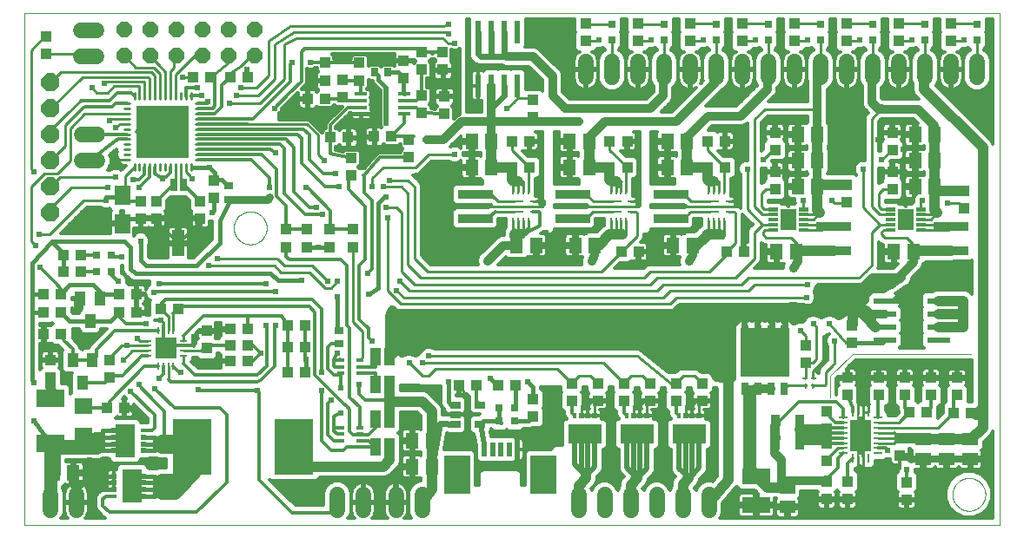
<source format=gtl>
G75*
%MOIN*%
%OFA0B0*%
%FSLAX25Y25*%
%IPPOS*%
%LPD*%
%AMOC8*
5,1,8,0,0,1.08239X$1,22.5*
%
%ADD10C,0.00000*%
%ADD11R,0.02362X0.08661*%
%ADD12R,0.01100X0.03100*%
%ADD13R,0.03100X0.01100*%
%ADD14R,0.08400X0.08400*%
%ADD15C,0.02200*%
%ADD16R,0.05118X0.05906*%
%ADD17R,0.04331X0.03937*%
%ADD18R,0.06299X0.08465*%
%ADD19C,0.00011*%
%ADD20C,0.02381*%
%ADD21C,0.02400*%
%ADD22R,0.13200X0.03800*%
%ADD23R,0.03937X0.04331*%
%ADD24R,0.03150X0.03150*%
%ADD25R,0.04724X0.01181*%
%ADD26R,0.03150X0.01378*%
%ADD27R,0.04330X0.06800*%
%ADD28R,0.05906X0.07677*%
%ADD29R,0.03543X0.02756*%
%ADD30R,0.02500X0.05000*%
%ADD31R,0.05000X0.10000*%
%ADD32R,0.01102X0.03346*%
%ADD33R,0.03346X0.01102*%
%ADD34R,0.08071X0.12008*%
%ADD35R,0.00906X0.04528*%
%ADD36R,0.03071X0.15157*%
%ADD37C,0.01987*%
%ADD38R,0.05906X0.05118*%
%ADD39R,0.03800X0.13200*%
%ADD40R,0.15157X0.21654*%
%ADD41R,0.02200X0.02000*%
%ADD42R,0.02200X0.01800*%
%ADD43R,0.07500X0.13000*%
%ADD44R,0.10630X0.06299*%
%ADD45R,0.03937X0.05512*%
%ADD46R,0.07098X0.06299*%
%ADD47R,0.02000X0.02200*%
%ADD48R,0.01800X0.02200*%
%ADD49R,0.13000X0.07500*%
%ADD50C,0.06000*%
%ADD51R,0.02953X0.05118*%
%ADD52R,0.18898X0.18504*%
%ADD53C,0.01102*%
%ADD54R,0.20079X0.20079*%
%ADD55OC8,0.07000*%
%ADD56OC8,0.06000*%
%ADD57R,0.10630X0.07087*%
%ADD58R,0.02756X0.03543*%
%ADD59R,0.00906X0.01929*%
%ADD60R,0.01929X0.00906*%
%ADD61R,0.07000X0.00900*%
%ADD62R,0.00900X0.02400*%
%ADD63R,0.02400X0.00900*%
%ADD64R,0.08661X0.02362*%
%ADD65R,0.03937X0.02756*%
%ADD66R,0.09843X0.14961*%
%ADD67R,0.01969X0.05512*%
%ADD68C,0.01181*%
%ADD69C,0.00984*%
%ADD70C,0.01600*%
%ADD71C,0.01000*%
%ADD72C,0.02000*%
%ADD73C,0.03200*%
%ADD74C,0.01200*%
%ADD75C,0.02400*%
%ADD76C,0.04000*%
%ADD77C,0.03937*%
%ADD78C,0.05000*%
%ADD79C,0.01969*%
%ADD80C,0.05600*%
%ADD81C,0.03562*%
%ADD82C,0.02953*%
%ADD83C,0.00394*%
D10*
X0021985Y0025808D02*
X0021985Y0222658D01*
X0396000Y0222658D01*
X0396000Y0025808D01*
X0021985Y0025808D01*
X0102300Y0139981D02*
X0102302Y0140139D01*
X0102308Y0140297D01*
X0102318Y0140455D01*
X0102332Y0140613D01*
X0102350Y0140770D01*
X0102371Y0140927D01*
X0102397Y0141083D01*
X0102427Y0141239D01*
X0102460Y0141394D01*
X0102498Y0141547D01*
X0102539Y0141700D01*
X0102584Y0141852D01*
X0102633Y0142003D01*
X0102686Y0142152D01*
X0102742Y0142300D01*
X0102802Y0142446D01*
X0102866Y0142591D01*
X0102934Y0142734D01*
X0103005Y0142876D01*
X0103079Y0143016D01*
X0103157Y0143153D01*
X0103239Y0143289D01*
X0103323Y0143423D01*
X0103412Y0143554D01*
X0103503Y0143683D01*
X0103598Y0143810D01*
X0103695Y0143935D01*
X0103796Y0144057D01*
X0103900Y0144176D01*
X0104007Y0144293D01*
X0104117Y0144407D01*
X0104230Y0144518D01*
X0104345Y0144627D01*
X0104463Y0144732D01*
X0104584Y0144834D01*
X0104707Y0144934D01*
X0104833Y0145030D01*
X0104961Y0145123D01*
X0105091Y0145213D01*
X0105224Y0145299D01*
X0105359Y0145383D01*
X0105495Y0145462D01*
X0105634Y0145539D01*
X0105775Y0145611D01*
X0105917Y0145681D01*
X0106061Y0145746D01*
X0106207Y0145808D01*
X0106354Y0145866D01*
X0106503Y0145921D01*
X0106653Y0145972D01*
X0106804Y0146019D01*
X0106956Y0146062D01*
X0107109Y0146101D01*
X0107264Y0146137D01*
X0107419Y0146168D01*
X0107575Y0146196D01*
X0107731Y0146220D01*
X0107888Y0146240D01*
X0108046Y0146256D01*
X0108203Y0146268D01*
X0108362Y0146276D01*
X0108520Y0146280D01*
X0108678Y0146280D01*
X0108836Y0146276D01*
X0108995Y0146268D01*
X0109152Y0146256D01*
X0109310Y0146240D01*
X0109467Y0146220D01*
X0109623Y0146196D01*
X0109779Y0146168D01*
X0109934Y0146137D01*
X0110089Y0146101D01*
X0110242Y0146062D01*
X0110394Y0146019D01*
X0110545Y0145972D01*
X0110695Y0145921D01*
X0110844Y0145866D01*
X0110991Y0145808D01*
X0111137Y0145746D01*
X0111281Y0145681D01*
X0111423Y0145611D01*
X0111564Y0145539D01*
X0111703Y0145462D01*
X0111839Y0145383D01*
X0111974Y0145299D01*
X0112107Y0145213D01*
X0112237Y0145123D01*
X0112365Y0145030D01*
X0112491Y0144934D01*
X0112614Y0144834D01*
X0112735Y0144732D01*
X0112853Y0144627D01*
X0112968Y0144518D01*
X0113081Y0144407D01*
X0113191Y0144293D01*
X0113298Y0144176D01*
X0113402Y0144057D01*
X0113503Y0143935D01*
X0113600Y0143810D01*
X0113695Y0143683D01*
X0113786Y0143554D01*
X0113875Y0143423D01*
X0113959Y0143289D01*
X0114041Y0143153D01*
X0114119Y0143016D01*
X0114193Y0142876D01*
X0114264Y0142734D01*
X0114332Y0142591D01*
X0114396Y0142446D01*
X0114456Y0142300D01*
X0114512Y0142152D01*
X0114565Y0142003D01*
X0114614Y0141852D01*
X0114659Y0141700D01*
X0114700Y0141547D01*
X0114738Y0141394D01*
X0114771Y0141239D01*
X0114801Y0141083D01*
X0114827Y0140927D01*
X0114848Y0140770D01*
X0114866Y0140613D01*
X0114880Y0140455D01*
X0114890Y0140297D01*
X0114896Y0140139D01*
X0114898Y0139981D01*
X0114896Y0139823D01*
X0114890Y0139665D01*
X0114880Y0139507D01*
X0114866Y0139349D01*
X0114848Y0139192D01*
X0114827Y0139035D01*
X0114801Y0138879D01*
X0114771Y0138723D01*
X0114738Y0138568D01*
X0114700Y0138415D01*
X0114659Y0138262D01*
X0114614Y0138110D01*
X0114565Y0137959D01*
X0114512Y0137810D01*
X0114456Y0137662D01*
X0114396Y0137516D01*
X0114332Y0137371D01*
X0114264Y0137228D01*
X0114193Y0137086D01*
X0114119Y0136946D01*
X0114041Y0136809D01*
X0113959Y0136673D01*
X0113875Y0136539D01*
X0113786Y0136408D01*
X0113695Y0136279D01*
X0113600Y0136152D01*
X0113503Y0136027D01*
X0113402Y0135905D01*
X0113298Y0135786D01*
X0113191Y0135669D01*
X0113081Y0135555D01*
X0112968Y0135444D01*
X0112853Y0135335D01*
X0112735Y0135230D01*
X0112614Y0135128D01*
X0112491Y0135028D01*
X0112365Y0134932D01*
X0112237Y0134839D01*
X0112107Y0134749D01*
X0111974Y0134663D01*
X0111839Y0134579D01*
X0111703Y0134500D01*
X0111564Y0134423D01*
X0111423Y0134351D01*
X0111281Y0134281D01*
X0111137Y0134216D01*
X0110991Y0134154D01*
X0110844Y0134096D01*
X0110695Y0134041D01*
X0110545Y0133990D01*
X0110394Y0133943D01*
X0110242Y0133900D01*
X0110089Y0133861D01*
X0109934Y0133825D01*
X0109779Y0133794D01*
X0109623Y0133766D01*
X0109467Y0133742D01*
X0109310Y0133722D01*
X0109152Y0133706D01*
X0108995Y0133694D01*
X0108836Y0133686D01*
X0108678Y0133682D01*
X0108520Y0133682D01*
X0108362Y0133686D01*
X0108203Y0133694D01*
X0108046Y0133706D01*
X0107888Y0133722D01*
X0107731Y0133742D01*
X0107575Y0133766D01*
X0107419Y0133794D01*
X0107264Y0133825D01*
X0107109Y0133861D01*
X0106956Y0133900D01*
X0106804Y0133943D01*
X0106653Y0133990D01*
X0106503Y0134041D01*
X0106354Y0134096D01*
X0106207Y0134154D01*
X0106061Y0134216D01*
X0105917Y0134281D01*
X0105775Y0134351D01*
X0105634Y0134423D01*
X0105495Y0134500D01*
X0105359Y0134579D01*
X0105224Y0134663D01*
X0105091Y0134749D01*
X0104961Y0134839D01*
X0104833Y0134932D01*
X0104707Y0135028D01*
X0104584Y0135128D01*
X0104463Y0135230D01*
X0104345Y0135335D01*
X0104230Y0135444D01*
X0104117Y0135555D01*
X0104007Y0135669D01*
X0103900Y0135786D01*
X0103796Y0135905D01*
X0103695Y0136027D01*
X0103598Y0136152D01*
X0103503Y0136279D01*
X0103412Y0136408D01*
X0103323Y0136539D01*
X0103239Y0136673D01*
X0103157Y0136809D01*
X0103079Y0136946D01*
X0103005Y0137086D01*
X0102934Y0137228D01*
X0102866Y0137371D01*
X0102802Y0137516D01*
X0102742Y0137662D01*
X0102686Y0137810D01*
X0102633Y0137959D01*
X0102584Y0138110D01*
X0102539Y0138262D01*
X0102498Y0138415D01*
X0102460Y0138568D01*
X0102427Y0138723D01*
X0102397Y0138879D01*
X0102371Y0139035D01*
X0102350Y0139192D01*
X0102332Y0139349D01*
X0102318Y0139507D01*
X0102308Y0139665D01*
X0102302Y0139823D01*
X0102300Y0139981D01*
X0377890Y0037619D02*
X0377892Y0037777D01*
X0377898Y0037935D01*
X0377908Y0038093D01*
X0377922Y0038251D01*
X0377940Y0038408D01*
X0377961Y0038565D01*
X0377987Y0038721D01*
X0378017Y0038877D01*
X0378050Y0039032D01*
X0378088Y0039185D01*
X0378129Y0039338D01*
X0378174Y0039490D01*
X0378223Y0039641D01*
X0378276Y0039790D01*
X0378332Y0039938D01*
X0378392Y0040084D01*
X0378456Y0040229D01*
X0378524Y0040372D01*
X0378595Y0040514D01*
X0378669Y0040654D01*
X0378747Y0040791D01*
X0378829Y0040927D01*
X0378913Y0041061D01*
X0379002Y0041192D01*
X0379093Y0041321D01*
X0379188Y0041448D01*
X0379285Y0041573D01*
X0379386Y0041695D01*
X0379490Y0041814D01*
X0379597Y0041931D01*
X0379707Y0042045D01*
X0379820Y0042156D01*
X0379935Y0042265D01*
X0380053Y0042370D01*
X0380174Y0042472D01*
X0380297Y0042572D01*
X0380423Y0042668D01*
X0380551Y0042761D01*
X0380681Y0042851D01*
X0380814Y0042937D01*
X0380949Y0043021D01*
X0381085Y0043100D01*
X0381224Y0043177D01*
X0381365Y0043249D01*
X0381507Y0043319D01*
X0381651Y0043384D01*
X0381797Y0043446D01*
X0381944Y0043504D01*
X0382093Y0043559D01*
X0382243Y0043610D01*
X0382394Y0043657D01*
X0382546Y0043700D01*
X0382699Y0043739D01*
X0382854Y0043775D01*
X0383009Y0043806D01*
X0383165Y0043834D01*
X0383321Y0043858D01*
X0383478Y0043878D01*
X0383636Y0043894D01*
X0383793Y0043906D01*
X0383952Y0043914D01*
X0384110Y0043918D01*
X0384268Y0043918D01*
X0384426Y0043914D01*
X0384585Y0043906D01*
X0384742Y0043894D01*
X0384900Y0043878D01*
X0385057Y0043858D01*
X0385213Y0043834D01*
X0385369Y0043806D01*
X0385524Y0043775D01*
X0385679Y0043739D01*
X0385832Y0043700D01*
X0385984Y0043657D01*
X0386135Y0043610D01*
X0386285Y0043559D01*
X0386434Y0043504D01*
X0386581Y0043446D01*
X0386727Y0043384D01*
X0386871Y0043319D01*
X0387013Y0043249D01*
X0387154Y0043177D01*
X0387293Y0043100D01*
X0387429Y0043021D01*
X0387564Y0042937D01*
X0387697Y0042851D01*
X0387827Y0042761D01*
X0387955Y0042668D01*
X0388081Y0042572D01*
X0388204Y0042472D01*
X0388325Y0042370D01*
X0388443Y0042265D01*
X0388558Y0042156D01*
X0388671Y0042045D01*
X0388781Y0041931D01*
X0388888Y0041814D01*
X0388992Y0041695D01*
X0389093Y0041573D01*
X0389190Y0041448D01*
X0389285Y0041321D01*
X0389376Y0041192D01*
X0389465Y0041061D01*
X0389549Y0040927D01*
X0389631Y0040791D01*
X0389709Y0040654D01*
X0389783Y0040514D01*
X0389854Y0040372D01*
X0389922Y0040229D01*
X0389986Y0040084D01*
X0390046Y0039938D01*
X0390102Y0039790D01*
X0390155Y0039641D01*
X0390204Y0039490D01*
X0390249Y0039338D01*
X0390290Y0039185D01*
X0390328Y0039032D01*
X0390361Y0038877D01*
X0390391Y0038721D01*
X0390417Y0038565D01*
X0390438Y0038408D01*
X0390456Y0038251D01*
X0390470Y0038093D01*
X0390480Y0037935D01*
X0390486Y0037777D01*
X0390488Y0037619D01*
X0390486Y0037461D01*
X0390480Y0037303D01*
X0390470Y0037145D01*
X0390456Y0036987D01*
X0390438Y0036830D01*
X0390417Y0036673D01*
X0390391Y0036517D01*
X0390361Y0036361D01*
X0390328Y0036206D01*
X0390290Y0036053D01*
X0390249Y0035900D01*
X0390204Y0035748D01*
X0390155Y0035597D01*
X0390102Y0035448D01*
X0390046Y0035300D01*
X0389986Y0035154D01*
X0389922Y0035009D01*
X0389854Y0034866D01*
X0389783Y0034724D01*
X0389709Y0034584D01*
X0389631Y0034447D01*
X0389549Y0034311D01*
X0389465Y0034177D01*
X0389376Y0034046D01*
X0389285Y0033917D01*
X0389190Y0033790D01*
X0389093Y0033665D01*
X0388992Y0033543D01*
X0388888Y0033424D01*
X0388781Y0033307D01*
X0388671Y0033193D01*
X0388558Y0033082D01*
X0388443Y0032973D01*
X0388325Y0032868D01*
X0388204Y0032766D01*
X0388081Y0032666D01*
X0387955Y0032570D01*
X0387827Y0032477D01*
X0387697Y0032387D01*
X0387564Y0032301D01*
X0387429Y0032217D01*
X0387293Y0032138D01*
X0387154Y0032061D01*
X0387013Y0031989D01*
X0386871Y0031919D01*
X0386727Y0031854D01*
X0386581Y0031792D01*
X0386434Y0031734D01*
X0386285Y0031679D01*
X0386135Y0031628D01*
X0385984Y0031581D01*
X0385832Y0031538D01*
X0385679Y0031499D01*
X0385524Y0031463D01*
X0385369Y0031432D01*
X0385213Y0031404D01*
X0385057Y0031380D01*
X0384900Y0031360D01*
X0384742Y0031344D01*
X0384585Y0031332D01*
X0384426Y0031324D01*
X0384268Y0031320D01*
X0384110Y0031320D01*
X0383952Y0031324D01*
X0383793Y0031332D01*
X0383636Y0031344D01*
X0383478Y0031360D01*
X0383321Y0031380D01*
X0383165Y0031404D01*
X0383009Y0031432D01*
X0382854Y0031463D01*
X0382699Y0031499D01*
X0382546Y0031538D01*
X0382394Y0031581D01*
X0382243Y0031628D01*
X0382093Y0031679D01*
X0381944Y0031734D01*
X0381797Y0031792D01*
X0381651Y0031854D01*
X0381507Y0031919D01*
X0381365Y0031989D01*
X0381224Y0032061D01*
X0381085Y0032138D01*
X0380949Y0032217D01*
X0380814Y0032301D01*
X0380681Y0032387D01*
X0380551Y0032477D01*
X0380423Y0032570D01*
X0380297Y0032666D01*
X0380174Y0032766D01*
X0380053Y0032868D01*
X0379935Y0032973D01*
X0379820Y0033082D01*
X0379707Y0033193D01*
X0379597Y0033307D01*
X0379490Y0033424D01*
X0379386Y0033543D01*
X0379285Y0033665D01*
X0379188Y0033790D01*
X0379093Y0033917D01*
X0379002Y0034046D01*
X0378913Y0034177D01*
X0378829Y0034311D01*
X0378747Y0034447D01*
X0378669Y0034584D01*
X0378595Y0034724D01*
X0378524Y0034866D01*
X0378456Y0035009D01*
X0378392Y0035154D01*
X0378332Y0035300D01*
X0378276Y0035448D01*
X0378223Y0035597D01*
X0378174Y0035748D01*
X0378129Y0035900D01*
X0378088Y0036053D01*
X0378050Y0036206D01*
X0378017Y0036361D01*
X0377987Y0036517D01*
X0377961Y0036673D01*
X0377940Y0036830D01*
X0377922Y0036987D01*
X0377908Y0037145D01*
X0377898Y0037303D01*
X0377892Y0037461D01*
X0377890Y0037619D01*
D11*
X0210981Y0194669D03*
X0205981Y0194669D03*
X0200981Y0194669D03*
X0195981Y0194669D03*
X0195981Y0215141D03*
X0200981Y0215141D03*
X0205981Y0215141D03*
X0210981Y0215141D03*
D12*
X0079111Y0100650D03*
X0077142Y0100650D03*
X0075174Y0100650D03*
X0073205Y0100650D03*
X0073205Y0086871D03*
X0075174Y0086871D03*
X0077142Y0086871D03*
X0079111Y0086871D03*
D13*
X0083048Y0090807D03*
X0083048Y0092776D03*
X0083048Y0094745D03*
X0083048Y0096714D03*
X0069268Y0096714D03*
X0069268Y0094745D03*
X0069268Y0092776D03*
X0069268Y0090807D03*
D14*
X0076158Y0093760D03*
D15*
X0077758Y0092160D03*
X0074558Y0092160D03*
X0074558Y0095360D03*
X0077758Y0095360D03*
D16*
X0040725Y0045808D03*
X0033245Y0045808D03*
X0170745Y0048308D03*
X0178225Y0048308D03*
X0178225Y0058308D03*
X0170745Y0058308D03*
X0210745Y0133308D03*
X0218225Y0133308D03*
X0233245Y0133308D03*
X0240725Y0133308D03*
X0270745Y0133308D03*
X0278225Y0133308D03*
X0310430Y0130808D03*
X0317910Y0130808D03*
X0355430Y0130808D03*
X0362910Y0130808D03*
X0363560Y0155808D03*
X0371040Y0155808D03*
X0371040Y0165808D03*
X0363560Y0165808D03*
X0363560Y0175808D03*
X0371040Y0175808D03*
X0326040Y0175808D03*
X0318560Y0175808D03*
X0318560Y0165808D03*
X0326040Y0165808D03*
X0326040Y0155808D03*
X0318560Y0155808D03*
X0276040Y0163308D03*
X0268560Y0163308D03*
X0268560Y0173308D03*
X0276040Y0173308D03*
X0238540Y0173308D03*
X0231060Y0173308D03*
X0231060Y0163308D03*
X0238540Y0163308D03*
X0201040Y0163308D03*
X0193560Y0163308D03*
X0193560Y0173308D03*
X0201040Y0173308D03*
D17*
X0216985Y0182461D03*
X0216985Y0189154D03*
X0182965Y0190571D03*
X0174422Y0190965D03*
X0174422Y0184272D03*
X0182965Y0183878D03*
X0169422Y0173839D03*
X0169422Y0167146D03*
X0147364Y0166949D03*
X0147364Y0160256D03*
X0147969Y0139390D03*
X0147969Y0132697D03*
X0122378Y0132697D03*
X0122378Y0139390D03*
X0080882Y0108839D03*
X0074189Y0108839D03*
X0036131Y0099108D03*
X0029438Y0099108D03*
X0053638Y0070808D03*
X0060331Y0070808D03*
X0123038Y0084608D03*
X0129731Y0084608D03*
X0216985Y0074154D03*
X0216985Y0067461D03*
X0231847Y0073638D03*
X0231847Y0080331D03*
X0241847Y0080331D03*
X0251847Y0080331D03*
X0261847Y0080331D03*
X0261847Y0073638D03*
X0251847Y0073638D03*
X0241847Y0073638D03*
X0271847Y0073638D03*
X0281847Y0073638D03*
X0281847Y0080331D03*
X0271847Y0080331D03*
X0321555Y0088235D03*
X0321555Y0094928D03*
X0339200Y0095861D03*
X0339200Y0102554D03*
X0349655Y0082428D03*
X0349655Y0075735D03*
X0329655Y0069475D03*
X0329655Y0062782D03*
X0360255Y0042228D03*
X0360255Y0035535D03*
X0379655Y0075735D03*
X0379655Y0082428D03*
X0382300Y0147461D03*
X0382300Y0154154D03*
X0354800Y0169961D03*
X0354800Y0176654D03*
X0337300Y0156654D03*
X0337300Y0149961D03*
X0309800Y0169961D03*
X0309800Y0176654D03*
X0317300Y0211861D03*
X0317300Y0218554D03*
X0337300Y0218554D03*
X0337300Y0211861D03*
X0357300Y0211861D03*
X0357300Y0218554D03*
X0377300Y0218554D03*
X0377300Y0211861D03*
X0297300Y0211861D03*
X0297300Y0218554D03*
X0277300Y0218554D03*
X0277300Y0211861D03*
X0257300Y0211861D03*
X0257300Y0218554D03*
X0237300Y0218554D03*
X0237300Y0211861D03*
X0174422Y0207465D03*
X0174422Y0200772D03*
X0150422Y0203393D03*
X0150422Y0196700D03*
X0143822Y0196765D03*
X0143822Y0190072D03*
X0030371Y0206850D03*
X0030371Y0213543D03*
D18*
X0314800Y0143308D03*
X0359800Y0143308D03*
D19*
X0355661Y0143854D02*
X0352423Y0143854D01*
X0355661Y0143854D02*
X0355661Y0142762D01*
X0352423Y0142762D01*
X0352423Y0143854D01*
X0352423Y0142772D02*
X0355661Y0142772D01*
X0355661Y0142782D02*
X0352423Y0142782D01*
X0352423Y0142792D02*
X0355661Y0142792D01*
X0355661Y0142802D02*
X0352423Y0142802D01*
X0352423Y0142812D02*
X0355661Y0142812D01*
X0355661Y0142822D02*
X0352423Y0142822D01*
X0352423Y0142832D02*
X0355661Y0142832D01*
X0355661Y0142842D02*
X0352423Y0142842D01*
X0352423Y0142852D02*
X0355661Y0142852D01*
X0355661Y0142862D02*
X0352423Y0142862D01*
X0352423Y0142872D02*
X0355661Y0142872D01*
X0355661Y0142882D02*
X0352423Y0142882D01*
X0352423Y0142892D02*
X0355661Y0142892D01*
X0355661Y0142902D02*
X0352423Y0142902D01*
X0352423Y0142912D02*
X0355661Y0142912D01*
X0355661Y0142922D02*
X0352423Y0142922D01*
X0352423Y0142932D02*
X0355661Y0142932D01*
X0355661Y0142942D02*
X0352423Y0142942D01*
X0352423Y0142952D02*
X0355661Y0142952D01*
X0355661Y0142962D02*
X0352423Y0142962D01*
X0352423Y0142972D02*
X0355661Y0142972D01*
X0355661Y0142982D02*
X0352423Y0142982D01*
X0352423Y0142992D02*
X0355661Y0142992D01*
X0355661Y0143002D02*
X0352423Y0143002D01*
X0352423Y0143012D02*
X0355661Y0143012D01*
X0355661Y0143022D02*
X0352423Y0143022D01*
X0352423Y0143032D02*
X0355661Y0143032D01*
X0355661Y0143042D02*
X0352423Y0143042D01*
X0352423Y0143052D02*
X0355661Y0143052D01*
X0355661Y0143062D02*
X0352423Y0143062D01*
X0352423Y0143072D02*
X0355661Y0143072D01*
X0355661Y0143082D02*
X0352423Y0143082D01*
X0352423Y0143092D02*
X0355661Y0143092D01*
X0355661Y0143102D02*
X0352423Y0143102D01*
X0352423Y0143112D02*
X0355661Y0143112D01*
X0355661Y0143122D02*
X0352423Y0143122D01*
X0352423Y0143132D02*
X0355661Y0143132D01*
X0355661Y0143142D02*
X0352423Y0143142D01*
X0352423Y0143152D02*
X0355661Y0143152D01*
X0355661Y0143162D02*
X0352423Y0143162D01*
X0352423Y0143172D02*
X0355661Y0143172D01*
X0355661Y0143182D02*
X0352423Y0143182D01*
X0352423Y0143192D02*
X0355661Y0143192D01*
X0355661Y0143202D02*
X0352423Y0143202D01*
X0352423Y0143212D02*
X0355661Y0143212D01*
X0355661Y0143222D02*
X0352423Y0143222D01*
X0352423Y0143232D02*
X0355661Y0143232D01*
X0355661Y0143242D02*
X0352423Y0143242D01*
X0352423Y0143252D02*
X0355661Y0143252D01*
X0355661Y0143262D02*
X0352423Y0143262D01*
X0352423Y0143272D02*
X0355661Y0143272D01*
X0355661Y0143282D02*
X0352423Y0143282D01*
X0352423Y0143292D02*
X0355661Y0143292D01*
X0355661Y0143302D02*
X0352423Y0143302D01*
X0352423Y0143312D02*
X0355661Y0143312D01*
X0355661Y0143322D02*
X0352423Y0143322D01*
X0352423Y0143332D02*
X0355661Y0143332D01*
X0355661Y0143342D02*
X0352423Y0143342D01*
X0352423Y0143352D02*
X0355661Y0143352D01*
X0355661Y0143362D02*
X0352423Y0143362D01*
X0352423Y0143372D02*
X0355661Y0143372D01*
X0355661Y0143382D02*
X0352423Y0143382D01*
X0352423Y0143392D02*
X0355661Y0143392D01*
X0355661Y0143402D02*
X0352423Y0143402D01*
X0352423Y0143412D02*
X0355661Y0143412D01*
X0355661Y0143422D02*
X0352423Y0143422D01*
X0352423Y0143432D02*
X0355661Y0143432D01*
X0355661Y0143442D02*
X0352423Y0143442D01*
X0352423Y0143452D02*
X0355661Y0143452D01*
X0355661Y0143462D02*
X0352423Y0143462D01*
X0352423Y0143472D02*
X0355661Y0143472D01*
X0355661Y0143482D02*
X0352423Y0143482D01*
X0352423Y0143492D02*
X0355661Y0143492D01*
X0355661Y0143502D02*
X0352423Y0143502D01*
X0352423Y0143512D02*
X0355661Y0143512D01*
X0355661Y0143522D02*
X0352423Y0143522D01*
X0352423Y0143532D02*
X0355661Y0143532D01*
X0355661Y0143542D02*
X0352423Y0143542D01*
X0352423Y0143552D02*
X0355661Y0143552D01*
X0355661Y0143562D02*
X0352423Y0143562D01*
X0352423Y0143572D02*
X0355661Y0143572D01*
X0355661Y0143582D02*
X0352423Y0143582D01*
X0352423Y0143592D02*
X0355661Y0143592D01*
X0355661Y0143602D02*
X0352423Y0143602D01*
X0352423Y0143612D02*
X0355661Y0143612D01*
X0355661Y0143622D02*
X0352423Y0143622D01*
X0352423Y0143632D02*
X0355661Y0143632D01*
X0355661Y0143642D02*
X0352423Y0143642D01*
X0352423Y0143652D02*
X0355661Y0143652D01*
X0355661Y0143662D02*
X0352423Y0143662D01*
X0352423Y0143672D02*
X0355661Y0143672D01*
X0355661Y0143682D02*
X0352423Y0143682D01*
X0352423Y0143692D02*
X0355661Y0143692D01*
X0355661Y0143702D02*
X0352423Y0143702D01*
X0352423Y0143712D02*
X0355661Y0143712D01*
X0355661Y0143722D02*
X0352423Y0143722D01*
X0352423Y0143732D02*
X0355661Y0143732D01*
X0355661Y0143742D02*
X0352423Y0143742D01*
X0352423Y0143752D02*
X0355661Y0143752D01*
X0355661Y0143762D02*
X0352423Y0143762D01*
X0352423Y0143772D02*
X0355661Y0143772D01*
X0355661Y0143782D02*
X0352423Y0143782D01*
X0352423Y0143792D02*
X0355661Y0143792D01*
X0355661Y0143802D02*
X0352423Y0143802D01*
X0352423Y0143812D02*
X0355661Y0143812D01*
X0355661Y0143822D02*
X0352423Y0143822D01*
X0352423Y0143832D02*
X0355661Y0143832D01*
X0355661Y0143842D02*
X0352423Y0143842D01*
X0352423Y0143852D02*
X0355661Y0143852D01*
X0355661Y0145822D02*
X0352423Y0145822D01*
X0355661Y0145822D02*
X0355661Y0144730D01*
X0352423Y0144730D01*
X0352423Y0145822D01*
X0352423Y0144740D02*
X0355661Y0144740D01*
X0355661Y0144750D02*
X0352423Y0144750D01*
X0352423Y0144760D02*
X0355661Y0144760D01*
X0355661Y0144770D02*
X0352423Y0144770D01*
X0352423Y0144780D02*
X0355661Y0144780D01*
X0355661Y0144790D02*
X0352423Y0144790D01*
X0352423Y0144800D02*
X0355661Y0144800D01*
X0355661Y0144810D02*
X0352423Y0144810D01*
X0352423Y0144820D02*
X0355661Y0144820D01*
X0355661Y0144830D02*
X0352423Y0144830D01*
X0352423Y0144840D02*
X0355661Y0144840D01*
X0355661Y0144850D02*
X0352423Y0144850D01*
X0352423Y0144860D02*
X0355661Y0144860D01*
X0355661Y0144870D02*
X0352423Y0144870D01*
X0352423Y0144880D02*
X0355661Y0144880D01*
X0355661Y0144890D02*
X0352423Y0144890D01*
X0352423Y0144900D02*
X0355661Y0144900D01*
X0355661Y0144910D02*
X0352423Y0144910D01*
X0352423Y0144920D02*
X0355661Y0144920D01*
X0355661Y0144930D02*
X0352423Y0144930D01*
X0352423Y0144940D02*
X0355661Y0144940D01*
X0355661Y0144950D02*
X0352423Y0144950D01*
X0352423Y0144960D02*
X0355661Y0144960D01*
X0355661Y0144970D02*
X0352423Y0144970D01*
X0352423Y0144980D02*
X0355661Y0144980D01*
X0355661Y0144990D02*
X0352423Y0144990D01*
X0352423Y0145000D02*
X0355661Y0145000D01*
X0355661Y0145010D02*
X0352423Y0145010D01*
X0352423Y0145020D02*
X0355661Y0145020D01*
X0355661Y0145030D02*
X0352423Y0145030D01*
X0352423Y0145040D02*
X0355661Y0145040D01*
X0355661Y0145050D02*
X0352423Y0145050D01*
X0352423Y0145060D02*
X0355661Y0145060D01*
X0355661Y0145070D02*
X0352423Y0145070D01*
X0352423Y0145080D02*
X0355661Y0145080D01*
X0355661Y0145090D02*
X0352423Y0145090D01*
X0352423Y0145100D02*
X0355661Y0145100D01*
X0355661Y0145110D02*
X0352423Y0145110D01*
X0352423Y0145120D02*
X0355661Y0145120D01*
X0355661Y0145130D02*
X0352423Y0145130D01*
X0352423Y0145140D02*
X0355661Y0145140D01*
X0355661Y0145150D02*
X0352423Y0145150D01*
X0352423Y0145160D02*
X0355661Y0145160D01*
X0355661Y0145170D02*
X0352423Y0145170D01*
X0352423Y0145180D02*
X0355661Y0145180D01*
X0355661Y0145190D02*
X0352423Y0145190D01*
X0352423Y0145200D02*
X0355661Y0145200D01*
X0355661Y0145210D02*
X0352423Y0145210D01*
X0352423Y0145220D02*
X0355661Y0145220D01*
X0355661Y0145230D02*
X0352423Y0145230D01*
X0352423Y0145240D02*
X0355661Y0145240D01*
X0355661Y0145250D02*
X0352423Y0145250D01*
X0352423Y0145260D02*
X0355661Y0145260D01*
X0355661Y0145270D02*
X0352423Y0145270D01*
X0352423Y0145280D02*
X0355661Y0145280D01*
X0355661Y0145290D02*
X0352423Y0145290D01*
X0352423Y0145300D02*
X0355661Y0145300D01*
X0355661Y0145310D02*
X0352423Y0145310D01*
X0352423Y0145320D02*
X0355661Y0145320D01*
X0355661Y0145330D02*
X0352423Y0145330D01*
X0352423Y0145340D02*
X0355661Y0145340D01*
X0355661Y0145350D02*
X0352423Y0145350D01*
X0352423Y0145360D02*
X0355661Y0145360D01*
X0355661Y0145370D02*
X0352423Y0145370D01*
X0352423Y0145380D02*
X0355661Y0145380D01*
X0355661Y0145390D02*
X0352423Y0145390D01*
X0352423Y0145400D02*
X0355661Y0145400D01*
X0355661Y0145410D02*
X0352423Y0145410D01*
X0352423Y0145420D02*
X0355661Y0145420D01*
X0355661Y0145430D02*
X0352423Y0145430D01*
X0352423Y0145440D02*
X0355661Y0145440D01*
X0355661Y0145450D02*
X0352423Y0145450D01*
X0352423Y0145460D02*
X0355661Y0145460D01*
X0355661Y0145470D02*
X0352423Y0145470D01*
X0352423Y0145480D02*
X0355661Y0145480D01*
X0355661Y0145490D02*
X0352423Y0145490D01*
X0352423Y0145500D02*
X0355661Y0145500D01*
X0355661Y0145510D02*
X0352423Y0145510D01*
X0352423Y0145520D02*
X0355661Y0145520D01*
X0355661Y0145530D02*
X0352423Y0145530D01*
X0352423Y0145540D02*
X0355661Y0145540D01*
X0355661Y0145550D02*
X0352423Y0145550D01*
X0352423Y0145560D02*
X0355661Y0145560D01*
X0355661Y0145570D02*
X0352423Y0145570D01*
X0352423Y0145580D02*
X0355661Y0145580D01*
X0355661Y0145590D02*
X0352423Y0145590D01*
X0352423Y0145600D02*
X0355661Y0145600D01*
X0355661Y0145610D02*
X0352423Y0145610D01*
X0352423Y0145620D02*
X0355661Y0145620D01*
X0355661Y0145630D02*
X0352423Y0145630D01*
X0352423Y0145640D02*
X0355661Y0145640D01*
X0355661Y0145650D02*
X0352423Y0145650D01*
X0352423Y0145660D02*
X0355661Y0145660D01*
X0355661Y0145670D02*
X0352423Y0145670D01*
X0352423Y0145680D02*
X0355661Y0145680D01*
X0355661Y0145690D02*
X0352423Y0145690D01*
X0352423Y0145700D02*
X0355661Y0145700D01*
X0355661Y0145710D02*
X0352423Y0145710D01*
X0352423Y0145720D02*
X0355661Y0145720D01*
X0355661Y0145730D02*
X0352423Y0145730D01*
X0352423Y0145740D02*
X0355661Y0145740D01*
X0355661Y0145750D02*
X0352423Y0145750D01*
X0352423Y0145760D02*
X0355661Y0145760D01*
X0355661Y0145770D02*
X0352423Y0145770D01*
X0352423Y0145780D02*
X0355661Y0145780D01*
X0355661Y0145790D02*
X0352423Y0145790D01*
X0352423Y0145800D02*
X0355661Y0145800D01*
X0355661Y0145810D02*
X0352423Y0145810D01*
X0352423Y0145820D02*
X0355661Y0145820D01*
X0355661Y0147791D02*
X0352423Y0147791D01*
X0355661Y0147791D02*
X0355661Y0146699D01*
X0352423Y0146699D01*
X0352423Y0147791D01*
X0352423Y0146709D02*
X0355661Y0146709D01*
X0355661Y0146719D02*
X0352423Y0146719D01*
X0352423Y0146729D02*
X0355661Y0146729D01*
X0355661Y0146739D02*
X0352423Y0146739D01*
X0352423Y0146749D02*
X0355661Y0146749D01*
X0355661Y0146759D02*
X0352423Y0146759D01*
X0352423Y0146769D02*
X0355661Y0146769D01*
X0355661Y0146779D02*
X0352423Y0146779D01*
X0352423Y0146789D02*
X0355661Y0146789D01*
X0355661Y0146799D02*
X0352423Y0146799D01*
X0352423Y0146809D02*
X0355661Y0146809D01*
X0355661Y0146819D02*
X0352423Y0146819D01*
X0352423Y0146829D02*
X0355661Y0146829D01*
X0355661Y0146839D02*
X0352423Y0146839D01*
X0352423Y0146849D02*
X0355661Y0146849D01*
X0355661Y0146859D02*
X0352423Y0146859D01*
X0352423Y0146869D02*
X0355661Y0146869D01*
X0355661Y0146879D02*
X0352423Y0146879D01*
X0352423Y0146889D02*
X0355661Y0146889D01*
X0355661Y0146899D02*
X0352423Y0146899D01*
X0352423Y0146909D02*
X0355661Y0146909D01*
X0355661Y0146919D02*
X0352423Y0146919D01*
X0352423Y0146929D02*
X0355661Y0146929D01*
X0355661Y0146939D02*
X0352423Y0146939D01*
X0352423Y0146949D02*
X0355661Y0146949D01*
X0355661Y0146959D02*
X0352423Y0146959D01*
X0352423Y0146969D02*
X0355661Y0146969D01*
X0355661Y0146979D02*
X0352423Y0146979D01*
X0352423Y0146989D02*
X0355661Y0146989D01*
X0355661Y0146999D02*
X0352423Y0146999D01*
X0352423Y0147009D02*
X0355661Y0147009D01*
X0355661Y0147019D02*
X0352423Y0147019D01*
X0352423Y0147029D02*
X0355661Y0147029D01*
X0355661Y0147039D02*
X0352423Y0147039D01*
X0352423Y0147049D02*
X0355661Y0147049D01*
X0355661Y0147059D02*
X0352423Y0147059D01*
X0352423Y0147069D02*
X0355661Y0147069D01*
X0355661Y0147079D02*
X0352423Y0147079D01*
X0352423Y0147089D02*
X0355661Y0147089D01*
X0355661Y0147099D02*
X0352423Y0147099D01*
X0352423Y0147109D02*
X0355661Y0147109D01*
X0355661Y0147119D02*
X0352423Y0147119D01*
X0352423Y0147129D02*
X0355661Y0147129D01*
X0355661Y0147139D02*
X0352423Y0147139D01*
X0352423Y0147149D02*
X0355661Y0147149D01*
X0355661Y0147159D02*
X0352423Y0147159D01*
X0352423Y0147169D02*
X0355661Y0147169D01*
X0355661Y0147179D02*
X0352423Y0147179D01*
X0352423Y0147189D02*
X0355661Y0147189D01*
X0355661Y0147199D02*
X0352423Y0147199D01*
X0352423Y0147209D02*
X0355661Y0147209D01*
X0355661Y0147219D02*
X0352423Y0147219D01*
X0352423Y0147229D02*
X0355661Y0147229D01*
X0355661Y0147239D02*
X0352423Y0147239D01*
X0352423Y0147249D02*
X0355661Y0147249D01*
X0355661Y0147259D02*
X0352423Y0147259D01*
X0352423Y0147269D02*
X0355661Y0147269D01*
X0355661Y0147279D02*
X0352423Y0147279D01*
X0352423Y0147289D02*
X0355661Y0147289D01*
X0355661Y0147299D02*
X0352423Y0147299D01*
X0352423Y0147309D02*
X0355661Y0147309D01*
X0355661Y0147319D02*
X0352423Y0147319D01*
X0352423Y0147329D02*
X0355661Y0147329D01*
X0355661Y0147339D02*
X0352423Y0147339D01*
X0352423Y0147349D02*
X0355661Y0147349D01*
X0355661Y0147359D02*
X0352423Y0147359D01*
X0352423Y0147369D02*
X0355661Y0147369D01*
X0355661Y0147379D02*
X0352423Y0147379D01*
X0352423Y0147389D02*
X0355661Y0147389D01*
X0355661Y0147399D02*
X0352423Y0147399D01*
X0352423Y0147409D02*
X0355661Y0147409D01*
X0355661Y0147419D02*
X0352423Y0147419D01*
X0352423Y0147429D02*
X0355661Y0147429D01*
X0355661Y0147439D02*
X0352423Y0147439D01*
X0352423Y0147449D02*
X0355661Y0147449D01*
X0355661Y0147459D02*
X0352423Y0147459D01*
X0352423Y0147469D02*
X0355661Y0147469D01*
X0355661Y0147479D02*
X0352423Y0147479D01*
X0352423Y0147489D02*
X0355661Y0147489D01*
X0355661Y0147499D02*
X0352423Y0147499D01*
X0352423Y0147509D02*
X0355661Y0147509D01*
X0355661Y0147519D02*
X0352423Y0147519D01*
X0352423Y0147529D02*
X0355661Y0147529D01*
X0355661Y0147539D02*
X0352423Y0147539D01*
X0352423Y0147549D02*
X0355661Y0147549D01*
X0355661Y0147559D02*
X0352423Y0147559D01*
X0352423Y0147569D02*
X0355661Y0147569D01*
X0355661Y0147579D02*
X0352423Y0147579D01*
X0352423Y0147589D02*
X0355661Y0147589D01*
X0355661Y0147599D02*
X0352423Y0147599D01*
X0352423Y0147609D02*
X0355661Y0147609D01*
X0355661Y0147619D02*
X0352423Y0147619D01*
X0352423Y0147629D02*
X0355661Y0147629D01*
X0355661Y0147639D02*
X0352423Y0147639D01*
X0352423Y0147649D02*
X0355661Y0147649D01*
X0355661Y0147659D02*
X0352423Y0147659D01*
X0352423Y0147669D02*
X0355661Y0147669D01*
X0355661Y0147679D02*
X0352423Y0147679D01*
X0352423Y0147689D02*
X0355661Y0147689D01*
X0355661Y0147699D02*
X0352423Y0147699D01*
X0352423Y0147709D02*
X0355661Y0147709D01*
X0355661Y0147719D02*
X0352423Y0147719D01*
X0352423Y0147729D02*
X0355661Y0147729D01*
X0355661Y0147739D02*
X0352423Y0147739D01*
X0352423Y0147749D02*
X0355661Y0147749D01*
X0355661Y0147759D02*
X0352423Y0147759D01*
X0352423Y0147769D02*
X0355661Y0147769D01*
X0355661Y0147779D02*
X0352423Y0147779D01*
X0352423Y0147789D02*
X0355661Y0147789D01*
X0355661Y0141885D02*
X0352423Y0141885D01*
X0355661Y0141885D02*
X0355661Y0140793D01*
X0352423Y0140793D01*
X0352423Y0141885D01*
X0352423Y0140803D02*
X0355661Y0140803D01*
X0355661Y0140813D02*
X0352423Y0140813D01*
X0352423Y0140823D02*
X0355661Y0140823D01*
X0355661Y0140833D02*
X0352423Y0140833D01*
X0352423Y0140843D02*
X0355661Y0140843D01*
X0355661Y0140853D02*
X0352423Y0140853D01*
X0352423Y0140863D02*
X0355661Y0140863D01*
X0355661Y0140873D02*
X0352423Y0140873D01*
X0352423Y0140883D02*
X0355661Y0140883D01*
X0355661Y0140893D02*
X0352423Y0140893D01*
X0352423Y0140903D02*
X0355661Y0140903D01*
X0355661Y0140913D02*
X0352423Y0140913D01*
X0352423Y0140923D02*
X0355661Y0140923D01*
X0355661Y0140933D02*
X0352423Y0140933D01*
X0352423Y0140943D02*
X0355661Y0140943D01*
X0355661Y0140953D02*
X0352423Y0140953D01*
X0352423Y0140963D02*
X0355661Y0140963D01*
X0355661Y0140973D02*
X0352423Y0140973D01*
X0352423Y0140983D02*
X0355661Y0140983D01*
X0355661Y0140993D02*
X0352423Y0140993D01*
X0352423Y0141003D02*
X0355661Y0141003D01*
X0355661Y0141013D02*
X0352423Y0141013D01*
X0352423Y0141023D02*
X0355661Y0141023D01*
X0355661Y0141033D02*
X0352423Y0141033D01*
X0352423Y0141043D02*
X0355661Y0141043D01*
X0355661Y0141053D02*
X0352423Y0141053D01*
X0352423Y0141063D02*
X0355661Y0141063D01*
X0355661Y0141073D02*
X0352423Y0141073D01*
X0352423Y0141083D02*
X0355661Y0141083D01*
X0355661Y0141093D02*
X0352423Y0141093D01*
X0352423Y0141103D02*
X0355661Y0141103D01*
X0355661Y0141113D02*
X0352423Y0141113D01*
X0352423Y0141123D02*
X0355661Y0141123D01*
X0355661Y0141133D02*
X0352423Y0141133D01*
X0352423Y0141143D02*
X0355661Y0141143D01*
X0355661Y0141153D02*
X0352423Y0141153D01*
X0352423Y0141163D02*
X0355661Y0141163D01*
X0355661Y0141173D02*
X0352423Y0141173D01*
X0352423Y0141183D02*
X0355661Y0141183D01*
X0355661Y0141193D02*
X0352423Y0141193D01*
X0352423Y0141203D02*
X0355661Y0141203D01*
X0355661Y0141213D02*
X0352423Y0141213D01*
X0352423Y0141223D02*
X0355661Y0141223D01*
X0355661Y0141233D02*
X0352423Y0141233D01*
X0352423Y0141243D02*
X0355661Y0141243D01*
X0355661Y0141253D02*
X0352423Y0141253D01*
X0352423Y0141263D02*
X0355661Y0141263D01*
X0355661Y0141273D02*
X0352423Y0141273D01*
X0352423Y0141283D02*
X0355661Y0141283D01*
X0355661Y0141293D02*
X0352423Y0141293D01*
X0352423Y0141303D02*
X0355661Y0141303D01*
X0355661Y0141313D02*
X0352423Y0141313D01*
X0352423Y0141323D02*
X0355661Y0141323D01*
X0355661Y0141333D02*
X0352423Y0141333D01*
X0352423Y0141343D02*
X0355661Y0141343D01*
X0355661Y0141353D02*
X0352423Y0141353D01*
X0352423Y0141363D02*
X0355661Y0141363D01*
X0355661Y0141373D02*
X0352423Y0141373D01*
X0352423Y0141383D02*
X0355661Y0141383D01*
X0355661Y0141393D02*
X0352423Y0141393D01*
X0352423Y0141403D02*
X0355661Y0141403D01*
X0355661Y0141413D02*
X0352423Y0141413D01*
X0352423Y0141423D02*
X0355661Y0141423D01*
X0355661Y0141433D02*
X0352423Y0141433D01*
X0352423Y0141443D02*
X0355661Y0141443D01*
X0355661Y0141453D02*
X0352423Y0141453D01*
X0352423Y0141463D02*
X0355661Y0141463D01*
X0355661Y0141473D02*
X0352423Y0141473D01*
X0352423Y0141483D02*
X0355661Y0141483D01*
X0355661Y0141493D02*
X0352423Y0141493D01*
X0352423Y0141503D02*
X0355661Y0141503D01*
X0355661Y0141513D02*
X0352423Y0141513D01*
X0352423Y0141523D02*
X0355661Y0141523D01*
X0355661Y0141533D02*
X0352423Y0141533D01*
X0352423Y0141543D02*
X0355661Y0141543D01*
X0355661Y0141553D02*
X0352423Y0141553D01*
X0352423Y0141563D02*
X0355661Y0141563D01*
X0355661Y0141573D02*
X0352423Y0141573D01*
X0352423Y0141583D02*
X0355661Y0141583D01*
X0355661Y0141593D02*
X0352423Y0141593D01*
X0352423Y0141603D02*
X0355661Y0141603D01*
X0355661Y0141613D02*
X0352423Y0141613D01*
X0352423Y0141623D02*
X0355661Y0141623D01*
X0355661Y0141633D02*
X0352423Y0141633D01*
X0352423Y0141643D02*
X0355661Y0141643D01*
X0355661Y0141653D02*
X0352423Y0141653D01*
X0352423Y0141663D02*
X0355661Y0141663D01*
X0355661Y0141673D02*
X0352423Y0141673D01*
X0352423Y0141683D02*
X0355661Y0141683D01*
X0355661Y0141693D02*
X0352423Y0141693D01*
X0352423Y0141703D02*
X0355661Y0141703D01*
X0355661Y0141713D02*
X0352423Y0141713D01*
X0352423Y0141723D02*
X0355661Y0141723D01*
X0355661Y0141733D02*
X0352423Y0141733D01*
X0352423Y0141743D02*
X0355661Y0141743D01*
X0355661Y0141753D02*
X0352423Y0141753D01*
X0352423Y0141763D02*
X0355661Y0141763D01*
X0355661Y0141773D02*
X0352423Y0141773D01*
X0352423Y0141783D02*
X0355661Y0141783D01*
X0355661Y0141793D02*
X0352423Y0141793D01*
X0352423Y0141803D02*
X0355661Y0141803D01*
X0355661Y0141813D02*
X0352423Y0141813D01*
X0352423Y0141823D02*
X0355661Y0141823D01*
X0355661Y0141833D02*
X0352423Y0141833D01*
X0352423Y0141843D02*
X0355661Y0141843D01*
X0355661Y0141853D02*
X0352423Y0141853D01*
X0352423Y0141863D02*
X0355661Y0141863D01*
X0355661Y0141873D02*
X0352423Y0141873D01*
X0352423Y0141883D02*
X0355661Y0141883D01*
X0355661Y0139917D02*
X0352423Y0139917D01*
X0355661Y0139917D02*
X0355661Y0138825D01*
X0352423Y0138825D01*
X0352423Y0139917D01*
X0352423Y0138835D02*
X0355661Y0138835D01*
X0355661Y0138845D02*
X0352423Y0138845D01*
X0352423Y0138855D02*
X0355661Y0138855D01*
X0355661Y0138865D02*
X0352423Y0138865D01*
X0352423Y0138875D02*
X0355661Y0138875D01*
X0355661Y0138885D02*
X0352423Y0138885D01*
X0352423Y0138895D02*
X0355661Y0138895D01*
X0355661Y0138905D02*
X0352423Y0138905D01*
X0352423Y0138915D02*
X0355661Y0138915D01*
X0355661Y0138925D02*
X0352423Y0138925D01*
X0352423Y0138935D02*
X0355661Y0138935D01*
X0355661Y0138945D02*
X0352423Y0138945D01*
X0352423Y0138955D02*
X0355661Y0138955D01*
X0355661Y0138965D02*
X0352423Y0138965D01*
X0352423Y0138975D02*
X0355661Y0138975D01*
X0355661Y0138985D02*
X0352423Y0138985D01*
X0352423Y0138995D02*
X0355661Y0138995D01*
X0355661Y0139005D02*
X0352423Y0139005D01*
X0352423Y0139015D02*
X0355661Y0139015D01*
X0355661Y0139025D02*
X0352423Y0139025D01*
X0352423Y0139035D02*
X0355661Y0139035D01*
X0355661Y0139045D02*
X0352423Y0139045D01*
X0352423Y0139055D02*
X0355661Y0139055D01*
X0355661Y0139065D02*
X0352423Y0139065D01*
X0352423Y0139075D02*
X0355661Y0139075D01*
X0355661Y0139085D02*
X0352423Y0139085D01*
X0352423Y0139095D02*
X0355661Y0139095D01*
X0355661Y0139105D02*
X0352423Y0139105D01*
X0352423Y0139115D02*
X0355661Y0139115D01*
X0355661Y0139125D02*
X0352423Y0139125D01*
X0352423Y0139135D02*
X0355661Y0139135D01*
X0355661Y0139145D02*
X0352423Y0139145D01*
X0352423Y0139155D02*
X0355661Y0139155D01*
X0355661Y0139165D02*
X0352423Y0139165D01*
X0352423Y0139175D02*
X0355661Y0139175D01*
X0355661Y0139185D02*
X0352423Y0139185D01*
X0352423Y0139195D02*
X0355661Y0139195D01*
X0355661Y0139205D02*
X0352423Y0139205D01*
X0352423Y0139215D02*
X0355661Y0139215D01*
X0355661Y0139225D02*
X0352423Y0139225D01*
X0352423Y0139235D02*
X0355661Y0139235D01*
X0355661Y0139245D02*
X0352423Y0139245D01*
X0352423Y0139255D02*
X0355661Y0139255D01*
X0355661Y0139265D02*
X0352423Y0139265D01*
X0352423Y0139275D02*
X0355661Y0139275D01*
X0355661Y0139285D02*
X0352423Y0139285D01*
X0352423Y0139295D02*
X0355661Y0139295D01*
X0355661Y0139305D02*
X0352423Y0139305D01*
X0352423Y0139315D02*
X0355661Y0139315D01*
X0355661Y0139325D02*
X0352423Y0139325D01*
X0352423Y0139335D02*
X0355661Y0139335D01*
X0355661Y0139345D02*
X0352423Y0139345D01*
X0352423Y0139355D02*
X0355661Y0139355D01*
X0355661Y0139365D02*
X0352423Y0139365D01*
X0352423Y0139375D02*
X0355661Y0139375D01*
X0355661Y0139385D02*
X0352423Y0139385D01*
X0352423Y0139395D02*
X0355661Y0139395D01*
X0355661Y0139405D02*
X0352423Y0139405D01*
X0352423Y0139415D02*
X0355661Y0139415D01*
X0355661Y0139425D02*
X0352423Y0139425D01*
X0352423Y0139435D02*
X0355661Y0139435D01*
X0355661Y0139445D02*
X0352423Y0139445D01*
X0352423Y0139455D02*
X0355661Y0139455D01*
X0355661Y0139465D02*
X0352423Y0139465D01*
X0352423Y0139475D02*
X0355661Y0139475D01*
X0355661Y0139485D02*
X0352423Y0139485D01*
X0352423Y0139495D02*
X0355661Y0139495D01*
X0355661Y0139505D02*
X0352423Y0139505D01*
X0352423Y0139515D02*
X0355661Y0139515D01*
X0355661Y0139525D02*
X0352423Y0139525D01*
X0352423Y0139535D02*
X0355661Y0139535D01*
X0355661Y0139545D02*
X0352423Y0139545D01*
X0352423Y0139555D02*
X0355661Y0139555D01*
X0355661Y0139565D02*
X0352423Y0139565D01*
X0352423Y0139575D02*
X0355661Y0139575D01*
X0355661Y0139585D02*
X0352423Y0139585D01*
X0352423Y0139595D02*
X0355661Y0139595D01*
X0355661Y0139605D02*
X0352423Y0139605D01*
X0352423Y0139615D02*
X0355661Y0139615D01*
X0355661Y0139625D02*
X0352423Y0139625D01*
X0352423Y0139635D02*
X0355661Y0139635D01*
X0355661Y0139645D02*
X0352423Y0139645D01*
X0352423Y0139655D02*
X0355661Y0139655D01*
X0355661Y0139665D02*
X0352423Y0139665D01*
X0352423Y0139675D02*
X0355661Y0139675D01*
X0355661Y0139685D02*
X0352423Y0139685D01*
X0352423Y0139695D02*
X0355661Y0139695D01*
X0355661Y0139705D02*
X0352423Y0139705D01*
X0352423Y0139715D02*
X0355661Y0139715D01*
X0355661Y0139725D02*
X0352423Y0139725D01*
X0352423Y0139735D02*
X0355661Y0139735D01*
X0355661Y0139745D02*
X0352423Y0139745D01*
X0352423Y0139755D02*
X0355661Y0139755D01*
X0355661Y0139765D02*
X0352423Y0139765D01*
X0352423Y0139775D02*
X0355661Y0139775D01*
X0355661Y0139785D02*
X0352423Y0139785D01*
X0352423Y0139795D02*
X0355661Y0139795D01*
X0355661Y0139805D02*
X0352423Y0139805D01*
X0352423Y0139815D02*
X0355661Y0139815D01*
X0355661Y0139825D02*
X0352423Y0139825D01*
X0352423Y0139835D02*
X0355661Y0139835D01*
X0355661Y0139845D02*
X0352423Y0139845D01*
X0352423Y0139855D02*
X0355661Y0139855D01*
X0355661Y0139865D02*
X0352423Y0139865D01*
X0352423Y0139875D02*
X0355661Y0139875D01*
X0355661Y0139885D02*
X0352423Y0139885D01*
X0352423Y0139895D02*
X0355661Y0139895D01*
X0355661Y0139905D02*
X0352423Y0139905D01*
X0352423Y0139915D02*
X0355661Y0139915D01*
X0363939Y0139917D02*
X0367177Y0139917D01*
X0367177Y0138825D01*
X0363939Y0138825D01*
X0363939Y0139917D01*
X0363939Y0138835D02*
X0367177Y0138835D01*
X0367177Y0138845D02*
X0363939Y0138845D01*
X0363939Y0138855D02*
X0367177Y0138855D01*
X0367177Y0138865D02*
X0363939Y0138865D01*
X0363939Y0138875D02*
X0367177Y0138875D01*
X0367177Y0138885D02*
X0363939Y0138885D01*
X0363939Y0138895D02*
X0367177Y0138895D01*
X0367177Y0138905D02*
X0363939Y0138905D01*
X0363939Y0138915D02*
X0367177Y0138915D01*
X0367177Y0138925D02*
X0363939Y0138925D01*
X0363939Y0138935D02*
X0367177Y0138935D01*
X0367177Y0138945D02*
X0363939Y0138945D01*
X0363939Y0138955D02*
X0367177Y0138955D01*
X0367177Y0138965D02*
X0363939Y0138965D01*
X0363939Y0138975D02*
X0367177Y0138975D01*
X0367177Y0138985D02*
X0363939Y0138985D01*
X0363939Y0138995D02*
X0367177Y0138995D01*
X0367177Y0139005D02*
X0363939Y0139005D01*
X0363939Y0139015D02*
X0367177Y0139015D01*
X0367177Y0139025D02*
X0363939Y0139025D01*
X0363939Y0139035D02*
X0367177Y0139035D01*
X0367177Y0139045D02*
X0363939Y0139045D01*
X0363939Y0139055D02*
X0367177Y0139055D01*
X0367177Y0139065D02*
X0363939Y0139065D01*
X0363939Y0139075D02*
X0367177Y0139075D01*
X0367177Y0139085D02*
X0363939Y0139085D01*
X0363939Y0139095D02*
X0367177Y0139095D01*
X0367177Y0139105D02*
X0363939Y0139105D01*
X0363939Y0139115D02*
X0367177Y0139115D01*
X0367177Y0139125D02*
X0363939Y0139125D01*
X0363939Y0139135D02*
X0367177Y0139135D01*
X0367177Y0139145D02*
X0363939Y0139145D01*
X0363939Y0139155D02*
X0367177Y0139155D01*
X0367177Y0139165D02*
X0363939Y0139165D01*
X0363939Y0139175D02*
X0367177Y0139175D01*
X0367177Y0139185D02*
X0363939Y0139185D01*
X0363939Y0139195D02*
X0367177Y0139195D01*
X0367177Y0139205D02*
X0363939Y0139205D01*
X0363939Y0139215D02*
X0367177Y0139215D01*
X0367177Y0139225D02*
X0363939Y0139225D01*
X0363939Y0139235D02*
X0367177Y0139235D01*
X0367177Y0139245D02*
X0363939Y0139245D01*
X0363939Y0139255D02*
X0367177Y0139255D01*
X0367177Y0139265D02*
X0363939Y0139265D01*
X0363939Y0139275D02*
X0367177Y0139275D01*
X0367177Y0139285D02*
X0363939Y0139285D01*
X0363939Y0139295D02*
X0367177Y0139295D01*
X0367177Y0139305D02*
X0363939Y0139305D01*
X0363939Y0139315D02*
X0367177Y0139315D01*
X0367177Y0139325D02*
X0363939Y0139325D01*
X0363939Y0139335D02*
X0367177Y0139335D01*
X0367177Y0139345D02*
X0363939Y0139345D01*
X0363939Y0139355D02*
X0367177Y0139355D01*
X0367177Y0139365D02*
X0363939Y0139365D01*
X0363939Y0139375D02*
X0367177Y0139375D01*
X0367177Y0139385D02*
X0363939Y0139385D01*
X0363939Y0139395D02*
X0367177Y0139395D01*
X0367177Y0139405D02*
X0363939Y0139405D01*
X0363939Y0139415D02*
X0367177Y0139415D01*
X0367177Y0139425D02*
X0363939Y0139425D01*
X0363939Y0139435D02*
X0367177Y0139435D01*
X0367177Y0139445D02*
X0363939Y0139445D01*
X0363939Y0139455D02*
X0367177Y0139455D01*
X0367177Y0139465D02*
X0363939Y0139465D01*
X0363939Y0139475D02*
X0367177Y0139475D01*
X0367177Y0139485D02*
X0363939Y0139485D01*
X0363939Y0139495D02*
X0367177Y0139495D01*
X0367177Y0139505D02*
X0363939Y0139505D01*
X0363939Y0139515D02*
X0367177Y0139515D01*
X0367177Y0139525D02*
X0363939Y0139525D01*
X0363939Y0139535D02*
X0367177Y0139535D01*
X0367177Y0139545D02*
X0363939Y0139545D01*
X0363939Y0139555D02*
X0367177Y0139555D01*
X0367177Y0139565D02*
X0363939Y0139565D01*
X0363939Y0139575D02*
X0367177Y0139575D01*
X0367177Y0139585D02*
X0363939Y0139585D01*
X0363939Y0139595D02*
X0367177Y0139595D01*
X0367177Y0139605D02*
X0363939Y0139605D01*
X0363939Y0139615D02*
X0367177Y0139615D01*
X0367177Y0139625D02*
X0363939Y0139625D01*
X0363939Y0139635D02*
X0367177Y0139635D01*
X0367177Y0139645D02*
X0363939Y0139645D01*
X0363939Y0139655D02*
X0367177Y0139655D01*
X0367177Y0139665D02*
X0363939Y0139665D01*
X0363939Y0139675D02*
X0367177Y0139675D01*
X0367177Y0139685D02*
X0363939Y0139685D01*
X0363939Y0139695D02*
X0367177Y0139695D01*
X0367177Y0139705D02*
X0363939Y0139705D01*
X0363939Y0139715D02*
X0367177Y0139715D01*
X0367177Y0139725D02*
X0363939Y0139725D01*
X0363939Y0139735D02*
X0367177Y0139735D01*
X0367177Y0139745D02*
X0363939Y0139745D01*
X0363939Y0139755D02*
X0367177Y0139755D01*
X0367177Y0139765D02*
X0363939Y0139765D01*
X0363939Y0139775D02*
X0367177Y0139775D01*
X0367177Y0139785D02*
X0363939Y0139785D01*
X0363939Y0139795D02*
X0367177Y0139795D01*
X0367177Y0139805D02*
X0363939Y0139805D01*
X0363939Y0139815D02*
X0367177Y0139815D01*
X0367177Y0139825D02*
X0363939Y0139825D01*
X0363939Y0139835D02*
X0367177Y0139835D01*
X0367177Y0139845D02*
X0363939Y0139845D01*
X0363939Y0139855D02*
X0367177Y0139855D01*
X0367177Y0139865D02*
X0363939Y0139865D01*
X0363939Y0139875D02*
X0367177Y0139875D01*
X0367177Y0139885D02*
X0363939Y0139885D01*
X0363939Y0139895D02*
X0367177Y0139895D01*
X0367177Y0139905D02*
X0363939Y0139905D01*
X0363939Y0139915D02*
X0367177Y0139915D01*
X0367177Y0141885D02*
X0363939Y0141885D01*
X0367177Y0141885D02*
X0367177Y0140793D01*
X0363939Y0140793D01*
X0363939Y0141885D01*
X0363939Y0140803D02*
X0367177Y0140803D01*
X0367177Y0140813D02*
X0363939Y0140813D01*
X0363939Y0140823D02*
X0367177Y0140823D01*
X0367177Y0140833D02*
X0363939Y0140833D01*
X0363939Y0140843D02*
X0367177Y0140843D01*
X0367177Y0140853D02*
X0363939Y0140853D01*
X0363939Y0140863D02*
X0367177Y0140863D01*
X0367177Y0140873D02*
X0363939Y0140873D01*
X0363939Y0140883D02*
X0367177Y0140883D01*
X0367177Y0140893D02*
X0363939Y0140893D01*
X0363939Y0140903D02*
X0367177Y0140903D01*
X0367177Y0140913D02*
X0363939Y0140913D01*
X0363939Y0140923D02*
X0367177Y0140923D01*
X0367177Y0140933D02*
X0363939Y0140933D01*
X0363939Y0140943D02*
X0367177Y0140943D01*
X0367177Y0140953D02*
X0363939Y0140953D01*
X0363939Y0140963D02*
X0367177Y0140963D01*
X0367177Y0140973D02*
X0363939Y0140973D01*
X0363939Y0140983D02*
X0367177Y0140983D01*
X0367177Y0140993D02*
X0363939Y0140993D01*
X0363939Y0141003D02*
X0367177Y0141003D01*
X0367177Y0141013D02*
X0363939Y0141013D01*
X0363939Y0141023D02*
X0367177Y0141023D01*
X0367177Y0141033D02*
X0363939Y0141033D01*
X0363939Y0141043D02*
X0367177Y0141043D01*
X0367177Y0141053D02*
X0363939Y0141053D01*
X0363939Y0141063D02*
X0367177Y0141063D01*
X0367177Y0141073D02*
X0363939Y0141073D01*
X0363939Y0141083D02*
X0367177Y0141083D01*
X0367177Y0141093D02*
X0363939Y0141093D01*
X0363939Y0141103D02*
X0367177Y0141103D01*
X0367177Y0141113D02*
X0363939Y0141113D01*
X0363939Y0141123D02*
X0367177Y0141123D01*
X0367177Y0141133D02*
X0363939Y0141133D01*
X0363939Y0141143D02*
X0367177Y0141143D01*
X0367177Y0141153D02*
X0363939Y0141153D01*
X0363939Y0141163D02*
X0367177Y0141163D01*
X0367177Y0141173D02*
X0363939Y0141173D01*
X0363939Y0141183D02*
X0367177Y0141183D01*
X0367177Y0141193D02*
X0363939Y0141193D01*
X0363939Y0141203D02*
X0367177Y0141203D01*
X0367177Y0141213D02*
X0363939Y0141213D01*
X0363939Y0141223D02*
X0367177Y0141223D01*
X0367177Y0141233D02*
X0363939Y0141233D01*
X0363939Y0141243D02*
X0367177Y0141243D01*
X0367177Y0141253D02*
X0363939Y0141253D01*
X0363939Y0141263D02*
X0367177Y0141263D01*
X0367177Y0141273D02*
X0363939Y0141273D01*
X0363939Y0141283D02*
X0367177Y0141283D01*
X0367177Y0141293D02*
X0363939Y0141293D01*
X0363939Y0141303D02*
X0367177Y0141303D01*
X0367177Y0141313D02*
X0363939Y0141313D01*
X0363939Y0141323D02*
X0367177Y0141323D01*
X0367177Y0141333D02*
X0363939Y0141333D01*
X0363939Y0141343D02*
X0367177Y0141343D01*
X0367177Y0141353D02*
X0363939Y0141353D01*
X0363939Y0141363D02*
X0367177Y0141363D01*
X0367177Y0141373D02*
X0363939Y0141373D01*
X0363939Y0141383D02*
X0367177Y0141383D01*
X0367177Y0141393D02*
X0363939Y0141393D01*
X0363939Y0141403D02*
X0367177Y0141403D01*
X0367177Y0141413D02*
X0363939Y0141413D01*
X0363939Y0141423D02*
X0367177Y0141423D01*
X0367177Y0141433D02*
X0363939Y0141433D01*
X0363939Y0141443D02*
X0367177Y0141443D01*
X0367177Y0141453D02*
X0363939Y0141453D01*
X0363939Y0141463D02*
X0367177Y0141463D01*
X0367177Y0141473D02*
X0363939Y0141473D01*
X0363939Y0141483D02*
X0367177Y0141483D01*
X0367177Y0141493D02*
X0363939Y0141493D01*
X0363939Y0141503D02*
X0367177Y0141503D01*
X0367177Y0141513D02*
X0363939Y0141513D01*
X0363939Y0141523D02*
X0367177Y0141523D01*
X0367177Y0141533D02*
X0363939Y0141533D01*
X0363939Y0141543D02*
X0367177Y0141543D01*
X0367177Y0141553D02*
X0363939Y0141553D01*
X0363939Y0141563D02*
X0367177Y0141563D01*
X0367177Y0141573D02*
X0363939Y0141573D01*
X0363939Y0141583D02*
X0367177Y0141583D01*
X0367177Y0141593D02*
X0363939Y0141593D01*
X0363939Y0141603D02*
X0367177Y0141603D01*
X0367177Y0141613D02*
X0363939Y0141613D01*
X0363939Y0141623D02*
X0367177Y0141623D01*
X0367177Y0141633D02*
X0363939Y0141633D01*
X0363939Y0141643D02*
X0367177Y0141643D01*
X0367177Y0141653D02*
X0363939Y0141653D01*
X0363939Y0141663D02*
X0367177Y0141663D01*
X0367177Y0141673D02*
X0363939Y0141673D01*
X0363939Y0141683D02*
X0367177Y0141683D01*
X0367177Y0141693D02*
X0363939Y0141693D01*
X0363939Y0141703D02*
X0367177Y0141703D01*
X0367177Y0141713D02*
X0363939Y0141713D01*
X0363939Y0141723D02*
X0367177Y0141723D01*
X0367177Y0141733D02*
X0363939Y0141733D01*
X0363939Y0141743D02*
X0367177Y0141743D01*
X0367177Y0141753D02*
X0363939Y0141753D01*
X0363939Y0141763D02*
X0367177Y0141763D01*
X0367177Y0141773D02*
X0363939Y0141773D01*
X0363939Y0141783D02*
X0367177Y0141783D01*
X0367177Y0141793D02*
X0363939Y0141793D01*
X0363939Y0141803D02*
X0367177Y0141803D01*
X0367177Y0141813D02*
X0363939Y0141813D01*
X0363939Y0141823D02*
X0367177Y0141823D01*
X0367177Y0141833D02*
X0363939Y0141833D01*
X0363939Y0141843D02*
X0367177Y0141843D01*
X0367177Y0141853D02*
X0363939Y0141853D01*
X0363939Y0141863D02*
X0367177Y0141863D01*
X0367177Y0141873D02*
X0363939Y0141873D01*
X0363939Y0141883D02*
X0367177Y0141883D01*
X0367177Y0143854D02*
X0363939Y0143854D01*
X0367177Y0143854D02*
X0367177Y0142762D01*
X0363939Y0142762D01*
X0363939Y0143854D01*
X0363939Y0142772D02*
X0367177Y0142772D01*
X0367177Y0142782D02*
X0363939Y0142782D01*
X0363939Y0142792D02*
X0367177Y0142792D01*
X0367177Y0142802D02*
X0363939Y0142802D01*
X0363939Y0142812D02*
X0367177Y0142812D01*
X0367177Y0142822D02*
X0363939Y0142822D01*
X0363939Y0142832D02*
X0367177Y0142832D01*
X0367177Y0142842D02*
X0363939Y0142842D01*
X0363939Y0142852D02*
X0367177Y0142852D01*
X0367177Y0142862D02*
X0363939Y0142862D01*
X0363939Y0142872D02*
X0367177Y0142872D01*
X0367177Y0142882D02*
X0363939Y0142882D01*
X0363939Y0142892D02*
X0367177Y0142892D01*
X0367177Y0142902D02*
X0363939Y0142902D01*
X0363939Y0142912D02*
X0367177Y0142912D01*
X0367177Y0142922D02*
X0363939Y0142922D01*
X0363939Y0142932D02*
X0367177Y0142932D01*
X0367177Y0142942D02*
X0363939Y0142942D01*
X0363939Y0142952D02*
X0367177Y0142952D01*
X0367177Y0142962D02*
X0363939Y0142962D01*
X0363939Y0142972D02*
X0367177Y0142972D01*
X0367177Y0142982D02*
X0363939Y0142982D01*
X0363939Y0142992D02*
X0367177Y0142992D01*
X0367177Y0143002D02*
X0363939Y0143002D01*
X0363939Y0143012D02*
X0367177Y0143012D01*
X0367177Y0143022D02*
X0363939Y0143022D01*
X0363939Y0143032D02*
X0367177Y0143032D01*
X0367177Y0143042D02*
X0363939Y0143042D01*
X0363939Y0143052D02*
X0367177Y0143052D01*
X0367177Y0143062D02*
X0363939Y0143062D01*
X0363939Y0143072D02*
X0367177Y0143072D01*
X0367177Y0143082D02*
X0363939Y0143082D01*
X0363939Y0143092D02*
X0367177Y0143092D01*
X0367177Y0143102D02*
X0363939Y0143102D01*
X0363939Y0143112D02*
X0367177Y0143112D01*
X0367177Y0143122D02*
X0363939Y0143122D01*
X0363939Y0143132D02*
X0367177Y0143132D01*
X0367177Y0143142D02*
X0363939Y0143142D01*
X0363939Y0143152D02*
X0367177Y0143152D01*
X0367177Y0143162D02*
X0363939Y0143162D01*
X0363939Y0143172D02*
X0367177Y0143172D01*
X0367177Y0143182D02*
X0363939Y0143182D01*
X0363939Y0143192D02*
X0367177Y0143192D01*
X0367177Y0143202D02*
X0363939Y0143202D01*
X0363939Y0143212D02*
X0367177Y0143212D01*
X0367177Y0143222D02*
X0363939Y0143222D01*
X0363939Y0143232D02*
X0367177Y0143232D01*
X0367177Y0143242D02*
X0363939Y0143242D01*
X0363939Y0143252D02*
X0367177Y0143252D01*
X0367177Y0143262D02*
X0363939Y0143262D01*
X0363939Y0143272D02*
X0367177Y0143272D01*
X0367177Y0143282D02*
X0363939Y0143282D01*
X0363939Y0143292D02*
X0367177Y0143292D01*
X0367177Y0143302D02*
X0363939Y0143302D01*
X0363939Y0143312D02*
X0367177Y0143312D01*
X0367177Y0143322D02*
X0363939Y0143322D01*
X0363939Y0143332D02*
X0367177Y0143332D01*
X0367177Y0143342D02*
X0363939Y0143342D01*
X0363939Y0143352D02*
X0367177Y0143352D01*
X0367177Y0143362D02*
X0363939Y0143362D01*
X0363939Y0143372D02*
X0367177Y0143372D01*
X0367177Y0143382D02*
X0363939Y0143382D01*
X0363939Y0143392D02*
X0367177Y0143392D01*
X0367177Y0143402D02*
X0363939Y0143402D01*
X0363939Y0143412D02*
X0367177Y0143412D01*
X0367177Y0143422D02*
X0363939Y0143422D01*
X0363939Y0143432D02*
X0367177Y0143432D01*
X0367177Y0143442D02*
X0363939Y0143442D01*
X0363939Y0143452D02*
X0367177Y0143452D01*
X0367177Y0143462D02*
X0363939Y0143462D01*
X0363939Y0143472D02*
X0367177Y0143472D01*
X0367177Y0143482D02*
X0363939Y0143482D01*
X0363939Y0143492D02*
X0367177Y0143492D01*
X0367177Y0143502D02*
X0363939Y0143502D01*
X0363939Y0143512D02*
X0367177Y0143512D01*
X0367177Y0143522D02*
X0363939Y0143522D01*
X0363939Y0143532D02*
X0367177Y0143532D01*
X0367177Y0143542D02*
X0363939Y0143542D01*
X0363939Y0143552D02*
X0367177Y0143552D01*
X0367177Y0143562D02*
X0363939Y0143562D01*
X0363939Y0143572D02*
X0367177Y0143572D01*
X0367177Y0143582D02*
X0363939Y0143582D01*
X0363939Y0143592D02*
X0367177Y0143592D01*
X0367177Y0143602D02*
X0363939Y0143602D01*
X0363939Y0143612D02*
X0367177Y0143612D01*
X0367177Y0143622D02*
X0363939Y0143622D01*
X0363939Y0143632D02*
X0367177Y0143632D01*
X0367177Y0143642D02*
X0363939Y0143642D01*
X0363939Y0143652D02*
X0367177Y0143652D01*
X0367177Y0143662D02*
X0363939Y0143662D01*
X0363939Y0143672D02*
X0367177Y0143672D01*
X0367177Y0143682D02*
X0363939Y0143682D01*
X0363939Y0143692D02*
X0367177Y0143692D01*
X0367177Y0143702D02*
X0363939Y0143702D01*
X0363939Y0143712D02*
X0367177Y0143712D01*
X0367177Y0143722D02*
X0363939Y0143722D01*
X0363939Y0143732D02*
X0367177Y0143732D01*
X0367177Y0143742D02*
X0363939Y0143742D01*
X0363939Y0143752D02*
X0367177Y0143752D01*
X0367177Y0143762D02*
X0363939Y0143762D01*
X0363939Y0143772D02*
X0367177Y0143772D01*
X0367177Y0143782D02*
X0363939Y0143782D01*
X0363939Y0143792D02*
X0367177Y0143792D01*
X0367177Y0143802D02*
X0363939Y0143802D01*
X0363939Y0143812D02*
X0367177Y0143812D01*
X0367177Y0143822D02*
X0363939Y0143822D01*
X0363939Y0143832D02*
X0367177Y0143832D01*
X0367177Y0143842D02*
X0363939Y0143842D01*
X0363939Y0143852D02*
X0367177Y0143852D01*
X0367177Y0145822D02*
X0363939Y0145822D01*
X0367177Y0145822D02*
X0367177Y0144730D01*
X0363939Y0144730D01*
X0363939Y0145822D01*
X0363939Y0144740D02*
X0367177Y0144740D01*
X0367177Y0144750D02*
X0363939Y0144750D01*
X0363939Y0144760D02*
X0367177Y0144760D01*
X0367177Y0144770D02*
X0363939Y0144770D01*
X0363939Y0144780D02*
X0367177Y0144780D01*
X0367177Y0144790D02*
X0363939Y0144790D01*
X0363939Y0144800D02*
X0367177Y0144800D01*
X0367177Y0144810D02*
X0363939Y0144810D01*
X0363939Y0144820D02*
X0367177Y0144820D01*
X0367177Y0144830D02*
X0363939Y0144830D01*
X0363939Y0144840D02*
X0367177Y0144840D01*
X0367177Y0144850D02*
X0363939Y0144850D01*
X0363939Y0144860D02*
X0367177Y0144860D01*
X0367177Y0144870D02*
X0363939Y0144870D01*
X0363939Y0144880D02*
X0367177Y0144880D01*
X0367177Y0144890D02*
X0363939Y0144890D01*
X0363939Y0144900D02*
X0367177Y0144900D01*
X0367177Y0144910D02*
X0363939Y0144910D01*
X0363939Y0144920D02*
X0367177Y0144920D01*
X0367177Y0144930D02*
X0363939Y0144930D01*
X0363939Y0144940D02*
X0367177Y0144940D01*
X0367177Y0144950D02*
X0363939Y0144950D01*
X0363939Y0144960D02*
X0367177Y0144960D01*
X0367177Y0144970D02*
X0363939Y0144970D01*
X0363939Y0144980D02*
X0367177Y0144980D01*
X0367177Y0144990D02*
X0363939Y0144990D01*
X0363939Y0145000D02*
X0367177Y0145000D01*
X0367177Y0145010D02*
X0363939Y0145010D01*
X0363939Y0145020D02*
X0367177Y0145020D01*
X0367177Y0145030D02*
X0363939Y0145030D01*
X0363939Y0145040D02*
X0367177Y0145040D01*
X0367177Y0145050D02*
X0363939Y0145050D01*
X0363939Y0145060D02*
X0367177Y0145060D01*
X0367177Y0145070D02*
X0363939Y0145070D01*
X0363939Y0145080D02*
X0367177Y0145080D01*
X0367177Y0145090D02*
X0363939Y0145090D01*
X0363939Y0145100D02*
X0367177Y0145100D01*
X0367177Y0145110D02*
X0363939Y0145110D01*
X0363939Y0145120D02*
X0367177Y0145120D01*
X0367177Y0145130D02*
X0363939Y0145130D01*
X0363939Y0145140D02*
X0367177Y0145140D01*
X0367177Y0145150D02*
X0363939Y0145150D01*
X0363939Y0145160D02*
X0367177Y0145160D01*
X0367177Y0145170D02*
X0363939Y0145170D01*
X0363939Y0145180D02*
X0367177Y0145180D01*
X0367177Y0145190D02*
X0363939Y0145190D01*
X0363939Y0145200D02*
X0367177Y0145200D01*
X0367177Y0145210D02*
X0363939Y0145210D01*
X0363939Y0145220D02*
X0367177Y0145220D01*
X0367177Y0145230D02*
X0363939Y0145230D01*
X0363939Y0145240D02*
X0367177Y0145240D01*
X0367177Y0145250D02*
X0363939Y0145250D01*
X0363939Y0145260D02*
X0367177Y0145260D01*
X0367177Y0145270D02*
X0363939Y0145270D01*
X0363939Y0145280D02*
X0367177Y0145280D01*
X0367177Y0145290D02*
X0363939Y0145290D01*
X0363939Y0145300D02*
X0367177Y0145300D01*
X0367177Y0145310D02*
X0363939Y0145310D01*
X0363939Y0145320D02*
X0367177Y0145320D01*
X0367177Y0145330D02*
X0363939Y0145330D01*
X0363939Y0145340D02*
X0367177Y0145340D01*
X0367177Y0145350D02*
X0363939Y0145350D01*
X0363939Y0145360D02*
X0367177Y0145360D01*
X0367177Y0145370D02*
X0363939Y0145370D01*
X0363939Y0145380D02*
X0367177Y0145380D01*
X0367177Y0145390D02*
X0363939Y0145390D01*
X0363939Y0145400D02*
X0367177Y0145400D01*
X0367177Y0145410D02*
X0363939Y0145410D01*
X0363939Y0145420D02*
X0367177Y0145420D01*
X0367177Y0145430D02*
X0363939Y0145430D01*
X0363939Y0145440D02*
X0367177Y0145440D01*
X0367177Y0145450D02*
X0363939Y0145450D01*
X0363939Y0145460D02*
X0367177Y0145460D01*
X0367177Y0145470D02*
X0363939Y0145470D01*
X0363939Y0145480D02*
X0367177Y0145480D01*
X0367177Y0145490D02*
X0363939Y0145490D01*
X0363939Y0145500D02*
X0367177Y0145500D01*
X0367177Y0145510D02*
X0363939Y0145510D01*
X0363939Y0145520D02*
X0367177Y0145520D01*
X0367177Y0145530D02*
X0363939Y0145530D01*
X0363939Y0145540D02*
X0367177Y0145540D01*
X0367177Y0145550D02*
X0363939Y0145550D01*
X0363939Y0145560D02*
X0367177Y0145560D01*
X0367177Y0145570D02*
X0363939Y0145570D01*
X0363939Y0145580D02*
X0367177Y0145580D01*
X0367177Y0145590D02*
X0363939Y0145590D01*
X0363939Y0145600D02*
X0367177Y0145600D01*
X0367177Y0145610D02*
X0363939Y0145610D01*
X0363939Y0145620D02*
X0367177Y0145620D01*
X0367177Y0145630D02*
X0363939Y0145630D01*
X0363939Y0145640D02*
X0367177Y0145640D01*
X0367177Y0145650D02*
X0363939Y0145650D01*
X0363939Y0145660D02*
X0367177Y0145660D01*
X0367177Y0145670D02*
X0363939Y0145670D01*
X0363939Y0145680D02*
X0367177Y0145680D01*
X0367177Y0145690D02*
X0363939Y0145690D01*
X0363939Y0145700D02*
X0367177Y0145700D01*
X0367177Y0145710D02*
X0363939Y0145710D01*
X0363939Y0145720D02*
X0367177Y0145720D01*
X0367177Y0145730D02*
X0363939Y0145730D01*
X0363939Y0145740D02*
X0367177Y0145740D01*
X0367177Y0145750D02*
X0363939Y0145750D01*
X0363939Y0145760D02*
X0367177Y0145760D01*
X0367177Y0145770D02*
X0363939Y0145770D01*
X0363939Y0145780D02*
X0367177Y0145780D01*
X0367177Y0145790D02*
X0363939Y0145790D01*
X0363939Y0145800D02*
X0367177Y0145800D01*
X0367177Y0145810D02*
X0363939Y0145810D01*
X0363939Y0145820D02*
X0367177Y0145820D01*
X0367177Y0147791D02*
X0363939Y0147791D01*
X0367177Y0147791D02*
X0367177Y0146699D01*
X0363939Y0146699D01*
X0363939Y0147791D01*
X0363939Y0146709D02*
X0367177Y0146709D01*
X0367177Y0146719D02*
X0363939Y0146719D01*
X0363939Y0146729D02*
X0367177Y0146729D01*
X0367177Y0146739D02*
X0363939Y0146739D01*
X0363939Y0146749D02*
X0367177Y0146749D01*
X0367177Y0146759D02*
X0363939Y0146759D01*
X0363939Y0146769D02*
X0367177Y0146769D01*
X0367177Y0146779D02*
X0363939Y0146779D01*
X0363939Y0146789D02*
X0367177Y0146789D01*
X0367177Y0146799D02*
X0363939Y0146799D01*
X0363939Y0146809D02*
X0367177Y0146809D01*
X0367177Y0146819D02*
X0363939Y0146819D01*
X0363939Y0146829D02*
X0367177Y0146829D01*
X0367177Y0146839D02*
X0363939Y0146839D01*
X0363939Y0146849D02*
X0367177Y0146849D01*
X0367177Y0146859D02*
X0363939Y0146859D01*
X0363939Y0146869D02*
X0367177Y0146869D01*
X0367177Y0146879D02*
X0363939Y0146879D01*
X0363939Y0146889D02*
X0367177Y0146889D01*
X0367177Y0146899D02*
X0363939Y0146899D01*
X0363939Y0146909D02*
X0367177Y0146909D01*
X0367177Y0146919D02*
X0363939Y0146919D01*
X0363939Y0146929D02*
X0367177Y0146929D01*
X0367177Y0146939D02*
X0363939Y0146939D01*
X0363939Y0146949D02*
X0367177Y0146949D01*
X0367177Y0146959D02*
X0363939Y0146959D01*
X0363939Y0146969D02*
X0367177Y0146969D01*
X0367177Y0146979D02*
X0363939Y0146979D01*
X0363939Y0146989D02*
X0367177Y0146989D01*
X0367177Y0146999D02*
X0363939Y0146999D01*
X0363939Y0147009D02*
X0367177Y0147009D01*
X0367177Y0147019D02*
X0363939Y0147019D01*
X0363939Y0147029D02*
X0367177Y0147029D01*
X0367177Y0147039D02*
X0363939Y0147039D01*
X0363939Y0147049D02*
X0367177Y0147049D01*
X0367177Y0147059D02*
X0363939Y0147059D01*
X0363939Y0147069D02*
X0367177Y0147069D01*
X0367177Y0147079D02*
X0363939Y0147079D01*
X0363939Y0147089D02*
X0367177Y0147089D01*
X0367177Y0147099D02*
X0363939Y0147099D01*
X0363939Y0147109D02*
X0367177Y0147109D01*
X0367177Y0147119D02*
X0363939Y0147119D01*
X0363939Y0147129D02*
X0367177Y0147129D01*
X0367177Y0147139D02*
X0363939Y0147139D01*
X0363939Y0147149D02*
X0367177Y0147149D01*
X0367177Y0147159D02*
X0363939Y0147159D01*
X0363939Y0147169D02*
X0367177Y0147169D01*
X0367177Y0147179D02*
X0363939Y0147179D01*
X0363939Y0147189D02*
X0367177Y0147189D01*
X0367177Y0147199D02*
X0363939Y0147199D01*
X0363939Y0147209D02*
X0367177Y0147209D01*
X0367177Y0147219D02*
X0363939Y0147219D01*
X0363939Y0147229D02*
X0367177Y0147229D01*
X0367177Y0147239D02*
X0363939Y0147239D01*
X0363939Y0147249D02*
X0367177Y0147249D01*
X0367177Y0147259D02*
X0363939Y0147259D01*
X0363939Y0147269D02*
X0367177Y0147269D01*
X0367177Y0147279D02*
X0363939Y0147279D01*
X0363939Y0147289D02*
X0367177Y0147289D01*
X0367177Y0147299D02*
X0363939Y0147299D01*
X0363939Y0147309D02*
X0367177Y0147309D01*
X0367177Y0147319D02*
X0363939Y0147319D01*
X0363939Y0147329D02*
X0367177Y0147329D01*
X0367177Y0147339D02*
X0363939Y0147339D01*
X0363939Y0147349D02*
X0367177Y0147349D01*
X0367177Y0147359D02*
X0363939Y0147359D01*
X0363939Y0147369D02*
X0367177Y0147369D01*
X0367177Y0147379D02*
X0363939Y0147379D01*
X0363939Y0147389D02*
X0367177Y0147389D01*
X0367177Y0147399D02*
X0363939Y0147399D01*
X0363939Y0147409D02*
X0367177Y0147409D01*
X0367177Y0147419D02*
X0363939Y0147419D01*
X0363939Y0147429D02*
X0367177Y0147429D01*
X0367177Y0147439D02*
X0363939Y0147439D01*
X0363939Y0147449D02*
X0367177Y0147449D01*
X0367177Y0147459D02*
X0363939Y0147459D01*
X0363939Y0147469D02*
X0367177Y0147469D01*
X0367177Y0147479D02*
X0363939Y0147479D01*
X0363939Y0147489D02*
X0367177Y0147489D01*
X0367177Y0147499D02*
X0363939Y0147499D01*
X0363939Y0147509D02*
X0367177Y0147509D01*
X0367177Y0147519D02*
X0363939Y0147519D01*
X0363939Y0147529D02*
X0367177Y0147529D01*
X0367177Y0147539D02*
X0363939Y0147539D01*
X0363939Y0147549D02*
X0367177Y0147549D01*
X0367177Y0147559D02*
X0363939Y0147559D01*
X0363939Y0147569D02*
X0367177Y0147569D01*
X0367177Y0147579D02*
X0363939Y0147579D01*
X0363939Y0147589D02*
X0367177Y0147589D01*
X0367177Y0147599D02*
X0363939Y0147599D01*
X0363939Y0147609D02*
X0367177Y0147609D01*
X0367177Y0147619D02*
X0363939Y0147619D01*
X0363939Y0147629D02*
X0367177Y0147629D01*
X0367177Y0147639D02*
X0363939Y0147639D01*
X0363939Y0147649D02*
X0367177Y0147649D01*
X0367177Y0147659D02*
X0363939Y0147659D01*
X0363939Y0147669D02*
X0367177Y0147669D01*
X0367177Y0147679D02*
X0363939Y0147679D01*
X0363939Y0147689D02*
X0367177Y0147689D01*
X0367177Y0147699D02*
X0363939Y0147699D01*
X0363939Y0147709D02*
X0367177Y0147709D01*
X0367177Y0147719D02*
X0363939Y0147719D01*
X0363939Y0147729D02*
X0367177Y0147729D01*
X0367177Y0147739D02*
X0363939Y0147739D01*
X0363939Y0147749D02*
X0367177Y0147749D01*
X0367177Y0147759D02*
X0363939Y0147759D01*
X0363939Y0147769D02*
X0367177Y0147769D01*
X0367177Y0147779D02*
X0363939Y0147779D01*
X0363939Y0147789D02*
X0367177Y0147789D01*
X0322177Y0147791D02*
X0318939Y0147791D01*
X0322177Y0147791D02*
X0322177Y0146699D01*
X0318939Y0146699D01*
X0318939Y0147791D01*
X0318939Y0146709D02*
X0322177Y0146709D01*
X0322177Y0146719D02*
X0318939Y0146719D01*
X0318939Y0146729D02*
X0322177Y0146729D01*
X0322177Y0146739D02*
X0318939Y0146739D01*
X0318939Y0146749D02*
X0322177Y0146749D01*
X0322177Y0146759D02*
X0318939Y0146759D01*
X0318939Y0146769D02*
X0322177Y0146769D01*
X0322177Y0146779D02*
X0318939Y0146779D01*
X0318939Y0146789D02*
X0322177Y0146789D01*
X0322177Y0146799D02*
X0318939Y0146799D01*
X0318939Y0146809D02*
X0322177Y0146809D01*
X0322177Y0146819D02*
X0318939Y0146819D01*
X0318939Y0146829D02*
X0322177Y0146829D01*
X0322177Y0146839D02*
X0318939Y0146839D01*
X0318939Y0146849D02*
X0322177Y0146849D01*
X0322177Y0146859D02*
X0318939Y0146859D01*
X0318939Y0146869D02*
X0322177Y0146869D01*
X0322177Y0146879D02*
X0318939Y0146879D01*
X0318939Y0146889D02*
X0322177Y0146889D01*
X0322177Y0146899D02*
X0318939Y0146899D01*
X0318939Y0146909D02*
X0322177Y0146909D01*
X0322177Y0146919D02*
X0318939Y0146919D01*
X0318939Y0146929D02*
X0322177Y0146929D01*
X0322177Y0146939D02*
X0318939Y0146939D01*
X0318939Y0146949D02*
X0322177Y0146949D01*
X0322177Y0146959D02*
X0318939Y0146959D01*
X0318939Y0146969D02*
X0322177Y0146969D01*
X0322177Y0146979D02*
X0318939Y0146979D01*
X0318939Y0146989D02*
X0322177Y0146989D01*
X0322177Y0146999D02*
X0318939Y0146999D01*
X0318939Y0147009D02*
X0322177Y0147009D01*
X0322177Y0147019D02*
X0318939Y0147019D01*
X0318939Y0147029D02*
X0322177Y0147029D01*
X0322177Y0147039D02*
X0318939Y0147039D01*
X0318939Y0147049D02*
X0322177Y0147049D01*
X0322177Y0147059D02*
X0318939Y0147059D01*
X0318939Y0147069D02*
X0322177Y0147069D01*
X0322177Y0147079D02*
X0318939Y0147079D01*
X0318939Y0147089D02*
X0322177Y0147089D01*
X0322177Y0147099D02*
X0318939Y0147099D01*
X0318939Y0147109D02*
X0322177Y0147109D01*
X0322177Y0147119D02*
X0318939Y0147119D01*
X0318939Y0147129D02*
X0322177Y0147129D01*
X0322177Y0147139D02*
X0318939Y0147139D01*
X0318939Y0147149D02*
X0322177Y0147149D01*
X0322177Y0147159D02*
X0318939Y0147159D01*
X0318939Y0147169D02*
X0322177Y0147169D01*
X0322177Y0147179D02*
X0318939Y0147179D01*
X0318939Y0147189D02*
X0322177Y0147189D01*
X0322177Y0147199D02*
X0318939Y0147199D01*
X0318939Y0147209D02*
X0322177Y0147209D01*
X0322177Y0147219D02*
X0318939Y0147219D01*
X0318939Y0147229D02*
X0322177Y0147229D01*
X0322177Y0147239D02*
X0318939Y0147239D01*
X0318939Y0147249D02*
X0322177Y0147249D01*
X0322177Y0147259D02*
X0318939Y0147259D01*
X0318939Y0147269D02*
X0322177Y0147269D01*
X0322177Y0147279D02*
X0318939Y0147279D01*
X0318939Y0147289D02*
X0322177Y0147289D01*
X0322177Y0147299D02*
X0318939Y0147299D01*
X0318939Y0147309D02*
X0322177Y0147309D01*
X0322177Y0147319D02*
X0318939Y0147319D01*
X0318939Y0147329D02*
X0322177Y0147329D01*
X0322177Y0147339D02*
X0318939Y0147339D01*
X0318939Y0147349D02*
X0322177Y0147349D01*
X0322177Y0147359D02*
X0318939Y0147359D01*
X0318939Y0147369D02*
X0322177Y0147369D01*
X0322177Y0147379D02*
X0318939Y0147379D01*
X0318939Y0147389D02*
X0322177Y0147389D01*
X0322177Y0147399D02*
X0318939Y0147399D01*
X0318939Y0147409D02*
X0322177Y0147409D01*
X0322177Y0147419D02*
X0318939Y0147419D01*
X0318939Y0147429D02*
X0322177Y0147429D01*
X0322177Y0147439D02*
X0318939Y0147439D01*
X0318939Y0147449D02*
X0322177Y0147449D01*
X0322177Y0147459D02*
X0318939Y0147459D01*
X0318939Y0147469D02*
X0322177Y0147469D01*
X0322177Y0147479D02*
X0318939Y0147479D01*
X0318939Y0147489D02*
X0322177Y0147489D01*
X0322177Y0147499D02*
X0318939Y0147499D01*
X0318939Y0147509D02*
X0322177Y0147509D01*
X0322177Y0147519D02*
X0318939Y0147519D01*
X0318939Y0147529D02*
X0322177Y0147529D01*
X0322177Y0147539D02*
X0318939Y0147539D01*
X0318939Y0147549D02*
X0322177Y0147549D01*
X0322177Y0147559D02*
X0318939Y0147559D01*
X0318939Y0147569D02*
X0322177Y0147569D01*
X0322177Y0147579D02*
X0318939Y0147579D01*
X0318939Y0147589D02*
X0322177Y0147589D01*
X0322177Y0147599D02*
X0318939Y0147599D01*
X0318939Y0147609D02*
X0322177Y0147609D01*
X0322177Y0147619D02*
X0318939Y0147619D01*
X0318939Y0147629D02*
X0322177Y0147629D01*
X0322177Y0147639D02*
X0318939Y0147639D01*
X0318939Y0147649D02*
X0322177Y0147649D01*
X0322177Y0147659D02*
X0318939Y0147659D01*
X0318939Y0147669D02*
X0322177Y0147669D01*
X0322177Y0147679D02*
X0318939Y0147679D01*
X0318939Y0147689D02*
X0322177Y0147689D01*
X0322177Y0147699D02*
X0318939Y0147699D01*
X0318939Y0147709D02*
X0322177Y0147709D01*
X0322177Y0147719D02*
X0318939Y0147719D01*
X0318939Y0147729D02*
X0322177Y0147729D01*
X0322177Y0147739D02*
X0318939Y0147739D01*
X0318939Y0147749D02*
X0322177Y0147749D01*
X0322177Y0147759D02*
X0318939Y0147759D01*
X0318939Y0147769D02*
X0322177Y0147769D01*
X0322177Y0147779D02*
X0318939Y0147779D01*
X0318939Y0147789D02*
X0322177Y0147789D01*
X0322177Y0145822D02*
X0318939Y0145822D01*
X0322177Y0145822D02*
X0322177Y0144730D01*
X0318939Y0144730D01*
X0318939Y0145822D01*
X0318939Y0144740D02*
X0322177Y0144740D01*
X0322177Y0144750D02*
X0318939Y0144750D01*
X0318939Y0144760D02*
X0322177Y0144760D01*
X0322177Y0144770D02*
X0318939Y0144770D01*
X0318939Y0144780D02*
X0322177Y0144780D01*
X0322177Y0144790D02*
X0318939Y0144790D01*
X0318939Y0144800D02*
X0322177Y0144800D01*
X0322177Y0144810D02*
X0318939Y0144810D01*
X0318939Y0144820D02*
X0322177Y0144820D01*
X0322177Y0144830D02*
X0318939Y0144830D01*
X0318939Y0144840D02*
X0322177Y0144840D01*
X0322177Y0144850D02*
X0318939Y0144850D01*
X0318939Y0144860D02*
X0322177Y0144860D01*
X0322177Y0144870D02*
X0318939Y0144870D01*
X0318939Y0144880D02*
X0322177Y0144880D01*
X0322177Y0144890D02*
X0318939Y0144890D01*
X0318939Y0144900D02*
X0322177Y0144900D01*
X0322177Y0144910D02*
X0318939Y0144910D01*
X0318939Y0144920D02*
X0322177Y0144920D01*
X0322177Y0144930D02*
X0318939Y0144930D01*
X0318939Y0144940D02*
X0322177Y0144940D01*
X0322177Y0144950D02*
X0318939Y0144950D01*
X0318939Y0144960D02*
X0322177Y0144960D01*
X0322177Y0144970D02*
X0318939Y0144970D01*
X0318939Y0144980D02*
X0322177Y0144980D01*
X0322177Y0144990D02*
X0318939Y0144990D01*
X0318939Y0145000D02*
X0322177Y0145000D01*
X0322177Y0145010D02*
X0318939Y0145010D01*
X0318939Y0145020D02*
X0322177Y0145020D01*
X0322177Y0145030D02*
X0318939Y0145030D01*
X0318939Y0145040D02*
X0322177Y0145040D01*
X0322177Y0145050D02*
X0318939Y0145050D01*
X0318939Y0145060D02*
X0322177Y0145060D01*
X0322177Y0145070D02*
X0318939Y0145070D01*
X0318939Y0145080D02*
X0322177Y0145080D01*
X0322177Y0145090D02*
X0318939Y0145090D01*
X0318939Y0145100D02*
X0322177Y0145100D01*
X0322177Y0145110D02*
X0318939Y0145110D01*
X0318939Y0145120D02*
X0322177Y0145120D01*
X0322177Y0145130D02*
X0318939Y0145130D01*
X0318939Y0145140D02*
X0322177Y0145140D01*
X0322177Y0145150D02*
X0318939Y0145150D01*
X0318939Y0145160D02*
X0322177Y0145160D01*
X0322177Y0145170D02*
X0318939Y0145170D01*
X0318939Y0145180D02*
X0322177Y0145180D01*
X0322177Y0145190D02*
X0318939Y0145190D01*
X0318939Y0145200D02*
X0322177Y0145200D01*
X0322177Y0145210D02*
X0318939Y0145210D01*
X0318939Y0145220D02*
X0322177Y0145220D01*
X0322177Y0145230D02*
X0318939Y0145230D01*
X0318939Y0145240D02*
X0322177Y0145240D01*
X0322177Y0145250D02*
X0318939Y0145250D01*
X0318939Y0145260D02*
X0322177Y0145260D01*
X0322177Y0145270D02*
X0318939Y0145270D01*
X0318939Y0145280D02*
X0322177Y0145280D01*
X0322177Y0145290D02*
X0318939Y0145290D01*
X0318939Y0145300D02*
X0322177Y0145300D01*
X0322177Y0145310D02*
X0318939Y0145310D01*
X0318939Y0145320D02*
X0322177Y0145320D01*
X0322177Y0145330D02*
X0318939Y0145330D01*
X0318939Y0145340D02*
X0322177Y0145340D01*
X0322177Y0145350D02*
X0318939Y0145350D01*
X0318939Y0145360D02*
X0322177Y0145360D01*
X0322177Y0145370D02*
X0318939Y0145370D01*
X0318939Y0145380D02*
X0322177Y0145380D01*
X0322177Y0145390D02*
X0318939Y0145390D01*
X0318939Y0145400D02*
X0322177Y0145400D01*
X0322177Y0145410D02*
X0318939Y0145410D01*
X0318939Y0145420D02*
X0322177Y0145420D01*
X0322177Y0145430D02*
X0318939Y0145430D01*
X0318939Y0145440D02*
X0322177Y0145440D01*
X0322177Y0145450D02*
X0318939Y0145450D01*
X0318939Y0145460D02*
X0322177Y0145460D01*
X0322177Y0145470D02*
X0318939Y0145470D01*
X0318939Y0145480D02*
X0322177Y0145480D01*
X0322177Y0145490D02*
X0318939Y0145490D01*
X0318939Y0145500D02*
X0322177Y0145500D01*
X0322177Y0145510D02*
X0318939Y0145510D01*
X0318939Y0145520D02*
X0322177Y0145520D01*
X0322177Y0145530D02*
X0318939Y0145530D01*
X0318939Y0145540D02*
X0322177Y0145540D01*
X0322177Y0145550D02*
X0318939Y0145550D01*
X0318939Y0145560D02*
X0322177Y0145560D01*
X0322177Y0145570D02*
X0318939Y0145570D01*
X0318939Y0145580D02*
X0322177Y0145580D01*
X0322177Y0145590D02*
X0318939Y0145590D01*
X0318939Y0145600D02*
X0322177Y0145600D01*
X0322177Y0145610D02*
X0318939Y0145610D01*
X0318939Y0145620D02*
X0322177Y0145620D01*
X0322177Y0145630D02*
X0318939Y0145630D01*
X0318939Y0145640D02*
X0322177Y0145640D01*
X0322177Y0145650D02*
X0318939Y0145650D01*
X0318939Y0145660D02*
X0322177Y0145660D01*
X0322177Y0145670D02*
X0318939Y0145670D01*
X0318939Y0145680D02*
X0322177Y0145680D01*
X0322177Y0145690D02*
X0318939Y0145690D01*
X0318939Y0145700D02*
X0322177Y0145700D01*
X0322177Y0145710D02*
X0318939Y0145710D01*
X0318939Y0145720D02*
X0322177Y0145720D01*
X0322177Y0145730D02*
X0318939Y0145730D01*
X0318939Y0145740D02*
X0322177Y0145740D01*
X0322177Y0145750D02*
X0318939Y0145750D01*
X0318939Y0145760D02*
X0322177Y0145760D01*
X0322177Y0145770D02*
X0318939Y0145770D01*
X0318939Y0145780D02*
X0322177Y0145780D01*
X0322177Y0145790D02*
X0318939Y0145790D01*
X0318939Y0145800D02*
X0322177Y0145800D01*
X0322177Y0145810D02*
X0318939Y0145810D01*
X0318939Y0145820D02*
X0322177Y0145820D01*
X0322177Y0143854D02*
X0318939Y0143854D01*
X0322177Y0143854D02*
X0322177Y0142762D01*
X0318939Y0142762D01*
X0318939Y0143854D01*
X0318939Y0142772D02*
X0322177Y0142772D01*
X0322177Y0142782D02*
X0318939Y0142782D01*
X0318939Y0142792D02*
X0322177Y0142792D01*
X0322177Y0142802D02*
X0318939Y0142802D01*
X0318939Y0142812D02*
X0322177Y0142812D01*
X0322177Y0142822D02*
X0318939Y0142822D01*
X0318939Y0142832D02*
X0322177Y0142832D01*
X0322177Y0142842D02*
X0318939Y0142842D01*
X0318939Y0142852D02*
X0322177Y0142852D01*
X0322177Y0142862D02*
X0318939Y0142862D01*
X0318939Y0142872D02*
X0322177Y0142872D01*
X0322177Y0142882D02*
X0318939Y0142882D01*
X0318939Y0142892D02*
X0322177Y0142892D01*
X0322177Y0142902D02*
X0318939Y0142902D01*
X0318939Y0142912D02*
X0322177Y0142912D01*
X0322177Y0142922D02*
X0318939Y0142922D01*
X0318939Y0142932D02*
X0322177Y0142932D01*
X0322177Y0142942D02*
X0318939Y0142942D01*
X0318939Y0142952D02*
X0322177Y0142952D01*
X0322177Y0142962D02*
X0318939Y0142962D01*
X0318939Y0142972D02*
X0322177Y0142972D01*
X0322177Y0142982D02*
X0318939Y0142982D01*
X0318939Y0142992D02*
X0322177Y0142992D01*
X0322177Y0143002D02*
X0318939Y0143002D01*
X0318939Y0143012D02*
X0322177Y0143012D01*
X0322177Y0143022D02*
X0318939Y0143022D01*
X0318939Y0143032D02*
X0322177Y0143032D01*
X0322177Y0143042D02*
X0318939Y0143042D01*
X0318939Y0143052D02*
X0322177Y0143052D01*
X0322177Y0143062D02*
X0318939Y0143062D01*
X0318939Y0143072D02*
X0322177Y0143072D01*
X0322177Y0143082D02*
X0318939Y0143082D01*
X0318939Y0143092D02*
X0322177Y0143092D01*
X0322177Y0143102D02*
X0318939Y0143102D01*
X0318939Y0143112D02*
X0322177Y0143112D01*
X0322177Y0143122D02*
X0318939Y0143122D01*
X0318939Y0143132D02*
X0322177Y0143132D01*
X0322177Y0143142D02*
X0318939Y0143142D01*
X0318939Y0143152D02*
X0322177Y0143152D01*
X0322177Y0143162D02*
X0318939Y0143162D01*
X0318939Y0143172D02*
X0322177Y0143172D01*
X0322177Y0143182D02*
X0318939Y0143182D01*
X0318939Y0143192D02*
X0322177Y0143192D01*
X0322177Y0143202D02*
X0318939Y0143202D01*
X0318939Y0143212D02*
X0322177Y0143212D01*
X0322177Y0143222D02*
X0318939Y0143222D01*
X0318939Y0143232D02*
X0322177Y0143232D01*
X0322177Y0143242D02*
X0318939Y0143242D01*
X0318939Y0143252D02*
X0322177Y0143252D01*
X0322177Y0143262D02*
X0318939Y0143262D01*
X0318939Y0143272D02*
X0322177Y0143272D01*
X0322177Y0143282D02*
X0318939Y0143282D01*
X0318939Y0143292D02*
X0322177Y0143292D01*
X0322177Y0143302D02*
X0318939Y0143302D01*
X0318939Y0143312D02*
X0322177Y0143312D01*
X0322177Y0143322D02*
X0318939Y0143322D01*
X0318939Y0143332D02*
X0322177Y0143332D01*
X0322177Y0143342D02*
X0318939Y0143342D01*
X0318939Y0143352D02*
X0322177Y0143352D01*
X0322177Y0143362D02*
X0318939Y0143362D01*
X0318939Y0143372D02*
X0322177Y0143372D01*
X0322177Y0143382D02*
X0318939Y0143382D01*
X0318939Y0143392D02*
X0322177Y0143392D01*
X0322177Y0143402D02*
X0318939Y0143402D01*
X0318939Y0143412D02*
X0322177Y0143412D01*
X0322177Y0143422D02*
X0318939Y0143422D01*
X0318939Y0143432D02*
X0322177Y0143432D01*
X0322177Y0143442D02*
X0318939Y0143442D01*
X0318939Y0143452D02*
X0322177Y0143452D01*
X0322177Y0143462D02*
X0318939Y0143462D01*
X0318939Y0143472D02*
X0322177Y0143472D01*
X0322177Y0143482D02*
X0318939Y0143482D01*
X0318939Y0143492D02*
X0322177Y0143492D01*
X0322177Y0143502D02*
X0318939Y0143502D01*
X0318939Y0143512D02*
X0322177Y0143512D01*
X0322177Y0143522D02*
X0318939Y0143522D01*
X0318939Y0143532D02*
X0322177Y0143532D01*
X0322177Y0143542D02*
X0318939Y0143542D01*
X0318939Y0143552D02*
X0322177Y0143552D01*
X0322177Y0143562D02*
X0318939Y0143562D01*
X0318939Y0143572D02*
X0322177Y0143572D01*
X0322177Y0143582D02*
X0318939Y0143582D01*
X0318939Y0143592D02*
X0322177Y0143592D01*
X0322177Y0143602D02*
X0318939Y0143602D01*
X0318939Y0143612D02*
X0322177Y0143612D01*
X0322177Y0143622D02*
X0318939Y0143622D01*
X0318939Y0143632D02*
X0322177Y0143632D01*
X0322177Y0143642D02*
X0318939Y0143642D01*
X0318939Y0143652D02*
X0322177Y0143652D01*
X0322177Y0143662D02*
X0318939Y0143662D01*
X0318939Y0143672D02*
X0322177Y0143672D01*
X0322177Y0143682D02*
X0318939Y0143682D01*
X0318939Y0143692D02*
X0322177Y0143692D01*
X0322177Y0143702D02*
X0318939Y0143702D01*
X0318939Y0143712D02*
X0322177Y0143712D01*
X0322177Y0143722D02*
X0318939Y0143722D01*
X0318939Y0143732D02*
X0322177Y0143732D01*
X0322177Y0143742D02*
X0318939Y0143742D01*
X0318939Y0143752D02*
X0322177Y0143752D01*
X0322177Y0143762D02*
X0318939Y0143762D01*
X0318939Y0143772D02*
X0322177Y0143772D01*
X0322177Y0143782D02*
X0318939Y0143782D01*
X0318939Y0143792D02*
X0322177Y0143792D01*
X0322177Y0143802D02*
X0318939Y0143802D01*
X0318939Y0143812D02*
X0322177Y0143812D01*
X0322177Y0143822D02*
X0318939Y0143822D01*
X0318939Y0143832D02*
X0322177Y0143832D01*
X0322177Y0143842D02*
X0318939Y0143842D01*
X0318939Y0143852D02*
X0322177Y0143852D01*
X0322177Y0141885D02*
X0318939Y0141885D01*
X0322177Y0141885D02*
X0322177Y0140793D01*
X0318939Y0140793D01*
X0318939Y0141885D01*
X0318939Y0140803D02*
X0322177Y0140803D01*
X0322177Y0140813D02*
X0318939Y0140813D01*
X0318939Y0140823D02*
X0322177Y0140823D01*
X0322177Y0140833D02*
X0318939Y0140833D01*
X0318939Y0140843D02*
X0322177Y0140843D01*
X0322177Y0140853D02*
X0318939Y0140853D01*
X0318939Y0140863D02*
X0322177Y0140863D01*
X0322177Y0140873D02*
X0318939Y0140873D01*
X0318939Y0140883D02*
X0322177Y0140883D01*
X0322177Y0140893D02*
X0318939Y0140893D01*
X0318939Y0140903D02*
X0322177Y0140903D01*
X0322177Y0140913D02*
X0318939Y0140913D01*
X0318939Y0140923D02*
X0322177Y0140923D01*
X0322177Y0140933D02*
X0318939Y0140933D01*
X0318939Y0140943D02*
X0322177Y0140943D01*
X0322177Y0140953D02*
X0318939Y0140953D01*
X0318939Y0140963D02*
X0322177Y0140963D01*
X0322177Y0140973D02*
X0318939Y0140973D01*
X0318939Y0140983D02*
X0322177Y0140983D01*
X0322177Y0140993D02*
X0318939Y0140993D01*
X0318939Y0141003D02*
X0322177Y0141003D01*
X0322177Y0141013D02*
X0318939Y0141013D01*
X0318939Y0141023D02*
X0322177Y0141023D01*
X0322177Y0141033D02*
X0318939Y0141033D01*
X0318939Y0141043D02*
X0322177Y0141043D01*
X0322177Y0141053D02*
X0318939Y0141053D01*
X0318939Y0141063D02*
X0322177Y0141063D01*
X0322177Y0141073D02*
X0318939Y0141073D01*
X0318939Y0141083D02*
X0322177Y0141083D01*
X0322177Y0141093D02*
X0318939Y0141093D01*
X0318939Y0141103D02*
X0322177Y0141103D01*
X0322177Y0141113D02*
X0318939Y0141113D01*
X0318939Y0141123D02*
X0322177Y0141123D01*
X0322177Y0141133D02*
X0318939Y0141133D01*
X0318939Y0141143D02*
X0322177Y0141143D01*
X0322177Y0141153D02*
X0318939Y0141153D01*
X0318939Y0141163D02*
X0322177Y0141163D01*
X0322177Y0141173D02*
X0318939Y0141173D01*
X0318939Y0141183D02*
X0322177Y0141183D01*
X0322177Y0141193D02*
X0318939Y0141193D01*
X0318939Y0141203D02*
X0322177Y0141203D01*
X0322177Y0141213D02*
X0318939Y0141213D01*
X0318939Y0141223D02*
X0322177Y0141223D01*
X0322177Y0141233D02*
X0318939Y0141233D01*
X0318939Y0141243D02*
X0322177Y0141243D01*
X0322177Y0141253D02*
X0318939Y0141253D01*
X0318939Y0141263D02*
X0322177Y0141263D01*
X0322177Y0141273D02*
X0318939Y0141273D01*
X0318939Y0141283D02*
X0322177Y0141283D01*
X0322177Y0141293D02*
X0318939Y0141293D01*
X0318939Y0141303D02*
X0322177Y0141303D01*
X0322177Y0141313D02*
X0318939Y0141313D01*
X0318939Y0141323D02*
X0322177Y0141323D01*
X0322177Y0141333D02*
X0318939Y0141333D01*
X0318939Y0141343D02*
X0322177Y0141343D01*
X0322177Y0141353D02*
X0318939Y0141353D01*
X0318939Y0141363D02*
X0322177Y0141363D01*
X0322177Y0141373D02*
X0318939Y0141373D01*
X0318939Y0141383D02*
X0322177Y0141383D01*
X0322177Y0141393D02*
X0318939Y0141393D01*
X0318939Y0141403D02*
X0322177Y0141403D01*
X0322177Y0141413D02*
X0318939Y0141413D01*
X0318939Y0141423D02*
X0322177Y0141423D01*
X0322177Y0141433D02*
X0318939Y0141433D01*
X0318939Y0141443D02*
X0322177Y0141443D01*
X0322177Y0141453D02*
X0318939Y0141453D01*
X0318939Y0141463D02*
X0322177Y0141463D01*
X0322177Y0141473D02*
X0318939Y0141473D01*
X0318939Y0141483D02*
X0322177Y0141483D01*
X0322177Y0141493D02*
X0318939Y0141493D01*
X0318939Y0141503D02*
X0322177Y0141503D01*
X0322177Y0141513D02*
X0318939Y0141513D01*
X0318939Y0141523D02*
X0322177Y0141523D01*
X0322177Y0141533D02*
X0318939Y0141533D01*
X0318939Y0141543D02*
X0322177Y0141543D01*
X0322177Y0141553D02*
X0318939Y0141553D01*
X0318939Y0141563D02*
X0322177Y0141563D01*
X0322177Y0141573D02*
X0318939Y0141573D01*
X0318939Y0141583D02*
X0322177Y0141583D01*
X0322177Y0141593D02*
X0318939Y0141593D01*
X0318939Y0141603D02*
X0322177Y0141603D01*
X0322177Y0141613D02*
X0318939Y0141613D01*
X0318939Y0141623D02*
X0322177Y0141623D01*
X0322177Y0141633D02*
X0318939Y0141633D01*
X0318939Y0141643D02*
X0322177Y0141643D01*
X0322177Y0141653D02*
X0318939Y0141653D01*
X0318939Y0141663D02*
X0322177Y0141663D01*
X0322177Y0141673D02*
X0318939Y0141673D01*
X0318939Y0141683D02*
X0322177Y0141683D01*
X0322177Y0141693D02*
X0318939Y0141693D01*
X0318939Y0141703D02*
X0322177Y0141703D01*
X0322177Y0141713D02*
X0318939Y0141713D01*
X0318939Y0141723D02*
X0322177Y0141723D01*
X0322177Y0141733D02*
X0318939Y0141733D01*
X0318939Y0141743D02*
X0322177Y0141743D01*
X0322177Y0141753D02*
X0318939Y0141753D01*
X0318939Y0141763D02*
X0322177Y0141763D01*
X0322177Y0141773D02*
X0318939Y0141773D01*
X0318939Y0141783D02*
X0322177Y0141783D01*
X0322177Y0141793D02*
X0318939Y0141793D01*
X0318939Y0141803D02*
X0322177Y0141803D01*
X0322177Y0141813D02*
X0318939Y0141813D01*
X0318939Y0141823D02*
X0322177Y0141823D01*
X0322177Y0141833D02*
X0318939Y0141833D01*
X0318939Y0141843D02*
X0322177Y0141843D01*
X0322177Y0141853D02*
X0318939Y0141853D01*
X0318939Y0141863D02*
X0322177Y0141863D01*
X0322177Y0141873D02*
X0318939Y0141873D01*
X0318939Y0141883D02*
X0322177Y0141883D01*
X0322177Y0139917D02*
X0318939Y0139917D01*
X0322177Y0139917D02*
X0322177Y0138825D01*
X0318939Y0138825D01*
X0318939Y0139917D01*
X0318939Y0138835D02*
X0322177Y0138835D01*
X0322177Y0138845D02*
X0318939Y0138845D01*
X0318939Y0138855D02*
X0322177Y0138855D01*
X0322177Y0138865D02*
X0318939Y0138865D01*
X0318939Y0138875D02*
X0322177Y0138875D01*
X0322177Y0138885D02*
X0318939Y0138885D01*
X0318939Y0138895D02*
X0322177Y0138895D01*
X0322177Y0138905D02*
X0318939Y0138905D01*
X0318939Y0138915D02*
X0322177Y0138915D01*
X0322177Y0138925D02*
X0318939Y0138925D01*
X0318939Y0138935D02*
X0322177Y0138935D01*
X0322177Y0138945D02*
X0318939Y0138945D01*
X0318939Y0138955D02*
X0322177Y0138955D01*
X0322177Y0138965D02*
X0318939Y0138965D01*
X0318939Y0138975D02*
X0322177Y0138975D01*
X0322177Y0138985D02*
X0318939Y0138985D01*
X0318939Y0138995D02*
X0322177Y0138995D01*
X0322177Y0139005D02*
X0318939Y0139005D01*
X0318939Y0139015D02*
X0322177Y0139015D01*
X0322177Y0139025D02*
X0318939Y0139025D01*
X0318939Y0139035D02*
X0322177Y0139035D01*
X0322177Y0139045D02*
X0318939Y0139045D01*
X0318939Y0139055D02*
X0322177Y0139055D01*
X0322177Y0139065D02*
X0318939Y0139065D01*
X0318939Y0139075D02*
X0322177Y0139075D01*
X0322177Y0139085D02*
X0318939Y0139085D01*
X0318939Y0139095D02*
X0322177Y0139095D01*
X0322177Y0139105D02*
X0318939Y0139105D01*
X0318939Y0139115D02*
X0322177Y0139115D01*
X0322177Y0139125D02*
X0318939Y0139125D01*
X0318939Y0139135D02*
X0322177Y0139135D01*
X0322177Y0139145D02*
X0318939Y0139145D01*
X0318939Y0139155D02*
X0322177Y0139155D01*
X0322177Y0139165D02*
X0318939Y0139165D01*
X0318939Y0139175D02*
X0322177Y0139175D01*
X0322177Y0139185D02*
X0318939Y0139185D01*
X0318939Y0139195D02*
X0322177Y0139195D01*
X0322177Y0139205D02*
X0318939Y0139205D01*
X0318939Y0139215D02*
X0322177Y0139215D01*
X0322177Y0139225D02*
X0318939Y0139225D01*
X0318939Y0139235D02*
X0322177Y0139235D01*
X0322177Y0139245D02*
X0318939Y0139245D01*
X0318939Y0139255D02*
X0322177Y0139255D01*
X0322177Y0139265D02*
X0318939Y0139265D01*
X0318939Y0139275D02*
X0322177Y0139275D01*
X0322177Y0139285D02*
X0318939Y0139285D01*
X0318939Y0139295D02*
X0322177Y0139295D01*
X0322177Y0139305D02*
X0318939Y0139305D01*
X0318939Y0139315D02*
X0322177Y0139315D01*
X0322177Y0139325D02*
X0318939Y0139325D01*
X0318939Y0139335D02*
X0322177Y0139335D01*
X0322177Y0139345D02*
X0318939Y0139345D01*
X0318939Y0139355D02*
X0322177Y0139355D01*
X0322177Y0139365D02*
X0318939Y0139365D01*
X0318939Y0139375D02*
X0322177Y0139375D01*
X0322177Y0139385D02*
X0318939Y0139385D01*
X0318939Y0139395D02*
X0322177Y0139395D01*
X0322177Y0139405D02*
X0318939Y0139405D01*
X0318939Y0139415D02*
X0322177Y0139415D01*
X0322177Y0139425D02*
X0318939Y0139425D01*
X0318939Y0139435D02*
X0322177Y0139435D01*
X0322177Y0139445D02*
X0318939Y0139445D01*
X0318939Y0139455D02*
X0322177Y0139455D01*
X0322177Y0139465D02*
X0318939Y0139465D01*
X0318939Y0139475D02*
X0322177Y0139475D01*
X0322177Y0139485D02*
X0318939Y0139485D01*
X0318939Y0139495D02*
X0322177Y0139495D01*
X0322177Y0139505D02*
X0318939Y0139505D01*
X0318939Y0139515D02*
X0322177Y0139515D01*
X0322177Y0139525D02*
X0318939Y0139525D01*
X0318939Y0139535D02*
X0322177Y0139535D01*
X0322177Y0139545D02*
X0318939Y0139545D01*
X0318939Y0139555D02*
X0322177Y0139555D01*
X0322177Y0139565D02*
X0318939Y0139565D01*
X0318939Y0139575D02*
X0322177Y0139575D01*
X0322177Y0139585D02*
X0318939Y0139585D01*
X0318939Y0139595D02*
X0322177Y0139595D01*
X0322177Y0139605D02*
X0318939Y0139605D01*
X0318939Y0139615D02*
X0322177Y0139615D01*
X0322177Y0139625D02*
X0318939Y0139625D01*
X0318939Y0139635D02*
X0322177Y0139635D01*
X0322177Y0139645D02*
X0318939Y0139645D01*
X0318939Y0139655D02*
X0322177Y0139655D01*
X0322177Y0139665D02*
X0318939Y0139665D01*
X0318939Y0139675D02*
X0322177Y0139675D01*
X0322177Y0139685D02*
X0318939Y0139685D01*
X0318939Y0139695D02*
X0322177Y0139695D01*
X0322177Y0139705D02*
X0318939Y0139705D01*
X0318939Y0139715D02*
X0322177Y0139715D01*
X0322177Y0139725D02*
X0318939Y0139725D01*
X0318939Y0139735D02*
X0322177Y0139735D01*
X0322177Y0139745D02*
X0318939Y0139745D01*
X0318939Y0139755D02*
X0322177Y0139755D01*
X0322177Y0139765D02*
X0318939Y0139765D01*
X0318939Y0139775D02*
X0322177Y0139775D01*
X0322177Y0139785D02*
X0318939Y0139785D01*
X0318939Y0139795D02*
X0322177Y0139795D01*
X0322177Y0139805D02*
X0318939Y0139805D01*
X0318939Y0139815D02*
X0322177Y0139815D01*
X0322177Y0139825D02*
X0318939Y0139825D01*
X0318939Y0139835D02*
X0322177Y0139835D01*
X0322177Y0139845D02*
X0318939Y0139845D01*
X0318939Y0139855D02*
X0322177Y0139855D01*
X0322177Y0139865D02*
X0318939Y0139865D01*
X0318939Y0139875D02*
X0322177Y0139875D01*
X0322177Y0139885D02*
X0318939Y0139885D01*
X0318939Y0139895D02*
X0322177Y0139895D01*
X0322177Y0139905D02*
X0318939Y0139905D01*
X0318939Y0139915D02*
X0322177Y0139915D01*
X0310661Y0139917D02*
X0307423Y0139917D01*
X0310661Y0139917D02*
X0310661Y0138825D01*
X0307423Y0138825D01*
X0307423Y0139917D01*
X0307423Y0138835D02*
X0310661Y0138835D01*
X0310661Y0138845D02*
X0307423Y0138845D01*
X0307423Y0138855D02*
X0310661Y0138855D01*
X0310661Y0138865D02*
X0307423Y0138865D01*
X0307423Y0138875D02*
X0310661Y0138875D01*
X0310661Y0138885D02*
X0307423Y0138885D01*
X0307423Y0138895D02*
X0310661Y0138895D01*
X0310661Y0138905D02*
X0307423Y0138905D01*
X0307423Y0138915D02*
X0310661Y0138915D01*
X0310661Y0138925D02*
X0307423Y0138925D01*
X0307423Y0138935D02*
X0310661Y0138935D01*
X0310661Y0138945D02*
X0307423Y0138945D01*
X0307423Y0138955D02*
X0310661Y0138955D01*
X0310661Y0138965D02*
X0307423Y0138965D01*
X0307423Y0138975D02*
X0310661Y0138975D01*
X0310661Y0138985D02*
X0307423Y0138985D01*
X0307423Y0138995D02*
X0310661Y0138995D01*
X0310661Y0139005D02*
X0307423Y0139005D01*
X0307423Y0139015D02*
X0310661Y0139015D01*
X0310661Y0139025D02*
X0307423Y0139025D01*
X0307423Y0139035D02*
X0310661Y0139035D01*
X0310661Y0139045D02*
X0307423Y0139045D01*
X0307423Y0139055D02*
X0310661Y0139055D01*
X0310661Y0139065D02*
X0307423Y0139065D01*
X0307423Y0139075D02*
X0310661Y0139075D01*
X0310661Y0139085D02*
X0307423Y0139085D01*
X0307423Y0139095D02*
X0310661Y0139095D01*
X0310661Y0139105D02*
X0307423Y0139105D01*
X0307423Y0139115D02*
X0310661Y0139115D01*
X0310661Y0139125D02*
X0307423Y0139125D01*
X0307423Y0139135D02*
X0310661Y0139135D01*
X0310661Y0139145D02*
X0307423Y0139145D01*
X0307423Y0139155D02*
X0310661Y0139155D01*
X0310661Y0139165D02*
X0307423Y0139165D01*
X0307423Y0139175D02*
X0310661Y0139175D01*
X0310661Y0139185D02*
X0307423Y0139185D01*
X0307423Y0139195D02*
X0310661Y0139195D01*
X0310661Y0139205D02*
X0307423Y0139205D01*
X0307423Y0139215D02*
X0310661Y0139215D01*
X0310661Y0139225D02*
X0307423Y0139225D01*
X0307423Y0139235D02*
X0310661Y0139235D01*
X0310661Y0139245D02*
X0307423Y0139245D01*
X0307423Y0139255D02*
X0310661Y0139255D01*
X0310661Y0139265D02*
X0307423Y0139265D01*
X0307423Y0139275D02*
X0310661Y0139275D01*
X0310661Y0139285D02*
X0307423Y0139285D01*
X0307423Y0139295D02*
X0310661Y0139295D01*
X0310661Y0139305D02*
X0307423Y0139305D01*
X0307423Y0139315D02*
X0310661Y0139315D01*
X0310661Y0139325D02*
X0307423Y0139325D01*
X0307423Y0139335D02*
X0310661Y0139335D01*
X0310661Y0139345D02*
X0307423Y0139345D01*
X0307423Y0139355D02*
X0310661Y0139355D01*
X0310661Y0139365D02*
X0307423Y0139365D01*
X0307423Y0139375D02*
X0310661Y0139375D01*
X0310661Y0139385D02*
X0307423Y0139385D01*
X0307423Y0139395D02*
X0310661Y0139395D01*
X0310661Y0139405D02*
X0307423Y0139405D01*
X0307423Y0139415D02*
X0310661Y0139415D01*
X0310661Y0139425D02*
X0307423Y0139425D01*
X0307423Y0139435D02*
X0310661Y0139435D01*
X0310661Y0139445D02*
X0307423Y0139445D01*
X0307423Y0139455D02*
X0310661Y0139455D01*
X0310661Y0139465D02*
X0307423Y0139465D01*
X0307423Y0139475D02*
X0310661Y0139475D01*
X0310661Y0139485D02*
X0307423Y0139485D01*
X0307423Y0139495D02*
X0310661Y0139495D01*
X0310661Y0139505D02*
X0307423Y0139505D01*
X0307423Y0139515D02*
X0310661Y0139515D01*
X0310661Y0139525D02*
X0307423Y0139525D01*
X0307423Y0139535D02*
X0310661Y0139535D01*
X0310661Y0139545D02*
X0307423Y0139545D01*
X0307423Y0139555D02*
X0310661Y0139555D01*
X0310661Y0139565D02*
X0307423Y0139565D01*
X0307423Y0139575D02*
X0310661Y0139575D01*
X0310661Y0139585D02*
X0307423Y0139585D01*
X0307423Y0139595D02*
X0310661Y0139595D01*
X0310661Y0139605D02*
X0307423Y0139605D01*
X0307423Y0139615D02*
X0310661Y0139615D01*
X0310661Y0139625D02*
X0307423Y0139625D01*
X0307423Y0139635D02*
X0310661Y0139635D01*
X0310661Y0139645D02*
X0307423Y0139645D01*
X0307423Y0139655D02*
X0310661Y0139655D01*
X0310661Y0139665D02*
X0307423Y0139665D01*
X0307423Y0139675D02*
X0310661Y0139675D01*
X0310661Y0139685D02*
X0307423Y0139685D01*
X0307423Y0139695D02*
X0310661Y0139695D01*
X0310661Y0139705D02*
X0307423Y0139705D01*
X0307423Y0139715D02*
X0310661Y0139715D01*
X0310661Y0139725D02*
X0307423Y0139725D01*
X0307423Y0139735D02*
X0310661Y0139735D01*
X0310661Y0139745D02*
X0307423Y0139745D01*
X0307423Y0139755D02*
X0310661Y0139755D01*
X0310661Y0139765D02*
X0307423Y0139765D01*
X0307423Y0139775D02*
X0310661Y0139775D01*
X0310661Y0139785D02*
X0307423Y0139785D01*
X0307423Y0139795D02*
X0310661Y0139795D01*
X0310661Y0139805D02*
X0307423Y0139805D01*
X0307423Y0139815D02*
X0310661Y0139815D01*
X0310661Y0139825D02*
X0307423Y0139825D01*
X0307423Y0139835D02*
X0310661Y0139835D01*
X0310661Y0139845D02*
X0307423Y0139845D01*
X0307423Y0139855D02*
X0310661Y0139855D01*
X0310661Y0139865D02*
X0307423Y0139865D01*
X0307423Y0139875D02*
X0310661Y0139875D01*
X0310661Y0139885D02*
X0307423Y0139885D01*
X0307423Y0139895D02*
X0310661Y0139895D01*
X0310661Y0139905D02*
X0307423Y0139905D01*
X0307423Y0139915D02*
X0310661Y0139915D01*
X0310661Y0141885D02*
X0307423Y0141885D01*
X0310661Y0141885D02*
X0310661Y0140793D01*
X0307423Y0140793D01*
X0307423Y0141885D01*
X0307423Y0140803D02*
X0310661Y0140803D01*
X0310661Y0140813D02*
X0307423Y0140813D01*
X0307423Y0140823D02*
X0310661Y0140823D01*
X0310661Y0140833D02*
X0307423Y0140833D01*
X0307423Y0140843D02*
X0310661Y0140843D01*
X0310661Y0140853D02*
X0307423Y0140853D01*
X0307423Y0140863D02*
X0310661Y0140863D01*
X0310661Y0140873D02*
X0307423Y0140873D01*
X0307423Y0140883D02*
X0310661Y0140883D01*
X0310661Y0140893D02*
X0307423Y0140893D01*
X0307423Y0140903D02*
X0310661Y0140903D01*
X0310661Y0140913D02*
X0307423Y0140913D01*
X0307423Y0140923D02*
X0310661Y0140923D01*
X0310661Y0140933D02*
X0307423Y0140933D01*
X0307423Y0140943D02*
X0310661Y0140943D01*
X0310661Y0140953D02*
X0307423Y0140953D01*
X0307423Y0140963D02*
X0310661Y0140963D01*
X0310661Y0140973D02*
X0307423Y0140973D01*
X0307423Y0140983D02*
X0310661Y0140983D01*
X0310661Y0140993D02*
X0307423Y0140993D01*
X0307423Y0141003D02*
X0310661Y0141003D01*
X0310661Y0141013D02*
X0307423Y0141013D01*
X0307423Y0141023D02*
X0310661Y0141023D01*
X0310661Y0141033D02*
X0307423Y0141033D01*
X0307423Y0141043D02*
X0310661Y0141043D01*
X0310661Y0141053D02*
X0307423Y0141053D01*
X0307423Y0141063D02*
X0310661Y0141063D01*
X0310661Y0141073D02*
X0307423Y0141073D01*
X0307423Y0141083D02*
X0310661Y0141083D01*
X0310661Y0141093D02*
X0307423Y0141093D01*
X0307423Y0141103D02*
X0310661Y0141103D01*
X0310661Y0141113D02*
X0307423Y0141113D01*
X0307423Y0141123D02*
X0310661Y0141123D01*
X0310661Y0141133D02*
X0307423Y0141133D01*
X0307423Y0141143D02*
X0310661Y0141143D01*
X0310661Y0141153D02*
X0307423Y0141153D01*
X0307423Y0141163D02*
X0310661Y0141163D01*
X0310661Y0141173D02*
X0307423Y0141173D01*
X0307423Y0141183D02*
X0310661Y0141183D01*
X0310661Y0141193D02*
X0307423Y0141193D01*
X0307423Y0141203D02*
X0310661Y0141203D01*
X0310661Y0141213D02*
X0307423Y0141213D01*
X0307423Y0141223D02*
X0310661Y0141223D01*
X0310661Y0141233D02*
X0307423Y0141233D01*
X0307423Y0141243D02*
X0310661Y0141243D01*
X0310661Y0141253D02*
X0307423Y0141253D01*
X0307423Y0141263D02*
X0310661Y0141263D01*
X0310661Y0141273D02*
X0307423Y0141273D01*
X0307423Y0141283D02*
X0310661Y0141283D01*
X0310661Y0141293D02*
X0307423Y0141293D01*
X0307423Y0141303D02*
X0310661Y0141303D01*
X0310661Y0141313D02*
X0307423Y0141313D01*
X0307423Y0141323D02*
X0310661Y0141323D01*
X0310661Y0141333D02*
X0307423Y0141333D01*
X0307423Y0141343D02*
X0310661Y0141343D01*
X0310661Y0141353D02*
X0307423Y0141353D01*
X0307423Y0141363D02*
X0310661Y0141363D01*
X0310661Y0141373D02*
X0307423Y0141373D01*
X0307423Y0141383D02*
X0310661Y0141383D01*
X0310661Y0141393D02*
X0307423Y0141393D01*
X0307423Y0141403D02*
X0310661Y0141403D01*
X0310661Y0141413D02*
X0307423Y0141413D01*
X0307423Y0141423D02*
X0310661Y0141423D01*
X0310661Y0141433D02*
X0307423Y0141433D01*
X0307423Y0141443D02*
X0310661Y0141443D01*
X0310661Y0141453D02*
X0307423Y0141453D01*
X0307423Y0141463D02*
X0310661Y0141463D01*
X0310661Y0141473D02*
X0307423Y0141473D01*
X0307423Y0141483D02*
X0310661Y0141483D01*
X0310661Y0141493D02*
X0307423Y0141493D01*
X0307423Y0141503D02*
X0310661Y0141503D01*
X0310661Y0141513D02*
X0307423Y0141513D01*
X0307423Y0141523D02*
X0310661Y0141523D01*
X0310661Y0141533D02*
X0307423Y0141533D01*
X0307423Y0141543D02*
X0310661Y0141543D01*
X0310661Y0141553D02*
X0307423Y0141553D01*
X0307423Y0141563D02*
X0310661Y0141563D01*
X0310661Y0141573D02*
X0307423Y0141573D01*
X0307423Y0141583D02*
X0310661Y0141583D01*
X0310661Y0141593D02*
X0307423Y0141593D01*
X0307423Y0141603D02*
X0310661Y0141603D01*
X0310661Y0141613D02*
X0307423Y0141613D01*
X0307423Y0141623D02*
X0310661Y0141623D01*
X0310661Y0141633D02*
X0307423Y0141633D01*
X0307423Y0141643D02*
X0310661Y0141643D01*
X0310661Y0141653D02*
X0307423Y0141653D01*
X0307423Y0141663D02*
X0310661Y0141663D01*
X0310661Y0141673D02*
X0307423Y0141673D01*
X0307423Y0141683D02*
X0310661Y0141683D01*
X0310661Y0141693D02*
X0307423Y0141693D01*
X0307423Y0141703D02*
X0310661Y0141703D01*
X0310661Y0141713D02*
X0307423Y0141713D01*
X0307423Y0141723D02*
X0310661Y0141723D01*
X0310661Y0141733D02*
X0307423Y0141733D01*
X0307423Y0141743D02*
X0310661Y0141743D01*
X0310661Y0141753D02*
X0307423Y0141753D01*
X0307423Y0141763D02*
X0310661Y0141763D01*
X0310661Y0141773D02*
X0307423Y0141773D01*
X0307423Y0141783D02*
X0310661Y0141783D01*
X0310661Y0141793D02*
X0307423Y0141793D01*
X0307423Y0141803D02*
X0310661Y0141803D01*
X0310661Y0141813D02*
X0307423Y0141813D01*
X0307423Y0141823D02*
X0310661Y0141823D01*
X0310661Y0141833D02*
X0307423Y0141833D01*
X0307423Y0141843D02*
X0310661Y0141843D01*
X0310661Y0141853D02*
X0307423Y0141853D01*
X0307423Y0141863D02*
X0310661Y0141863D01*
X0310661Y0141873D02*
X0307423Y0141873D01*
X0307423Y0141883D02*
X0310661Y0141883D01*
X0310661Y0143854D02*
X0307423Y0143854D01*
X0310661Y0143854D02*
X0310661Y0142762D01*
X0307423Y0142762D01*
X0307423Y0143854D01*
X0307423Y0142772D02*
X0310661Y0142772D01*
X0310661Y0142782D02*
X0307423Y0142782D01*
X0307423Y0142792D02*
X0310661Y0142792D01*
X0310661Y0142802D02*
X0307423Y0142802D01*
X0307423Y0142812D02*
X0310661Y0142812D01*
X0310661Y0142822D02*
X0307423Y0142822D01*
X0307423Y0142832D02*
X0310661Y0142832D01*
X0310661Y0142842D02*
X0307423Y0142842D01*
X0307423Y0142852D02*
X0310661Y0142852D01*
X0310661Y0142862D02*
X0307423Y0142862D01*
X0307423Y0142872D02*
X0310661Y0142872D01*
X0310661Y0142882D02*
X0307423Y0142882D01*
X0307423Y0142892D02*
X0310661Y0142892D01*
X0310661Y0142902D02*
X0307423Y0142902D01*
X0307423Y0142912D02*
X0310661Y0142912D01*
X0310661Y0142922D02*
X0307423Y0142922D01*
X0307423Y0142932D02*
X0310661Y0142932D01*
X0310661Y0142942D02*
X0307423Y0142942D01*
X0307423Y0142952D02*
X0310661Y0142952D01*
X0310661Y0142962D02*
X0307423Y0142962D01*
X0307423Y0142972D02*
X0310661Y0142972D01*
X0310661Y0142982D02*
X0307423Y0142982D01*
X0307423Y0142992D02*
X0310661Y0142992D01*
X0310661Y0143002D02*
X0307423Y0143002D01*
X0307423Y0143012D02*
X0310661Y0143012D01*
X0310661Y0143022D02*
X0307423Y0143022D01*
X0307423Y0143032D02*
X0310661Y0143032D01*
X0310661Y0143042D02*
X0307423Y0143042D01*
X0307423Y0143052D02*
X0310661Y0143052D01*
X0310661Y0143062D02*
X0307423Y0143062D01*
X0307423Y0143072D02*
X0310661Y0143072D01*
X0310661Y0143082D02*
X0307423Y0143082D01*
X0307423Y0143092D02*
X0310661Y0143092D01*
X0310661Y0143102D02*
X0307423Y0143102D01*
X0307423Y0143112D02*
X0310661Y0143112D01*
X0310661Y0143122D02*
X0307423Y0143122D01*
X0307423Y0143132D02*
X0310661Y0143132D01*
X0310661Y0143142D02*
X0307423Y0143142D01*
X0307423Y0143152D02*
X0310661Y0143152D01*
X0310661Y0143162D02*
X0307423Y0143162D01*
X0307423Y0143172D02*
X0310661Y0143172D01*
X0310661Y0143182D02*
X0307423Y0143182D01*
X0307423Y0143192D02*
X0310661Y0143192D01*
X0310661Y0143202D02*
X0307423Y0143202D01*
X0307423Y0143212D02*
X0310661Y0143212D01*
X0310661Y0143222D02*
X0307423Y0143222D01*
X0307423Y0143232D02*
X0310661Y0143232D01*
X0310661Y0143242D02*
X0307423Y0143242D01*
X0307423Y0143252D02*
X0310661Y0143252D01*
X0310661Y0143262D02*
X0307423Y0143262D01*
X0307423Y0143272D02*
X0310661Y0143272D01*
X0310661Y0143282D02*
X0307423Y0143282D01*
X0307423Y0143292D02*
X0310661Y0143292D01*
X0310661Y0143302D02*
X0307423Y0143302D01*
X0307423Y0143312D02*
X0310661Y0143312D01*
X0310661Y0143322D02*
X0307423Y0143322D01*
X0307423Y0143332D02*
X0310661Y0143332D01*
X0310661Y0143342D02*
X0307423Y0143342D01*
X0307423Y0143352D02*
X0310661Y0143352D01*
X0310661Y0143362D02*
X0307423Y0143362D01*
X0307423Y0143372D02*
X0310661Y0143372D01*
X0310661Y0143382D02*
X0307423Y0143382D01*
X0307423Y0143392D02*
X0310661Y0143392D01*
X0310661Y0143402D02*
X0307423Y0143402D01*
X0307423Y0143412D02*
X0310661Y0143412D01*
X0310661Y0143422D02*
X0307423Y0143422D01*
X0307423Y0143432D02*
X0310661Y0143432D01*
X0310661Y0143442D02*
X0307423Y0143442D01*
X0307423Y0143452D02*
X0310661Y0143452D01*
X0310661Y0143462D02*
X0307423Y0143462D01*
X0307423Y0143472D02*
X0310661Y0143472D01*
X0310661Y0143482D02*
X0307423Y0143482D01*
X0307423Y0143492D02*
X0310661Y0143492D01*
X0310661Y0143502D02*
X0307423Y0143502D01*
X0307423Y0143512D02*
X0310661Y0143512D01*
X0310661Y0143522D02*
X0307423Y0143522D01*
X0307423Y0143532D02*
X0310661Y0143532D01*
X0310661Y0143542D02*
X0307423Y0143542D01*
X0307423Y0143552D02*
X0310661Y0143552D01*
X0310661Y0143562D02*
X0307423Y0143562D01*
X0307423Y0143572D02*
X0310661Y0143572D01*
X0310661Y0143582D02*
X0307423Y0143582D01*
X0307423Y0143592D02*
X0310661Y0143592D01*
X0310661Y0143602D02*
X0307423Y0143602D01*
X0307423Y0143612D02*
X0310661Y0143612D01*
X0310661Y0143622D02*
X0307423Y0143622D01*
X0307423Y0143632D02*
X0310661Y0143632D01*
X0310661Y0143642D02*
X0307423Y0143642D01*
X0307423Y0143652D02*
X0310661Y0143652D01*
X0310661Y0143662D02*
X0307423Y0143662D01*
X0307423Y0143672D02*
X0310661Y0143672D01*
X0310661Y0143682D02*
X0307423Y0143682D01*
X0307423Y0143692D02*
X0310661Y0143692D01*
X0310661Y0143702D02*
X0307423Y0143702D01*
X0307423Y0143712D02*
X0310661Y0143712D01*
X0310661Y0143722D02*
X0307423Y0143722D01*
X0307423Y0143732D02*
X0310661Y0143732D01*
X0310661Y0143742D02*
X0307423Y0143742D01*
X0307423Y0143752D02*
X0310661Y0143752D01*
X0310661Y0143762D02*
X0307423Y0143762D01*
X0307423Y0143772D02*
X0310661Y0143772D01*
X0310661Y0143782D02*
X0307423Y0143782D01*
X0307423Y0143792D02*
X0310661Y0143792D01*
X0310661Y0143802D02*
X0307423Y0143802D01*
X0307423Y0143812D02*
X0310661Y0143812D01*
X0310661Y0143822D02*
X0307423Y0143822D01*
X0307423Y0143832D02*
X0310661Y0143832D01*
X0310661Y0143842D02*
X0307423Y0143842D01*
X0307423Y0143852D02*
X0310661Y0143852D01*
X0310661Y0145822D02*
X0307423Y0145822D01*
X0310661Y0145822D02*
X0310661Y0144730D01*
X0307423Y0144730D01*
X0307423Y0145822D01*
X0307423Y0144740D02*
X0310661Y0144740D01*
X0310661Y0144750D02*
X0307423Y0144750D01*
X0307423Y0144760D02*
X0310661Y0144760D01*
X0310661Y0144770D02*
X0307423Y0144770D01*
X0307423Y0144780D02*
X0310661Y0144780D01*
X0310661Y0144790D02*
X0307423Y0144790D01*
X0307423Y0144800D02*
X0310661Y0144800D01*
X0310661Y0144810D02*
X0307423Y0144810D01*
X0307423Y0144820D02*
X0310661Y0144820D01*
X0310661Y0144830D02*
X0307423Y0144830D01*
X0307423Y0144840D02*
X0310661Y0144840D01*
X0310661Y0144850D02*
X0307423Y0144850D01*
X0307423Y0144860D02*
X0310661Y0144860D01*
X0310661Y0144870D02*
X0307423Y0144870D01*
X0307423Y0144880D02*
X0310661Y0144880D01*
X0310661Y0144890D02*
X0307423Y0144890D01*
X0307423Y0144900D02*
X0310661Y0144900D01*
X0310661Y0144910D02*
X0307423Y0144910D01*
X0307423Y0144920D02*
X0310661Y0144920D01*
X0310661Y0144930D02*
X0307423Y0144930D01*
X0307423Y0144940D02*
X0310661Y0144940D01*
X0310661Y0144950D02*
X0307423Y0144950D01*
X0307423Y0144960D02*
X0310661Y0144960D01*
X0310661Y0144970D02*
X0307423Y0144970D01*
X0307423Y0144980D02*
X0310661Y0144980D01*
X0310661Y0144990D02*
X0307423Y0144990D01*
X0307423Y0145000D02*
X0310661Y0145000D01*
X0310661Y0145010D02*
X0307423Y0145010D01*
X0307423Y0145020D02*
X0310661Y0145020D01*
X0310661Y0145030D02*
X0307423Y0145030D01*
X0307423Y0145040D02*
X0310661Y0145040D01*
X0310661Y0145050D02*
X0307423Y0145050D01*
X0307423Y0145060D02*
X0310661Y0145060D01*
X0310661Y0145070D02*
X0307423Y0145070D01*
X0307423Y0145080D02*
X0310661Y0145080D01*
X0310661Y0145090D02*
X0307423Y0145090D01*
X0307423Y0145100D02*
X0310661Y0145100D01*
X0310661Y0145110D02*
X0307423Y0145110D01*
X0307423Y0145120D02*
X0310661Y0145120D01*
X0310661Y0145130D02*
X0307423Y0145130D01*
X0307423Y0145140D02*
X0310661Y0145140D01*
X0310661Y0145150D02*
X0307423Y0145150D01*
X0307423Y0145160D02*
X0310661Y0145160D01*
X0310661Y0145170D02*
X0307423Y0145170D01*
X0307423Y0145180D02*
X0310661Y0145180D01*
X0310661Y0145190D02*
X0307423Y0145190D01*
X0307423Y0145200D02*
X0310661Y0145200D01*
X0310661Y0145210D02*
X0307423Y0145210D01*
X0307423Y0145220D02*
X0310661Y0145220D01*
X0310661Y0145230D02*
X0307423Y0145230D01*
X0307423Y0145240D02*
X0310661Y0145240D01*
X0310661Y0145250D02*
X0307423Y0145250D01*
X0307423Y0145260D02*
X0310661Y0145260D01*
X0310661Y0145270D02*
X0307423Y0145270D01*
X0307423Y0145280D02*
X0310661Y0145280D01*
X0310661Y0145290D02*
X0307423Y0145290D01*
X0307423Y0145300D02*
X0310661Y0145300D01*
X0310661Y0145310D02*
X0307423Y0145310D01*
X0307423Y0145320D02*
X0310661Y0145320D01*
X0310661Y0145330D02*
X0307423Y0145330D01*
X0307423Y0145340D02*
X0310661Y0145340D01*
X0310661Y0145350D02*
X0307423Y0145350D01*
X0307423Y0145360D02*
X0310661Y0145360D01*
X0310661Y0145370D02*
X0307423Y0145370D01*
X0307423Y0145380D02*
X0310661Y0145380D01*
X0310661Y0145390D02*
X0307423Y0145390D01*
X0307423Y0145400D02*
X0310661Y0145400D01*
X0310661Y0145410D02*
X0307423Y0145410D01*
X0307423Y0145420D02*
X0310661Y0145420D01*
X0310661Y0145430D02*
X0307423Y0145430D01*
X0307423Y0145440D02*
X0310661Y0145440D01*
X0310661Y0145450D02*
X0307423Y0145450D01*
X0307423Y0145460D02*
X0310661Y0145460D01*
X0310661Y0145470D02*
X0307423Y0145470D01*
X0307423Y0145480D02*
X0310661Y0145480D01*
X0310661Y0145490D02*
X0307423Y0145490D01*
X0307423Y0145500D02*
X0310661Y0145500D01*
X0310661Y0145510D02*
X0307423Y0145510D01*
X0307423Y0145520D02*
X0310661Y0145520D01*
X0310661Y0145530D02*
X0307423Y0145530D01*
X0307423Y0145540D02*
X0310661Y0145540D01*
X0310661Y0145550D02*
X0307423Y0145550D01*
X0307423Y0145560D02*
X0310661Y0145560D01*
X0310661Y0145570D02*
X0307423Y0145570D01*
X0307423Y0145580D02*
X0310661Y0145580D01*
X0310661Y0145590D02*
X0307423Y0145590D01*
X0307423Y0145600D02*
X0310661Y0145600D01*
X0310661Y0145610D02*
X0307423Y0145610D01*
X0307423Y0145620D02*
X0310661Y0145620D01*
X0310661Y0145630D02*
X0307423Y0145630D01*
X0307423Y0145640D02*
X0310661Y0145640D01*
X0310661Y0145650D02*
X0307423Y0145650D01*
X0307423Y0145660D02*
X0310661Y0145660D01*
X0310661Y0145670D02*
X0307423Y0145670D01*
X0307423Y0145680D02*
X0310661Y0145680D01*
X0310661Y0145690D02*
X0307423Y0145690D01*
X0307423Y0145700D02*
X0310661Y0145700D01*
X0310661Y0145710D02*
X0307423Y0145710D01*
X0307423Y0145720D02*
X0310661Y0145720D01*
X0310661Y0145730D02*
X0307423Y0145730D01*
X0307423Y0145740D02*
X0310661Y0145740D01*
X0310661Y0145750D02*
X0307423Y0145750D01*
X0307423Y0145760D02*
X0310661Y0145760D01*
X0310661Y0145770D02*
X0307423Y0145770D01*
X0307423Y0145780D02*
X0310661Y0145780D01*
X0310661Y0145790D02*
X0307423Y0145790D01*
X0307423Y0145800D02*
X0310661Y0145800D01*
X0310661Y0145810D02*
X0307423Y0145810D01*
X0307423Y0145820D02*
X0310661Y0145820D01*
X0310661Y0147791D02*
X0307423Y0147791D01*
X0310661Y0147791D02*
X0310661Y0146699D01*
X0307423Y0146699D01*
X0307423Y0147791D01*
X0307423Y0146709D02*
X0310661Y0146709D01*
X0310661Y0146719D02*
X0307423Y0146719D01*
X0307423Y0146729D02*
X0310661Y0146729D01*
X0310661Y0146739D02*
X0307423Y0146739D01*
X0307423Y0146749D02*
X0310661Y0146749D01*
X0310661Y0146759D02*
X0307423Y0146759D01*
X0307423Y0146769D02*
X0310661Y0146769D01*
X0310661Y0146779D02*
X0307423Y0146779D01*
X0307423Y0146789D02*
X0310661Y0146789D01*
X0310661Y0146799D02*
X0307423Y0146799D01*
X0307423Y0146809D02*
X0310661Y0146809D01*
X0310661Y0146819D02*
X0307423Y0146819D01*
X0307423Y0146829D02*
X0310661Y0146829D01*
X0310661Y0146839D02*
X0307423Y0146839D01*
X0307423Y0146849D02*
X0310661Y0146849D01*
X0310661Y0146859D02*
X0307423Y0146859D01*
X0307423Y0146869D02*
X0310661Y0146869D01*
X0310661Y0146879D02*
X0307423Y0146879D01*
X0307423Y0146889D02*
X0310661Y0146889D01*
X0310661Y0146899D02*
X0307423Y0146899D01*
X0307423Y0146909D02*
X0310661Y0146909D01*
X0310661Y0146919D02*
X0307423Y0146919D01*
X0307423Y0146929D02*
X0310661Y0146929D01*
X0310661Y0146939D02*
X0307423Y0146939D01*
X0307423Y0146949D02*
X0310661Y0146949D01*
X0310661Y0146959D02*
X0307423Y0146959D01*
X0307423Y0146969D02*
X0310661Y0146969D01*
X0310661Y0146979D02*
X0307423Y0146979D01*
X0307423Y0146989D02*
X0310661Y0146989D01*
X0310661Y0146999D02*
X0307423Y0146999D01*
X0307423Y0147009D02*
X0310661Y0147009D01*
X0310661Y0147019D02*
X0307423Y0147019D01*
X0307423Y0147029D02*
X0310661Y0147029D01*
X0310661Y0147039D02*
X0307423Y0147039D01*
X0307423Y0147049D02*
X0310661Y0147049D01*
X0310661Y0147059D02*
X0307423Y0147059D01*
X0307423Y0147069D02*
X0310661Y0147069D01*
X0310661Y0147079D02*
X0307423Y0147079D01*
X0307423Y0147089D02*
X0310661Y0147089D01*
X0310661Y0147099D02*
X0307423Y0147099D01*
X0307423Y0147109D02*
X0310661Y0147109D01*
X0310661Y0147119D02*
X0307423Y0147119D01*
X0307423Y0147129D02*
X0310661Y0147129D01*
X0310661Y0147139D02*
X0307423Y0147139D01*
X0307423Y0147149D02*
X0310661Y0147149D01*
X0310661Y0147159D02*
X0307423Y0147159D01*
X0307423Y0147169D02*
X0310661Y0147169D01*
X0310661Y0147179D02*
X0307423Y0147179D01*
X0307423Y0147189D02*
X0310661Y0147189D01*
X0310661Y0147199D02*
X0307423Y0147199D01*
X0307423Y0147209D02*
X0310661Y0147209D01*
X0310661Y0147219D02*
X0307423Y0147219D01*
X0307423Y0147229D02*
X0310661Y0147229D01*
X0310661Y0147239D02*
X0307423Y0147239D01*
X0307423Y0147249D02*
X0310661Y0147249D01*
X0310661Y0147259D02*
X0307423Y0147259D01*
X0307423Y0147269D02*
X0310661Y0147269D01*
X0310661Y0147279D02*
X0307423Y0147279D01*
X0307423Y0147289D02*
X0310661Y0147289D01*
X0310661Y0147299D02*
X0307423Y0147299D01*
X0307423Y0147309D02*
X0310661Y0147309D01*
X0310661Y0147319D02*
X0307423Y0147319D01*
X0307423Y0147329D02*
X0310661Y0147329D01*
X0310661Y0147339D02*
X0307423Y0147339D01*
X0307423Y0147349D02*
X0310661Y0147349D01*
X0310661Y0147359D02*
X0307423Y0147359D01*
X0307423Y0147369D02*
X0310661Y0147369D01*
X0310661Y0147379D02*
X0307423Y0147379D01*
X0307423Y0147389D02*
X0310661Y0147389D01*
X0310661Y0147399D02*
X0307423Y0147399D01*
X0307423Y0147409D02*
X0310661Y0147409D01*
X0310661Y0147419D02*
X0307423Y0147419D01*
X0307423Y0147429D02*
X0310661Y0147429D01*
X0310661Y0147439D02*
X0307423Y0147439D01*
X0307423Y0147449D02*
X0310661Y0147449D01*
X0310661Y0147459D02*
X0307423Y0147459D01*
X0307423Y0147469D02*
X0310661Y0147469D01*
X0310661Y0147479D02*
X0307423Y0147479D01*
X0307423Y0147489D02*
X0310661Y0147489D01*
X0310661Y0147499D02*
X0307423Y0147499D01*
X0307423Y0147509D02*
X0310661Y0147509D01*
X0310661Y0147519D02*
X0307423Y0147519D01*
X0307423Y0147529D02*
X0310661Y0147529D01*
X0310661Y0147539D02*
X0307423Y0147539D01*
X0307423Y0147549D02*
X0310661Y0147549D01*
X0310661Y0147559D02*
X0307423Y0147559D01*
X0307423Y0147569D02*
X0310661Y0147569D01*
X0310661Y0147579D02*
X0307423Y0147579D01*
X0307423Y0147589D02*
X0310661Y0147589D01*
X0310661Y0147599D02*
X0307423Y0147599D01*
X0307423Y0147609D02*
X0310661Y0147609D01*
X0310661Y0147619D02*
X0307423Y0147619D01*
X0307423Y0147629D02*
X0310661Y0147629D01*
X0310661Y0147639D02*
X0307423Y0147639D01*
X0307423Y0147649D02*
X0310661Y0147649D01*
X0310661Y0147659D02*
X0307423Y0147659D01*
X0307423Y0147669D02*
X0310661Y0147669D01*
X0310661Y0147679D02*
X0307423Y0147679D01*
X0307423Y0147689D02*
X0310661Y0147689D01*
X0310661Y0147699D02*
X0307423Y0147699D01*
X0307423Y0147709D02*
X0310661Y0147709D01*
X0310661Y0147719D02*
X0307423Y0147719D01*
X0307423Y0147729D02*
X0310661Y0147729D01*
X0310661Y0147739D02*
X0307423Y0147739D01*
X0307423Y0147749D02*
X0310661Y0147749D01*
X0310661Y0147759D02*
X0307423Y0147759D01*
X0307423Y0147769D02*
X0310661Y0147769D01*
X0310661Y0147779D02*
X0307423Y0147779D01*
X0307423Y0147789D02*
X0310661Y0147789D01*
D20*
X0314655Y0151082D03*
X0305055Y0158282D03*
X0314655Y0160682D03*
X0314655Y0170282D03*
X0305055Y0173882D03*
X0307455Y0181082D03*
X0313455Y0181082D03*
X0320655Y0181082D03*
X0316985Y0190808D03*
X0336985Y0190808D03*
X0336985Y0180808D03*
X0350655Y0181082D03*
X0357855Y0181082D03*
X0349455Y0173882D03*
X0359055Y0170282D03*
X0359055Y0160682D03*
X0350655Y0158282D03*
X0359055Y0151082D03*
X0357800Y0140308D03*
X0350185Y0132608D03*
X0350185Y0125408D03*
X0360567Y0112422D03*
X0329255Y0089782D03*
X0319655Y0100582D03*
X0286985Y0078308D03*
X0286985Y0073308D03*
X0286985Y0068308D03*
X0286985Y0060808D03*
X0286985Y0055808D03*
X0266985Y0055808D03*
X0266985Y0050808D03*
X0246985Y0050808D03*
X0246985Y0055808D03*
X0246985Y0063308D03*
X0246985Y0068308D03*
X0256985Y0073308D03*
X0256985Y0078308D03*
X0246998Y0077120D03*
X0236985Y0078308D03*
X0236985Y0073308D03*
X0216285Y0061108D03*
X0216285Y0056908D03*
X0223485Y0059408D03*
X0210385Y0048408D03*
X0204185Y0048608D03*
X0197985Y0048608D03*
X0191585Y0056408D03*
X0191585Y0060408D03*
X0185985Y0060208D03*
X0185985Y0056408D03*
X0171785Y0065508D03*
X0191985Y0068308D03*
X0191985Y0073308D03*
X0158085Y0042308D03*
X0158085Y0030308D03*
X0134685Y0035108D03*
X0128685Y0035108D03*
X0128685Y0041108D03*
X0134685Y0041108D03*
X0121485Y0041108D03*
X0064485Y0068308D03*
X0062771Y0077326D03*
X0065892Y0079726D03*
X0071985Y0078308D03*
X0073585Y0082208D03*
X0081985Y0084608D03*
X0088585Y0078008D03*
X0095785Y0088208D03*
X0086945Y0098258D03*
X0096385Y0103208D03*
X0114504Y0102458D03*
X0118226Y0102458D03*
X0112585Y0091808D03*
X0111385Y0077408D03*
X0068785Y0103208D03*
X0074150Y0104548D03*
X0069385Y0109208D03*
X0071785Y0115208D03*
X0073476Y0118664D03*
X0057985Y0119408D03*
X0059185Y0129008D03*
X0066585Y0135008D03*
X0069885Y0132408D03*
X0073485Y0128808D03*
X0053885Y0141408D03*
X0045885Y0138408D03*
X0027885Y0124908D03*
X0041785Y0108008D03*
X0041985Y0100808D03*
X0044485Y0095808D03*
X0049485Y0098308D03*
X0061179Y0094745D03*
X0065292Y0097658D03*
X0059986Y0089352D03*
X0034485Y0093308D03*
X0029485Y0093308D03*
X0025585Y0080408D03*
X0025585Y0066008D03*
X0046985Y0050808D03*
X0051985Y0050808D03*
X0051985Y0045808D03*
X0046985Y0045808D03*
X0049485Y0040808D03*
X0048285Y0032408D03*
X0046385Y0029108D03*
X0050585Y0029308D03*
X0118226Y0115712D03*
X0114504Y0118664D03*
X0128185Y0120008D03*
X0134785Y0132608D03*
X0136185Y0145208D03*
X0133952Y0147855D03*
X0129985Y0155408D03*
X0141385Y0160808D03*
X0142585Y0156008D03*
X0155385Y0156008D03*
X0160764Y0151792D03*
X0160764Y0147855D03*
X0161196Y0143918D03*
X0183402Y0143918D03*
X0183402Y0151792D03*
X0183255Y0159482D03*
X0188055Y0159482D03*
X0188055Y0164482D03*
X0183055Y0164482D03*
X0196485Y0157908D03*
X0176385Y0173808D03*
X0160764Y0180335D03*
X0150985Y0179408D03*
X0137585Y0185108D03*
X0130585Y0185208D03*
X0117985Y0186008D03*
X0104985Y0193808D03*
X0103185Y0190808D03*
X0100785Y0187808D03*
X0092385Y0188408D03*
X0089985Y0190808D03*
X0088185Y0193808D03*
X0082785Y0198008D03*
X0067043Y0184475D03*
X0052785Y0195608D03*
X0047985Y0193808D03*
X0067043Y0174275D03*
X0067043Y0169475D03*
X0055785Y0168308D03*
X0055785Y0163308D03*
X0056985Y0159608D03*
X0053985Y0155408D03*
X0063585Y0158408D03*
X0065985Y0155408D03*
X0074985Y0159008D03*
X0086385Y0159008D03*
X0092985Y0163208D03*
X0115985Y0155408D03*
X0115937Y0151792D03*
X0093985Y0145808D03*
X0118295Y0168918D03*
X0150985Y0171608D03*
X0186985Y0187208D03*
X0186985Y0196208D03*
X0182785Y0196208D03*
X0177985Y0196208D03*
X0186985Y0204008D03*
X0196985Y0200808D03*
X0196985Y0185808D03*
X0225555Y0176282D03*
X0225555Y0167882D03*
X0225555Y0159482D03*
X0232185Y0157908D03*
X0231985Y0148308D03*
X0236985Y0148308D03*
X0226985Y0148308D03*
X0226985Y0138308D03*
X0231985Y0138308D03*
X0236985Y0138308D03*
X0221985Y0138308D03*
X0226709Y0128170D03*
X0199150Y0136044D03*
X0191276Y0136044D03*
X0183402Y0136044D03*
X0183402Y0128170D03*
X0191276Y0128170D03*
X0153706Y0122601D03*
X0264485Y0130434D03*
X0264485Y0138308D03*
X0269485Y0138308D03*
X0274485Y0138308D03*
X0274485Y0148308D03*
X0269485Y0148308D03*
X0264485Y0148308D03*
X0269485Y0157908D03*
X0263055Y0159482D03*
X0263055Y0167882D03*
X0263055Y0176282D03*
X0256985Y0190808D03*
X0271985Y0190808D03*
X0291985Y0190808D03*
X0336985Y0170808D03*
X0356985Y0190808D03*
X0381985Y0190808D03*
X0312800Y0140308D03*
X0305185Y0132608D03*
X0297985Y0136208D03*
X0297985Y0142208D03*
X0305185Y0125408D03*
X0312385Y0125408D03*
X0276985Y0078308D03*
X0276985Y0073308D03*
X0266683Y0077120D03*
X0266985Y0068308D03*
X0266985Y0063308D03*
X0321985Y0035808D03*
X0321985Y0030808D03*
X0326985Y0030808D03*
X0331985Y0030808D03*
X0339485Y0030808D03*
X0344485Y0030808D03*
X0349485Y0030808D03*
X0354485Y0030808D03*
X0354485Y0035808D03*
X0349485Y0035808D03*
X0344485Y0035808D03*
X0344485Y0040808D03*
X0349485Y0040808D03*
X0354485Y0040808D03*
X0354485Y0045808D03*
X0349485Y0045808D03*
X0344485Y0045808D03*
X0360255Y0047282D03*
X0366985Y0043308D03*
X0371985Y0043308D03*
X0371985Y0038308D03*
X0366985Y0038308D03*
X0366985Y0033308D03*
X0371985Y0033308D03*
X0353055Y0054482D03*
X0231985Y0190808D03*
X0230585Y0215208D03*
X0224585Y0215208D03*
X0218585Y0215208D03*
X0161785Y0204608D03*
X0155785Y0204608D03*
X0131785Y0203408D03*
X0132385Y0196808D03*
X0124585Y0203408D03*
X0107185Y0201008D03*
D21*
X0056985Y0178708D03*
X0054485Y0181208D03*
X0025585Y0161408D03*
X0053185Y0150608D03*
X0027585Y0137408D03*
X0026185Y0133308D03*
X0092785Y0125408D03*
X0095985Y0128308D03*
X0138385Y0119408D03*
X0141985Y0119408D03*
X0141985Y0113408D03*
X0153985Y0114608D03*
X0164785Y0115808D03*
X0165985Y0119408D03*
X0155185Y0096608D03*
X0141985Y0091808D03*
X0135985Y0084608D03*
X0129985Y0089408D03*
X0143185Y0078608D03*
X0135985Y0077408D03*
X0139585Y0073808D03*
X0143185Y0069008D03*
X0150385Y0079808D03*
X0165985Y0073308D03*
X0184485Y0080808D03*
X0174485Y0088308D03*
X0176985Y0090808D03*
X0169485Y0088308D03*
X0200685Y0082108D03*
X0214985Y0080808D03*
X0316800Y0140308D03*
X0314800Y0143308D03*
X0316800Y0146308D03*
X0312800Y0146308D03*
X0320785Y0150608D03*
X0331585Y0150608D03*
X0343585Y0162608D03*
X0350785Y0166208D03*
X0366385Y0150608D03*
X0361800Y0146308D03*
X0359800Y0143308D03*
X0357800Y0146308D03*
X0361800Y0140308D03*
X0375985Y0149408D03*
X0322185Y0118108D03*
X0321985Y0113308D03*
X0333985Y0106208D03*
X0330685Y0103308D03*
X0324485Y0103308D03*
X0332785Y0096608D03*
X0381985Y0105808D03*
X0381985Y0110808D03*
X0299185Y0162608D03*
X0305185Y0166208D03*
X0234485Y0180808D03*
X0206985Y0185808D03*
X0186985Y0168308D03*
X0161985Y0158308D03*
X0159485Y0155808D03*
X0136985Y0165808D03*
X0186985Y0210808D03*
X0184485Y0214508D03*
X0184485Y0218308D03*
X0242300Y0212208D03*
X0262300Y0212208D03*
X0282300Y0212208D03*
X0302300Y0212208D03*
X0322300Y0212208D03*
X0342300Y0212208D03*
X0362300Y0212208D03*
X0382300Y0212208D03*
D22*
X0269800Y0152958D03*
X0269800Y0143658D03*
X0232300Y0143658D03*
X0232300Y0152958D03*
X0194800Y0152958D03*
X0194800Y0143658D03*
X0332300Y0140458D03*
X0332300Y0131158D03*
X0377300Y0131158D03*
X0377300Y0140458D03*
D23*
X0354800Y0154961D03*
X0354800Y0161654D03*
X0309800Y0161654D03*
X0309800Y0154961D03*
X0290646Y0163308D03*
X0283953Y0163308D03*
X0283953Y0173308D03*
X0290646Y0173308D03*
X0253146Y0173308D03*
X0246453Y0173308D03*
X0246453Y0163308D03*
X0253146Y0163308D03*
X0215646Y0163308D03*
X0208953Y0163308D03*
X0208953Y0173308D03*
X0215646Y0173308D03*
X0182422Y0200772D03*
X0182422Y0207465D03*
X0167396Y0204317D03*
X0167396Y0197624D03*
X0137358Y0196700D03*
X0137358Y0203393D03*
X0137168Y0189619D03*
X0130475Y0189619D03*
X0107731Y0198008D03*
X0101038Y0198008D03*
X0093331Y0198008D03*
X0086638Y0198008D03*
X0139402Y0174819D03*
X0146095Y0174819D03*
X0156075Y0175119D03*
X0162768Y0175119D03*
X0138895Y0139390D03*
X0130252Y0139390D03*
X0130252Y0132697D03*
X0138895Y0132697D03*
X0094785Y0151461D03*
X0089385Y0150354D03*
X0089385Y0143661D03*
X0072585Y0143661D03*
X0066585Y0143661D03*
X0066585Y0150354D03*
X0072585Y0150354D03*
X0094785Y0158154D03*
X0043731Y0129608D03*
X0037038Y0129608D03*
X0037038Y0123208D03*
X0043731Y0123208D03*
X0036131Y0114608D03*
X0029438Y0114608D03*
X0029438Y0107408D03*
X0036131Y0107408D03*
X0058238Y0107408D03*
X0064931Y0107408D03*
X0064931Y0114608D03*
X0058238Y0114608D03*
X0091906Y0100422D03*
X0100931Y0101089D03*
X0100838Y0094808D03*
X0107531Y0094808D03*
X0107624Y0101089D03*
X0123038Y0102608D03*
X0129731Y0102608D03*
X0129731Y0094208D03*
X0123038Y0094208D03*
X0107531Y0088808D03*
X0100838Y0088808D03*
X0091906Y0093729D03*
X0054485Y0089154D03*
X0054485Y0082461D03*
X0031985Y0082461D03*
X0031985Y0089154D03*
X0188638Y0079508D03*
X0195331Y0079508D03*
X0203638Y0079508D03*
X0210331Y0079508D03*
X0250823Y0130808D03*
X0257516Y0130808D03*
X0291138Y0130808D03*
X0297831Y0130808D03*
X0337608Y0082428D03*
X0337608Y0075735D03*
X0359655Y0075735D03*
X0359655Y0082428D03*
X0369655Y0082428D03*
X0369655Y0075735D03*
X0368001Y0069082D03*
X0361308Y0069082D03*
X0357686Y0059318D03*
X0357686Y0052625D03*
X0337686Y0042428D03*
X0329655Y0042428D03*
X0329655Y0035735D03*
X0337686Y0035735D03*
X0329655Y0050656D03*
X0329655Y0057349D03*
X0378356Y0069003D03*
X0385049Y0069003D03*
D24*
X0209937Y0070808D03*
X0209937Y0065808D03*
X0204032Y0065808D03*
X0204032Y0070808D03*
X0055385Y0123208D03*
X0049479Y0123208D03*
X0049479Y0129608D03*
X0055385Y0129608D03*
X0247300Y0212255D03*
X0247300Y0218160D03*
X0267300Y0218160D03*
X0267300Y0212255D03*
X0287300Y0212255D03*
X0287300Y0218160D03*
X0307300Y0218160D03*
X0307300Y0212255D03*
X0327300Y0212255D03*
X0327300Y0218160D03*
X0347300Y0218160D03*
X0347300Y0212255D03*
X0367300Y0212255D03*
X0367300Y0218160D03*
X0387300Y0218160D03*
X0387300Y0212255D03*
D25*
X0167737Y0191461D03*
X0167737Y0188902D03*
X0167737Y0186343D03*
X0167737Y0183784D03*
X0151103Y0183784D03*
X0151103Y0186343D03*
X0151103Y0188902D03*
X0151103Y0191461D03*
D26*
X0150725Y0089272D03*
X0150725Y0086713D03*
X0150725Y0084154D03*
X0143245Y0084154D03*
X0143245Y0086713D03*
X0143245Y0089272D03*
X0143245Y0063288D03*
X0143245Y0060729D03*
X0143245Y0058170D03*
X0150725Y0058170D03*
X0150725Y0060729D03*
X0150725Y0063288D03*
D27*
X0156475Y0066638D03*
X0161985Y0066638D03*
X0161985Y0055808D03*
X0156475Y0055808D03*
X0156475Y0079745D03*
X0161985Y0079745D03*
X0161985Y0090575D03*
X0156475Y0090575D03*
D28*
X0059484Y0141656D03*
X0059484Y0152482D03*
D29*
X0100185Y0151049D03*
X0100185Y0156167D03*
X0142785Y0100567D03*
X0142785Y0095449D03*
D30*
X0082835Y0156649D03*
X0079134Y0156649D03*
D31*
X0080985Y0134089D03*
D32*
X0339655Y0069082D03*
X0345560Y0069082D03*
X0345560Y0051562D03*
X0339655Y0051562D03*
D33*
X0335816Y0053432D03*
X0335816Y0055400D03*
X0335816Y0057369D03*
X0335816Y0059337D03*
X0335816Y0061306D03*
X0335816Y0063274D03*
X0335816Y0065243D03*
X0335816Y0067212D03*
X0349399Y0067212D03*
X0349399Y0065243D03*
X0349399Y0063274D03*
X0349399Y0061306D03*
X0349399Y0059337D03*
X0349399Y0057369D03*
X0349399Y0055400D03*
X0349399Y0053432D03*
D34*
X0342608Y0060322D03*
D35*
X0343690Y0052152D03*
X0341525Y0052152D03*
X0341525Y0068491D03*
X0343690Y0068491D03*
D36*
X0342608Y0060322D03*
D37*
X0344576Y0060322D03*
X0340639Y0060322D03*
X0340639Y0056385D03*
X0344576Y0056385D03*
X0344576Y0064259D03*
X0340639Y0064259D03*
D38*
X0366702Y0058727D03*
X0375718Y0058727D03*
X0384734Y0058727D03*
X0384734Y0051247D03*
X0375718Y0051247D03*
X0366702Y0051247D03*
X0314655Y0040322D03*
X0314655Y0032841D03*
D39*
X0319305Y0061582D03*
X0310005Y0061582D03*
D40*
X0125371Y0055808D03*
X0086198Y0055808D03*
D41*
X0067772Y0057028D03*
X0067772Y0054469D03*
X0067772Y0059587D03*
X0056197Y0059587D03*
X0056197Y0057028D03*
X0056197Y0054469D03*
X0056197Y0062146D03*
X0056197Y0044646D03*
X0056197Y0042087D03*
X0056197Y0039528D03*
X0067772Y0039528D03*
X0067772Y0036969D03*
X0067772Y0042087D03*
X0067772Y0044646D03*
D42*
X0056197Y0036969D03*
X0067772Y0062146D03*
D43*
X0060735Y0058308D03*
X0063235Y0040808D03*
D44*
X0302655Y0044493D03*
X0302655Y0033470D03*
D45*
X0050925Y0112938D03*
X0043445Y0112938D03*
X0047185Y0104277D03*
X0047993Y0089100D03*
X0040512Y0089100D03*
X0044252Y0080439D03*
D46*
X0044485Y0071406D03*
X0044485Y0060209D03*
D47*
X0233008Y0056197D03*
X0235567Y0056197D03*
X0238126Y0056197D03*
X0240686Y0056197D03*
X0253008Y0056197D03*
X0255567Y0056197D03*
X0258126Y0056197D03*
X0260686Y0056197D03*
X0273008Y0056197D03*
X0275567Y0056197D03*
X0278126Y0056197D03*
X0280686Y0056197D03*
X0280686Y0067772D03*
X0278126Y0067772D03*
X0275567Y0067772D03*
X0260686Y0067772D03*
X0258126Y0067772D03*
X0255567Y0067772D03*
X0240686Y0067772D03*
X0238126Y0067772D03*
X0235567Y0067772D03*
D48*
X0233008Y0067772D03*
X0253008Y0067772D03*
X0273008Y0067772D03*
D49*
X0276847Y0060735D03*
X0256847Y0060735D03*
X0236847Y0060735D03*
D50*
X0234485Y0037608D02*
X0234485Y0031608D01*
X0244485Y0031608D02*
X0244485Y0037608D01*
X0254485Y0037608D02*
X0254485Y0031608D01*
X0264485Y0031608D02*
X0264485Y0037608D01*
X0274485Y0037608D02*
X0274485Y0031608D01*
X0284485Y0031608D02*
X0284485Y0037608D01*
X0174485Y0037608D02*
X0174485Y0031608D01*
X0164485Y0031608D02*
X0164485Y0037608D01*
X0151985Y0037608D02*
X0151985Y0031608D01*
X0141985Y0031608D02*
X0141985Y0037608D01*
X0041985Y0037608D02*
X0041985Y0031608D01*
X0031985Y0031608D02*
X0031985Y0037608D01*
X0043985Y0165808D02*
X0049985Y0165808D01*
X0049985Y0175808D02*
X0043985Y0175808D01*
X0043531Y0205834D02*
X0049531Y0205834D01*
X0049531Y0215834D02*
X0043531Y0215834D01*
X0237300Y0203808D02*
X0237300Y0197808D01*
X0247300Y0197808D02*
X0247300Y0203808D01*
X0257300Y0203808D02*
X0257300Y0197808D01*
X0267300Y0197808D02*
X0267300Y0203808D01*
X0277300Y0203808D02*
X0277300Y0197808D01*
X0287300Y0197808D02*
X0287300Y0203808D01*
X0297300Y0203808D02*
X0297300Y0197808D01*
X0307300Y0197808D02*
X0307300Y0203808D01*
X0317300Y0203808D02*
X0317300Y0197808D01*
X0327300Y0197808D02*
X0327300Y0203808D01*
X0337300Y0203808D02*
X0337300Y0197808D01*
X0347300Y0197808D02*
X0347300Y0203808D01*
X0357300Y0203808D02*
X0357300Y0197808D01*
X0367300Y0197808D02*
X0367300Y0203808D01*
X0377300Y0203808D02*
X0377300Y0197808D01*
X0387300Y0197808D02*
X0387300Y0203808D01*
D51*
X0313374Y0100374D03*
X0308374Y0100374D03*
X0303374Y0100374D03*
X0298374Y0100374D03*
X0298374Y0078130D03*
X0303374Y0078130D03*
X0308374Y0078130D03*
X0313374Y0078130D03*
D52*
X0305874Y0092107D03*
D53*
X0089788Y0166181D02*
X0087544Y0166181D01*
X0087544Y0168149D02*
X0089788Y0168149D01*
X0089788Y0170118D02*
X0087544Y0170118D01*
X0087544Y0172086D02*
X0089788Y0172086D01*
X0089788Y0174055D02*
X0087544Y0174055D01*
X0087544Y0176023D02*
X0089788Y0176023D01*
X0089788Y0177992D02*
X0087544Y0177992D01*
X0087544Y0179960D02*
X0089788Y0179960D01*
X0089788Y0181929D02*
X0087544Y0181929D01*
X0087544Y0183897D02*
X0089788Y0183897D01*
X0089788Y0185866D02*
X0087544Y0185866D01*
X0087544Y0187834D02*
X0089788Y0187834D01*
X0085812Y0189567D02*
X0085812Y0191811D01*
X0083843Y0191811D02*
X0083843Y0189567D01*
X0081874Y0189567D02*
X0081874Y0191811D01*
X0079906Y0191811D02*
X0079906Y0189567D01*
X0077937Y0189567D02*
X0077937Y0191811D01*
X0075969Y0191811D02*
X0075969Y0189567D01*
X0074000Y0189567D02*
X0074000Y0191811D01*
X0072032Y0191811D02*
X0072032Y0189567D01*
X0070063Y0189567D02*
X0070063Y0191811D01*
X0068095Y0191811D02*
X0068095Y0189567D01*
X0066126Y0189567D02*
X0066126Y0191811D01*
X0064158Y0191811D02*
X0064158Y0189567D01*
X0062426Y0187834D02*
X0060182Y0187834D01*
X0060182Y0185866D02*
X0062426Y0185866D01*
X0062426Y0183897D02*
X0060182Y0183897D01*
X0060182Y0181929D02*
X0062426Y0181929D01*
X0062426Y0179960D02*
X0060182Y0179960D01*
X0060182Y0177992D02*
X0062426Y0177992D01*
X0062426Y0176023D02*
X0060182Y0176023D01*
X0060182Y0174055D02*
X0062426Y0174055D01*
X0062426Y0172086D02*
X0060182Y0172086D01*
X0060182Y0170118D02*
X0062426Y0170118D01*
X0062426Y0168149D02*
X0060182Y0168149D01*
X0060182Y0166181D02*
X0062426Y0166181D01*
X0064158Y0164448D02*
X0064158Y0162204D01*
X0066126Y0162204D02*
X0066126Y0164448D01*
X0068095Y0164448D02*
X0068095Y0162204D01*
X0070063Y0162204D02*
X0070063Y0164448D01*
X0072032Y0164448D02*
X0072032Y0162204D01*
X0074000Y0162204D02*
X0074000Y0164448D01*
X0075969Y0164448D02*
X0075969Y0162204D01*
X0077937Y0162204D02*
X0077937Y0164448D01*
X0079906Y0164448D02*
X0079906Y0162204D01*
X0081874Y0162204D02*
X0081874Y0164448D01*
X0083843Y0164448D02*
X0083843Y0162204D01*
X0085812Y0162204D02*
X0085812Y0164448D01*
D54*
X0074985Y0177008D03*
D55*
X0031985Y0175808D03*
X0031985Y0185808D03*
X0031985Y0195808D03*
X0031985Y0165808D03*
X0031985Y0155808D03*
X0031985Y0145808D03*
D56*
X0060185Y0206208D03*
X0070185Y0206208D03*
X0080185Y0206208D03*
X0090185Y0206208D03*
X0100185Y0206208D03*
X0110185Y0206208D03*
X0110185Y0216208D03*
X0100185Y0216208D03*
X0090185Y0216208D03*
X0080185Y0216208D03*
X0070185Y0216208D03*
X0060185Y0216208D03*
D57*
X0031985Y0074469D03*
X0031985Y0057146D03*
D58*
X0156226Y0199808D03*
X0161344Y0199808D03*
D59*
X0321746Y0082734D03*
X0324305Y0082734D03*
X0324305Y0079191D03*
X0321746Y0079191D03*
D60*
X0321254Y0079683D03*
X0321254Y0082242D03*
X0324797Y0082242D03*
X0324797Y0079683D03*
D61*
X0285115Y0146378D03*
X0285115Y0148308D03*
X0285115Y0150237D03*
X0247615Y0150237D03*
X0247615Y0148308D03*
X0247615Y0146378D03*
X0210115Y0146378D03*
X0210115Y0148308D03*
X0210115Y0150237D03*
D62*
X0209347Y0153819D03*
X0211315Y0153819D03*
X0213284Y0153819D03*
X0215252Y0153819D03*
X0215252Y0142796D03*
X0213284Y0142796D03*
X0211315Y0142796D03*
X0209347Y0142796D03*
X0246847Y0142796D03*
X0248815Y0142796D03*
X0250784Y0142796D03*
X0252752Y0142796D03*
X0252752Y0153819D03*
X0250784Y0153819D03*
X0248815Y0153819D03*
X0246847Y0153819D03*
X0284347Y0153819D03*
X0286315Y0153819D03*
X0288284Y0153819D03*
X0290252Y0153819D03*
X0290252Y0142796D03*
X0288284Y0142796D03*
X0286315Y0142796D03*
X0284347Y0142796D03*
D63*
X0291827Y0146339D03*
X0291827Y0148308D03*
X0291827Y0150276D03*
X0254327Y0150276D03*
X0254327Y0148308D03*
X0254327Y0146339D03*
X0216827Y0146339D03*
X0216827Y0148308D03*
X0216827Y0150276D03*
D64*
X0351995Y0112041D03*
X0351995Y0107041D03*
X0351995Y0102041D03*
X0351995Y0097041D03*
X0372467Y0097041D03*
X0372467Y0102041D03*
X0372467Y0107041D03*
X0372467Y0112041D03*
D65*
X0196709Y0072048D03*
X0196709Y0064567D03*
X0187260Y0064567D03*
X0187260Y0068308D03*
X0187260Y0072048D03*
D66*
X0187949Y0045374D03*
X0221020Y0045374D03*
D67*
X0210981Y0054823D03*
X0207831Y0054823D03*
X0204485Y0054823D03*
X0201532Y0054823D03*
X0198382Y0054823D03*
D68*
X0195192Y0055298D02*
X0182974Y0055298D01*
X0182974Y0055306D02*
X0184085Y0061281D01*
X0184103Y0061281D01*
X0184384Y0060999D01*
X0190136Y0060999D01*
X0191419Y0062282D01*
X0191419Y0066853D01*
X0190819Y0067453D01*
X0190819Y0068209D01*
X0187359Y0068209D01*
X0187359Y0068406D01*
X0190819Y0068406D01*
X0190819Y0069162D01*
X0191419Y0069762D01*
X0191419Y0074333D01*
X0190136Y0075616D01*
X0187475Y0075616D01*
X0187475Y0075752D01*
X0188245Y0075752D01*
X0188245Y0079114D01*
X0189032Y0079114D01*
X0189032Y0075752D01*
X0190816Y0075752D01*
X0191221Y0075860D01*
X0191554Y0076053D01*
X0192455Y0075152D01*
X0192541Y0075152D01*
X0192541Y0072871D01*
X0192550Y0072848D01*
X0192550Y0069762D01*
X0193833Y0068479D01*
X0196585Y0068479D01*
X0196255Y0068343D01*
X0196048Y0068136D01*
X0193833Y0068136D01*
X0192550Y0066853D01*
X0192550Y0062282D01*
X0193833Y0060999D01*
X0194309Y0060999D01*
X0195194Y0056685D01*
X0195191Y0054192D01*
X0195208Y0054152D01*
X0195208Y0051160D01*
X0196491Y0049877D01*
X0209723Y0049877D01*
X0210323Y0050477D01*
X0210981Y0050477D01*
X0212174Y0050477D01*
X0212579Y0050585D01*
X0212942Y0050795D01*
X0213238Y0051091D01*
X0213447Y0051453D01*
X0213556Y0051858D01*
X0213556Y0054823D01*
X0211006Y0054823D01*
X0211006Y0054823D01*
X0213556Y0054823D01*
X0213556Y0057789D01*
X0213447Y0058193D01*
X0213238Y0058556D01*
X0212942Y0058852D01*
X0212579Y0059061D01*
X0212174Y0059170D01*
X0210981Y0059170D01*
X0210981Y0058512D01*
X0210981Y0059170D01*
X0210323Y0059170D01*
X0209723Y0059770D01*
X0201075Y0059770D01*
X0200612Y0062026D01*
X0200868Y0062282D01*
X0200868Y0062724D01*
X0201550Y0062042D01*
X0206514Y0062042D01*
X0206985Y0062513D01*
X0207455Y0062042D01*
X0212420Y0062042D01*
X0213194Y0062817D01*
X0215926Y0062817D01*
X0217025Y0063272D01*
X0217055Y0063302D01*
X0220057Y0063302D01*
X0221341Y0064585D01*
X0221341Y0070337D01*
X0220870Y0070808D01*
X0221341Y0071278D01*
X0221341Y0077030D01*
X0220057Y0078313D01*
X0219975Y0078313D01*
X0219975Y0078993D01*
X0227491Y0078925D01*
X0227491Y0077455D01*
X0227962Y0076985D01*
X0227491Y0076514D01*
X0227491Y0070762D01*
X0228774Y0069479D01*
X0229066Y0069479D01*
X0229066Y0068380D01*
X0229489Y0067358D01*
X0229918Y0066930D01*
X0229918Y0066675D01*
X0229440Y0066675D01*
X0228156Y0065392D01*
X0228156Y0056698D01*
X0226050Y0056698D01*
X0225061Y0056288D01*
X0224304Y0055532D01*
X0224102Y0055045D01*
X0215192Y0055045D01*
X0213908Y0053762D01*
X0213908Y0041266D01*
X0212581Y0041266D01*
X0212581Y0045888D01*
X0211298Y0047171D01*
X0197672Y0047171D01*
X0196389Y0045888D01*
X0196389Y0041266D01*
X0195061Y0041266D01*
X0195061Y0053762D01*
X0193778Y0055045D01*
X0182974Y0055045D01*
X0182974Y0055306D01*
X0183192Y0056478D02*
X0195194Y0056478D01*
X0194995Y0057657D02*
X0183412Y0057657D01*
X0183631Y0058837D02*
X0194753Y0058837D01*
X0194511Y0060016D02*
X0183850Y0060016D01*
X0184069Y0061196D02*
X0184187Y0061196D01*
X0190333Y0061196D02*
X0193636Y0061196D01*
X0192550Y0062376D02*
X0191419Y0062376D01*
X0191419Y0063555D02*
X0192550Y0063555D01*
X0192550Y0064735D02*
X0191419Y0064735D01*
X0191419Y0065914D02*
X0192550Y0065914D01*
X0192791Y0067094D02*
X0191178Y0067094D01*
X0191110Y0069453D02*
X0192859Y0069453D01*
X0192550Y0070633D02*
X0191419Y0070633D01*
X0191419Y0071813D02*
X0192550Y0071813D01*
X0192541Y0072992D02*
X0191419Y0072992D01*
X0191419Y0074172D02*
X0192541Y0074172D01*
X0192256Y0075351D02*
X0190401Y0075351D01*
X0189032Y0076531D02*
X0188245Y0076531D01*
X0188245Y0077711D02*
X0189032Y0077711D01*
X0189032Y0078890D02*
X0188245Y0078890D01*
X0181494Y0078890D02*
X0166340Y0078890D01*
X0166340Y0079478D02*
X0181422Y0079341D01*
X0181494Y0079167D01*
X0181494Y0072713D01*
X0181949Y0071614D01*
X0182791Y0070772D01*
X0183101Y0070462D01*
X0183101Y0069762D01*
X0183701Y0069162D01*
X0183701Y0068406D01*
X0187162Y0068406D01*
X0187162Y0068209D01*
X0183701Y0068209D01*
X0183701Y0068079D01*
X0182415Y0068122D01*
X0182415Y0070401D01*
X0181777Y0071941D01*
X0178037Y0075681D01*
X0176858Y0076860D01*
X0175318Y0077498D01*
X0166340Y0077498D01*
X0166340Y0079478D01*
X0166340Y0077711D02*
X0181494Y0077711D01*
X0181494Y0076531D02*
X0177188Y0076531D01*
X0178367Y0075351D02*
X0181494Y0075351D01*
X0181494Y0074172D02*
X0179547Y0074172D01*
X0180727Y0072992D02*
X0181494Y0072992D01*
X0181831Y0071813D02*
X0181867Y0071813D01*
X0182319Y0070633D02*
X0182930Y0070633D01*
X0182791Y0070772D02*
X0182791Y0070772D01*
X0182415Y0069453D02*
X0183410Y0069453D01*
X0182415Y0068274D02*
X0187162Y0068274D01*
X0187359Y0068274D02*
X0196186Y0068274D01*
X0200868Y0062376D02*
X0201216Y0062376D01*
X0200783Y0061196D02*
X0228156Y0061196D01*
X0228156Y0062376D02*
X0212753Y0062376D01*
X0212957Y0058837D02*
X0228156Y0058837D01*
X0228156Y0060016D02*
X0201025Y0060016D01*
X0206848Y0062376D02*
X0207122Y0062376D01*
X0210981Y0058837D02*
X0210981Y0058837D01*
X0210981Y0058512D02*
X0210981Y0058512D01*
X0213556Y0057657D02*
X0228156Y0057657D01*
X0225517Y0056478D02*
X0213556Y0056478D01*
X0213556Y0055298D02*
X0224207Y0055298D01*
X0214264Y0054118D02*
X0213556Y0054118D01*
X0213556Y0052939D02*
X0213908Y0052939D01*
X0213908Y0051759D02*
X0213529Y0051759D01*
X0213908Y0050579D02*
X0212557Y0050579D01*
X0210981Y0050579D02*
X0210981Y0050579D01*
X0210981Y0050477D02*
X0210981Y0051135D01*
X0210981Y0051135D01*
X0210981Y0050477D01*
X0213908Y0049400D02*
X0195061Y0049400D01*
X0195061Y0050579D02*
X0195788Y0050579D01*
X0195208Y0051759D02*
X0195061Y0051759D01*
X0195061Y0052939D02*
X0195208Y0052939D01*
X0195208Y0054118D02*
X0194705Y0054118D01*
X0195061Y0048220D02*
X0213908Y0048220D01*
X0213908Y0047041D02*
X0211428Y0047041D01*
X0212581Y0045861D02*
X0213908Y0045861D01*
X0213908Y0044681D02*
X0212581Y0044681D01*
X0212581Y0043502D02*
X0213908Y0043502D01*
X0213908Y0042322D02*
X0212581Y0042322D01*
X0197541Y0047041D02*
X0195061Y0047041D01*
X0195061Y0045861D02*
X0196389Y0045861D01*
X0196389Y0044681D02*
X0195061Y0044681D01*
X0195061Y0043502D02*
X0196389Y0043502D01*
X0196389Y0042322D02*
X0195061Y0042322D01*
X0174034Y0042798D02*
X0173452Y0042798D01*
X0171545Y0042008D01*
X0170084Y0040548D01*
X0169294Y0038640D01*
X0169294Y0030575D01*
X0170084Y0028667D01*
X0170354Y0028398D01*
X0167767Y0028398D01*
X0167986Y0028617D01*
X0168411Y0029202D01*
X0168739Y0029845D01*
X0168962Y0030533D01*
X0169075Y0031246D01*
X0169075Y0034198D01*
X0164894Y0034198D01*
X0164894Y0035017D01*
X0164075Y0035017D01*
X0164075Y0034198D01*
X0159894Y0034198D01*
X0159894Y0031246D01*
X0160007Y0030533D01*
X0160230Y0029845D01*
X0160559Y0029202D01*
X0160983Y0028617D01*
X0161202Y0028398D01*
X0155267Y0028398D01*
X0155486Y0028617D01*
X0155911Y0029202D01*
X0156239Y0029845D01*
X0156462Y0030533D01*
X0156575Y0031246D01*
X0156575Y0034198D01*
X0152394Y0034198D01*
X0152394Y0035017D01*
X0151575Y0035017D01*
X0151575Y0034198D01*
X0147394Y0034198D01*
X0147394Y0031246D01*
X0147507Y0030533D01*
X0147730Y0029845D01*
X0148059Y0029202D01*
X0148483Y0028617D01*
X0148702Y0028398D01*
X0146116Y0028398D01*
X0146385Y0028667D01*
X0147175Y0030575D01*
X0147175Y0038640D01*
X0146385Y0040548D01*
X0144925Y0042008D01*
X0143017Y0042798D01*
X0140952Y0042798D01*
X0139045Y0042008D01*
X0137584Y0040548D01*
X0136794Y0038640D01*
X0136794Y0033398D01*
X0125841Y0033398D01*
X0116022Y0043217D01*
X0116458Y0043217D01*
X0116885Y0042790D01*
X0133857Y0042790D01*
X0135141Y0044073D01*
X0135141Y0044117D01*
X0160318Y0044117D01*
X0161858Y0044755D01*
X0163037Y0045934D01*
X0165537Y0048434D01*
X0166175Y0049974D01*
X0166175Y0051335D01*
X0166340Y0051500D01*
X0166340Y0060115D01*
X0165233Y0061223D01*
X0166340Y0062330D01*
X0166340Y0069117D01*
X0172749Y0069117D01*
X0174034Y0067832D01*
X0174034Y0062727D01*
X0174002Y0062694D01*
X0173918Y0062742D01*
X0173513Y0062851D01*
X0171335Y0062851D01*
X0171335Y0058898D01*
X0170154Y0058898D01*
X0170154Y0057717D01*
X0166595Y0057717D01*
X0166595Y0055145D01*
X0166703Y0054741D01*
X0166913Y0054378D01*
X0167209Y0054082D01*
X0167572Y0053873D01*
X0167976Y0053764D01*
X0170154Y0053764D01*
X0170154Y0057717D01*
X0171335Y0057717D01*
X0171335Y0053764D01*
X0173513Y0053764D01*
X0173918Y0053873D01*
X0174002Y0053921D01*
X0174034Y0053888D01*
X0174034Y0052727D01*
X0174002Y0052694D01*
X0173918Y0052742D01*
X0173513Y0052851D01*
X0171335Y0052851D01*
X0171335Y0048898D01*
X0170154Y0048898D01*
X0170154Y0047717D01*
X0166595Y0047717D01*
X0166595Y0045145D01*
X0166703Y0044741D01*
X0166913Y0044378D01*
X0167209Y0044082D01*
X0167572Y0043873D01*
X0167976Y0043764D01*
X0170154Y0043764D01*
X0170154Y0047717D01*
X0171335Y0047717D01*
X0171335Y0043764D01*
X0173513Y0043764D01*
X0173918Y0043873D01*
X0174002Y0043921D01*
X0174034Y0043888D01*
X0174034Y0042798D01*
X0174034Y0043502D02*
X0134569Y0043502D01*
X0138179Y0041143D02*
X0118096Y0041143D01*
X0116917Y0042322D02*
X0139803Y0042322D01*
X0137342Y0039963D02*
X0119276Y0039963D01*
X0120455Y0038783D02*
X0136854Y0038783D01*
X0136794Y0037604D02*
X0121635Y0037604D01*
X0122815Y0036424D02*
X0136794Y0036424D01*
X0136794Y0035244D02*
X0123994Y0035244D01*
X0125174Y0034065D02*
X0136794Y0034065D01*
X0147175Y0034065D02*
X0147394Y0034065D01*
X0147394Y0035017D02*
X0151575Y0035017D01*
X0151575Y0042190D01*
X0150910Y0042085D01*
X0150223Y0041862D01*
X0149579Y0041534D01*
X0148994Y0041109D01*
X0148483Y0040598D01*
X0148059Y0040014D01*
X0147730Y0039370D01*
X0147507Y0038683D01*
X0147394Y0037969D01*
X0147394Y0035017D01*
X0147394Y0035244D02*
X0147175Y0035244D01*
X0147175Y0036424D02*
X0147394Y0036424D01*
X0147394Y0037604D02*
X0147175Y0037604D01*
X0147116Y0038783D02*
X0147540Y0038783D01*
X0148033Y0039963D02*
X0146627Y0039963D01*
X0145790Y0041143D02*
X0149040Y0041143D01*
X0151575Y0041143D02*
X0152394Y0041143D01*
X0152394Y0042190D02*
X0152394Y0035017D01*
X0156575Y0035017D01*
X0156575Y0037969D01*
X0156462Y0038683D01*
X0156239Y0039370D01*
X0155911Y0040014D01*
X0155486Y0040598D01*
X0154975Y0041109D01*
X0154391Y0041534D01*
X0153747Y0041862D01*
X0153060Y0042085D01*
X0152394Y0042190D01*
X0152394Y0039963D02*
X0151575Y0039963D01*
X0151575Y0038783D02*
X0152394Y0038783D01*
X0152394Y0037604D02*
X0151575Y0037604D01*
X0151575Y0036424D02*
X0152394Y0036424D01*
X0152394Y0035244D02*
X0151575Y0035244D01*
X0147394Y0032885D02*
X0147175Y0032885D01*
X0147175Y0031706D02*
X0147394Y0031706D01*
X0147509Y0030526D02*
X0147155Y0030526D01*
X0146666Y0029346D02*
X0147985Y0029346D01*
X0155985Y0029346D02*
X0160485Y0029346D01*
X0160009Y0030526D02*
X0156460Y0030526D01*
X0156575Y0031706D02*
X0159894Y0031706D01*
X0159894Y0032885D02*
X0156575Y0032885D01*
X0156575Y0034065D02*
X0159894Y0034065D01*
X0159894Y0035017D02*
X0164075Y0035017D01*
X0164075Y0042190D01*
X0163410Y0042085D01*
X0162723Y0041862D01*
X0162079Y0041534D01*
X0161494Y0041109D01*
X0160983Y0040598D01*
X0160559Y0040014D01*
X0160230Y0039370D01*
X0160007Y0038683D01*
X0159894Y0037969D01*
X0159894Y0035017D01*
X0159894Y0035244D02*
X0156575Y0035244D01*
X0156575Y0036424D02*
X0159894Y0036424D01*
X0159894Y0037604D02*
X0156575Y0037604D01*
X0156429Y0038783D02*
X0160040Y0038783D01*
X0160533Y0039963D02*
X0155937Y0039963D01*
X0154929Y0041143D02*
X0161540Y0041143D01*
X0164075Y0041143D02*
X0164894Y0041143D01*
X0164894Y0042190D02*
X0164894Y0035017D01*
X0169075Y0035017D01*
X0169075Y0037969D01*
X0168962Y0038683D01*
X0168739Y0039370D01*
X0168411Y0040014D01*
X0167986Y0040598D01*
X0167475Y0041109D01*
X0166891Y0041534D01*
X0166247Y0041862D01*
X0165560Y0042085D01*
X0164894Y0042190D01*
X0164894Y0039963D02*
X0164075Y0039963D01*
X0164075Y0038783D02*
X0164894Y0038783D01*
X0164894Y0037604D02*
X0164075Y0037604D01*
X0164075Y0036424D02*
X0164894Y0036424D01*
X0164894Y0035244D02*
X0164075Y0035244D01*
X0169075Y0035244D02*
X0169294Y0035244D01*
X0169294Y0034065D02*
X0169075Y0034065D01*
X0169075Y0032885D02*
X0169294Y0032885D01*
X0169294Y0031706D02*
X0169075Y0031706D01*
X0168960Y0030526D02*
X0169314Y0030526D01*
X0169803Y0029346D02*
X0168485Y0029346D01*
X0169075Y0036424D02*
X0169294Y0036424D01*
X0169294Y0037604D02*
X0169075Y0037604D01*
X0168929Y0038783D02*
X0169354Y0038783D01*
X0169842Y0039963D02*
X0168437Y0039963D01*
X0167429Y0041143D02*
X0170679Y0041143D01*
X0172303Y0042322D02*
X0144166Y0042322D01*
X0161681Y0044681D02*
X0166738Y0044681D01*
X0166595Y0045861D02*
X0162964Y0045861D01*
X0164144Y0047041D02*
X0166595Y0047041D01*
X0165324Y0048220D02*
X0170154Y0048220D01*
X0170154Y0048898D02*
X0166595Y0048898D01*
X0166595Y0051470D01*
X0166703Y0051874D01*
X0166913Y0052237D01*
X0167209Y0052533D01*
X0167572Y0052742D01*
X0167976Y0052851D01*
X0170154Y0052851D01*
X0170154Y0048898D01*
X0170154Y0049400D02*
X0171335Y0049400D01*
X0171335Y0050579D02*
X0170154Y0050579D01*
X0170154Y0051759D02*
X0171335Y0051759D01*
X0171335Y0054118D02*
X0170154Y0054118D01*
X0170154Y0055298D02*
X0171335Y0055298D01*
X0171335Y0056478D02*
X0170154Y0056478D01*
X0170154Y0057657D02*
X0171335Y0057657D01*
X0170154Y0058837D02*
X0166340Y0058837D01*
X0166595Y0058898D02*
X0170154Y0058898D01*
X0170154Y0062851D01*
X0167976Y0062851D01*
X0167572Y0062742D01*
X0167209Y0062533D01*
X0166913Y0062237D01*
X0166703Y0061874D01*
X0166595Y0061470D01*
X0166595Y0058898D01*
X0166595Y0060016D02*
X0166340Y0060016D01*
X0166595Y0061196D02*
X0165259Y0061196D01*
X0166340Y0062376D02*
X0167051Y0062376D01*
X0166340Y0063555D02*
X0174034Y0063555D01*
X0174034Y0064735D02*
X0166340Y0064735D01*
X0166340Y0065914D02*
X0174034Y0065914D01*
X0174034Y0067094D02*
X0166340Y0067094D01*
X0166340Y0068274D02*
X0173592Y0068274D01*
X0171335Y0062376D02*
X0170154Y0062376D01*
X0170154Y0061196D02*
X0171335Y0061196D01*
X0171335Y0060016D02*
X0170154Y0060016D01*
X0166595Y0057657D02*
X0166340Y0057657D01*
X0166340Y0056478D02*
X0166595Y0056478D01*
X0166595Y0055298D02*
X0166340Y0055298D01*
X0166340Y0054118D02*
X0167173Y0054118D01*
X0166340Y0052939D02*
X0174034Y0052939D01*
X0171335Y0047041D02*
X0170154Y0047041D01*
X0170154Y0045861D02*
X0171335Y0045861D01*
X0171335Y0044681D02*
X0170154Y0044681D01*
X0166595Y0049400D02*
X0165937Y0049400D01*
X0166175Y0050579D02*
X0166595Y0050579D01*
X0166673Y0051759D02*
X0166340Y0051759D01*
X0129731Y0084608D02*
X0129820Y0087172D01*
X0129731Y0094208D01*
X0129731Y0102608D01*
X0123038Y0102608D02*
X0123038Y0094208D01*
X0123038Y0084608D01*
X0114985Y0087008D02*
X0114985Y0101408D01*
X0114504Y0101888D01*
X0114504Y0102458D01*
X0107785Y0101765D02*
X0107785Y0106208D01*
X0090574Y0106208D01*
X0085961Y0101595D01*
X0083048Y0098682D01*
X0086629Y0098330D02*
X0087536Y0099237D01*
X0089115Y0100815D01*
X0091512Y0100815D01*
X0091512Y0100028D01*
X0088347Y0100028D01*
X0088347Y0098047D01*
X0088455Y0097642D01*
X0088504Y0097558D01*
X0087747Y0096802D01*
X0087747Y0095458D01*
X0086788Y0095458D01*
X0086788Y0098171D01*
X0086629Y0098330D01*
X0086788Y0097764D02*
X0088423Y0097764D01*
X0088347Y0098944D02*
X0087243Y0098944D01*
X0087536Y0099237D02*
X0087536Y0099237D01*
X0088422Y0100123D02*
X0091512Y0100123D01*
X0092300Y0100123D02*
X0097372Y0100123D01*
X0097372Y0100696D02*
X0097372Y0098715D01*
X0097402Y0098603D01*
X0096679Y0097880D01*
X0096679Y0097589D01*
X0095326Y0097589D01*
X0095357Y0097642D01*
X0095465Y0098047D01*
X0095465Y0100028D01*
X0092300Y0100028D01*
X0092300Y0100815D01*
X0095465Y0100815D01*
X0095465Y0102796D01*
X0095357Y0103201D01*
X0095226Y0103426D01*
X0097372Y0103426D01*
X0097372Y0101483D01*
X0100537Y0101483D01*
X0100537Y0100696D01*
X0097372Y0100696D01*
X0097372Y0098944D02*
X0095465Y0098944D01*
X0095389Y0097764D02*
X0096679Y0097764D01*
X0095465Y0101303D02*
X0100537Y0101303D01*
X0097372Y0102482D02*
X0095465Y0102482D01*
X0092985Y0094808D02*
X0091906Y0093729D01*
X0089859Y0092776D01*
X0088310Y0090093D02*
X0089030Y0089373D01*
X0094782Y0089373D01*
X0096065Y0090656D01*
X0096065Y0092026D01*
X0096679Y0092026D01*
X0096679Y0091735D01*
X0097279Y0091135D01*
X0097279Y0089201D01*
X0100444Y0089201D01*
X0100444Y0088414D01*
X0097279Y0088414D01*
X0097279Y0086433D01*
X0097345Y0086189D01*
X0088568Y0086189D01*
X0087536Y0087220D01*
X0086098Y0088659D01*
X0086788Y0089349D01*
X0086788Y0090093D01*
X0088310Y0090093D01*
X0088896Y0089507D02*
X0086788Y0089507D01*
X0086430Y0088327D02*
X0097279Y0088327D01*
X0097279Y0087147D02*
X0087609Y0087147D01*
X0085961Y0084863D02*
X0083048Y0087776D01*
X0081374Y0084608D02*
X0079111Y0086871D01*
X0081374Y0084608D02*
X0081985Y0084608D01*
X0085961Y0084863D02*
X0087416Y0083408D01*
X0110185Y0083408D01*
X0111385Y0083408D01*
X0114985Y0087008D01*
X0112585Y0091808D02*
X0109585Y0088808D01*
X0107531Y0088808D01*
X0112585Y0091808D02*
X0109585Y0094808D01*
X0107531Y0094808D01*
X0107024Y0101004D02*
X0107785Y0101765D01*
X0107624Y0101089D02*
X0107024Y0101004D01*
X0100838Y0094808D02*
X0092985Y0094808D01*
X0087747Y0096584D02*
X0086788Y0096584D01*
X0086945Y0096674D02*
X0086945Y0094705D01*
X0086906Y0094745D01*
X0083048Y0094745D01*
X0077142Y0094745D01*
X0076158Y0093760D01*
X0077758Y0094225D02*
X0077758Y0094225D01*
X0077758Y0094351D02*
X0077758Y0094351D01*
X0077758Y0093170D01*
X0077758Y0093170D01*
X0077758Y0094351D01*
X0076748Y0095360D02*
X0075567Y0095360D01*
X0075567Y0095360D01*
X0076748Y0095360D01*
X0076748Y0095360D01*
X0075134Y0095937D02*
X0075134Y0102579D01*
X0075174Y0103524D02*
X0074150Y0104548D01*
X0074415Y0104680D02*
X0074459Y0104636D01*
X0074459Y0104391D01*
X0071954Y0104391D01*
X0071834Y0104680D01*
X0074415Y0104680D01*
X0077142Y0105886D02*
X0074189Y0108839D01*
X0074189Y0110493D01*
X0076119Y0112422D01*
X0132385Y0112422D01*
X0118226Y0115712D02*
X0073567Y0115712D01*
X0072289Y0115712D01*
X0071785Y0115208D01*
X0068717Y0116638D02*
X0068490Y0116638D01*
X0068490Y0116982D02*
X0068382Y0117387D01*
X0068172Y0117750D01*
X0067876Y0118046D01*
X0067514Y0118255D01*
X0067109Y0118363D01*
X0065325Y0118363D01*
X0065325Y0115001D01*
X0068404Y0115001D01*
X0068404Y0114535D01*
X0068918Y0113292D01*
X0069869Y0112341D01*
X0070287Y0112168D01*
X0069834Y0111715D01*
X0069834Y0106433D01*
X0069457Y0106589D01*
X0068490Y0106589D01*
X0068490Y0107014D01*
X0065325Y0107014D01*
X0065325Y0107801D01*
X0068490Y0107801D01*
X0068490Y0109782D01*
X0068382Y0110187D01*
X0068172Y0110550D01*
X0067876Y0110846D01*
X0067596Y0111008D01*
X0067876Y0111169D01*
X0068172Y0111466D01*
X0068382Y0111828D01*
X0068490Y0112233D01*
X0068490Y0114214D01*
X0065325Y0114214D01*
X0065325Y0115001D01*
X0064537Y0115001D01*
X0064537Y0118363D01*
X0062753Y0118363D01*
X0062349Y0118255D01*
X0062015Y0118062D01*
X0061359Y0118719D01*
X0061366Y0118735D01*
X0061366Y0120080D01*
X0060851Y0121323D01*
X0059900Y0122274D01*
X0059150Y0122585D01*
X0059150Y0125626D01*
X0059794Y0125626D01*
X0059794Y0123613D01*
X0060249Y0122514D01*
X0061091Y0121672D01*
X0062891Y0119872D01*
X0063990Y0119417D01*
X0065180Y0119417D01*
X0070128Y0119417D01*
X0070095Y0119337D01*
X0070095Y0118167D01*
X0069869Y0118074D01*
X0068918Y0117123D01*
X0068490Y0116089D01*
X0068490Y0116982D01*
X0068105Y0117817D02*
X0069613Y0117817D01*
X0070095Y0118997D02*
X0061366Y0118997D01*
X0061326Y0120177D02*
X0062586Y0120177D01*
X0061407Y0121356D02*
X0060818Y0121356D01*
X0060240Y0122536D02*
X0059267Y0122536D01*
X0059150Y0123716D02*
X0059794Y0123716D01*
X0059794Y0124895D02*
X0059150Y0124895D01*
X0055385Y0123208D02*
X0055385Y0122008D01*
X0057985Y0119408D01*
X0064537Y0117817D02*
X0065325Y0117817D01*
X0065325Y0116638D02*
X0064537Y0116638D01*
X0064537Y0115458D02*
X0065325Y0115458D01*
X0065325Y0114279D02*
X0068510Y0114279D01*
X0068490Y0113099D02*
X0069112Y0113099D01*
X0068406Y0111919D02*
X0070038Y0111919D01*
X0069834Y0110740D02*
X0067982Y0110740D01*
X0068490Y0109560D02*
X0069834Y0109560D01*
X0069834Y0108381D02*
X0068490Y0108381D01*
X0069834Y0107201D02*
X0065325Y0107201D01*
X0065325Y0107801D02*
X0064537Y0107801D01*
X0064537Y0114214D01*
X0065325Y0114214D01*
X0065325Y0110852D01*
X0065325Y0107801D01*
X0065325Y0108381D02*
X0064537Y0108381D01*
X0064537Y0109560D02*
X0065325Y0109560D01*
X0065325Y0110740D02*
X0064537Y0110740D01*
X0064537Y0111919D02*
X0065325Y0111919D01*
X0065325Y0113099D02*
X0064537Y0113099D01*
X0058238Y0107408D02*
X0058238Y0105954D01*
X0060385Y0103808D01*
X0060985Y0103208D01*
X0068185Y0103208D01*
X0068785Y0103208D01*
X0073166Y0100611D02*
X0062339Y0100611D01*
X0059503Y0100611D01*
X0053517Y0101286D02*
X0047904Y0095673D01*
X0047119Y0094888D01*
X0046771Y0094047D01*
X0045117Y0094047D01*
X0044252Y0093183D01*
X0043388Y0094047D01*
X0043266Y0094047D01*
X0042870Y0095002D01*
X0040487Y0097385D01*
X0040487Y0101286D01*
X0043026Y0101286D01*
X0043026Y0100614D01*
X0044309Y0099330D01*
X0050061Y0099330D01*
X0051344Y0100614D01*
X0051344Y0101286D01*
X0053517Y0101286D01*
X0052354Y0100123D02*
X0050853Y0100123D01*
X0051174Y0098944D02*
X0040487Y0098944D01*
X0040487Y0100123D02*
X0043516Y0100123D01*
X0040487Y0097764D02*
X0049995Y0097764D01*
X0048815Y0096584D02*
X0041287Y0096584D01*
X0042467Y0095405D02*
X0047636Y0095405D01*
X0046844Y0094225D02*
X0043192Y0094225D01*
X0040512Y0093426D02*
X0037331Y0096608D01*
X0036131Y0099108D01*
X0035043Y0094949D02*
X0035063Y0094905D01*
X0035419Y0094587D01*
X0036798Y0093208D01*
X0036353Y0092764D01*
X0036353Y0085437D01*
X0037636Y0084154D01*
X0040145Y0084154D01*
X0040093Y0084102D01*
X0040093Y0076776D01*
X0040123Y0076746D01*
X0040028Y0076746D01*
X0039490Y0076208D01*
X0039490Y0078920D01*
X0038207Y0080203D01*
X0036197Y0080203D01*
X0036144Y0082509D01*
X0036144Y0085534D01*
X0035387Y0086291D01*
X0035435Y0086375D01*
X0035544Y0086779D01*
X0035544Y0088760D01*
X0032379Y0088760D01*
X0032379Y0089548D01*
X0035544Y0089548D01*
X0035544Y0091529D01*
X0035435Y0091933D01*
X0035226Y0092296D01*
X0034930Y0092592D01*
X0034567Y0092802D01*
X0034163Y0092910D01*
X0032378Y0092910D01*
X0032378Y0089548D01*
X0031591Y0089548D01*
X0031591Y0092910D01*
X0029807Y0092910D01*
X0029402Y0092802D01*
X0029040Y0092592D01*
X0028743Y0092296D01*
X0028534Y0091933D01*
X0028426Y0091529D01*
X0028426Y0089548D01*
X0031591Y0089548D01*
X0031591Y0088760D01*
X0028426Y0088760D01*
X0028426Y0086779D01*
X0028534Y0086375D01*
X0028583Y0086291D01*
X0027975Y0085683D01*
X0027975Y0095549D01*
X0029045Y0095549D01*
X0029045Y0098714D01*
X0029832Y0098714D01*
X0029832Y0095549D01*
X0031813Y0095549D01*
X0032218Y0095657D01*
X0032302Y0095705D01*
X0033058Y0094949D01*
X0035043Y0094949D01*
X0035781Y0094225D02*
X0027975Y0094225D01*
X0027975Y0093046D02*
X0036635Y0093046D01*
X0036353Y0091866D02*
X0035453Y0091866D01*
X0035544Y0090686D02*
X0036353Y0090686D01*
X0036353Y0089507D02*
X0032379Y0089507D01*
X0031591Y0089507D02*
X0027975Y0089507D01*
X0027975Y0090686D02*
X0028426Y0090686D01*
X0028516Y0091866D02*
X0027975Y0091866D01*
X0027975Y0088327D02*
X0028426Y0088327D01*
X0028426Y0087147D02*
X0027975Y0087147D01*
X0027975Y0085968D02*
X0028260Y0085968D01*
X0031591Y0090686D02*
X0032378Y0090686D01*
X0032378Y0091866D02*
X0031591Y0091866D01*
X0035544Y0088327D02*
X0036353Y0088327D01*
X0036353Y0087147D02*
X0035544Y0087147D01*
X0035710Y0085968D02*
X0036353Y0085968D01*
X0036144Y0084788D02*
X0037002Y0084788D01*
X0036144Y0083609D02*
X0040093Y0083609D01*
X0040093Y0082429D02*
X0036146Y0082429D01*
X0036173Y0081249D02*
X0040093Y0081249D01*
X0040093Y0080070D02*
X0038340Y0080070D01*
X0039490Y0078890D02*
X0040093Y0078890D01*
X0040093Y0077711D02*
X0039490Y0077711D01*
X0039490Y0076531D02*
X0039813Y0076531D01*
X0044252Y0080439D02*
X0053040Y0080439D01*
X0054485Y0082461D01*
X0047993Y0089100D02*
X0040512Y0089100D01*
X0040512Y0093426D01*
X0032602Y0095405D02*
X0027975Y0095405D01*
X0029045Y0096584D02*
X0029832Y0096584D01*
X0029832Y0097764D02*
X0029045Y0097764D01*
X0029045Y0099501D02*
X0029045Y0102667D01*
X0027975Y0102667D01*
X0027975Y0103052D01*
X0032314Y0103052D01*
X0032785Y0103522D01*
X0033049Y0103258D01*
X0032302Y0102510D01*
X0032218Y0102558D01*
X0031813Y0102667D01*
X0029832Y0102667D01*
X0029832Y0099501D01*
X0029045Y0099501D01*
X0029045Y0100123D02*
X0029832Y0100123D01*
X0029832Y0101303D02*
X0029045Y0101303D01*
X0029045Y0102482D02*
X0029832Y0102482D01*
X0040290Y0107478D02*
X0040290Y0109119D01*
X0040499Y0108910D01*
X0040862Y0108700D01*
X0041267Y0108592D01*
X0043051Y0108592D01*
X0043051Y0112544D01*
X0043838Y0112544D01*
X0043838Y0108753D01*
X0043026Y0107940D01*
X0043026Y0107267D01*
X0040501Y0107267D01*
X0040290Y0107478D01*
X0040290Y0108381D02*
X0043466Y0108381D01*
X0043838Y0109560D02*
X0043051Y0109560D01*
X0043051Y0110740D02*
X0043838Y0110740D01*
X0043838Y0111919D02*
X0043051Y0111919D01*
X0043051Y0112545D02*
X0040290Y0112545D01*
X0040290Y0113332D01*
X0043051Y0113332D01*
X0043051Y0112545D01*
X0043051Y0113099D02*
X0040290Y0113099D01*
X0036131Y0114608D02*
X0036131Y0116661D01*
X0033985Y0118808D01*
X0027885Y0124908D01*
X0037038Y0129608D02*
X0037274Y0129844D01*
X0043731Y0129608D02*
X0049479Y0129608D01*
X0055385Y0129608D02*
X0055985Y0129008D01*
X0059185Y0129008D01*
X0069575Y0128846D02*
X0069575Y0133392D01*
X0069966Y0134335D01*
X0069966Y0135680D01*
X0069451Y0136923D01*
X0068500Y0137874D01*
X0067257Y0138389D01*
X0065912Y0138389D01*
X0064669Y0137874D01*
X0063810Y0137014D01*
X0063919Y0137203D01*
X0064027Y0137608D01*
X0064027Y0140007D01*
X0064407Y0139905D01*
X0066191Y0139905D01*
X0066191Y0143267D01*
X0066978Y0143267D01*
X0066978Y0139905D01*
X0068763Y0139905D01*
X0069167Y0140014D01*
X0069530Y0140223D01*
X0069585Y0140278D01*
X0069640Y0140223D01*
X0070002Y0140014D01*
X0070407Y0139905D01*
X0072191Y0139905D01*
X0072191Y0143267D01*
X0072978Y0143267D01*
X0072978Y0139905D01*
X0074763Y0139905D01*
X0075167Y0140014D01*
X0075530Y0140223D01*
X0075826Y0140519D01*
X0076035Y0140882D01*
X0076144Y0141286D01*
X0076144Y0143267D01*
X0072979Y0143267D01*
X0072979Y0144055D01*
X0076144Y0144055D01*
X0076144Y0146036D01*
X0076035Y0146440D01*
X0075987Y0146524D01*
X0076744Y0147281D01*
X0076744Y0150580D01*
X0078122Y0151958D01*
X0083848Y0151958D01*
X0085226Y0150580D01*
X0085226Y0147281D01*
X0085983Y0146524D01*
X0085934Y0146440D01*
X0085826Y0146036D01*
X0085826Y0144055D01*
X0088991Y0144055D01*
X0088991Y0143267D01*
X0089778Y0143267D01*
X0089778Y0139905D01*
X0091563Y0139905D01*
X0091967Y0140014D01*
X0092330Y0140223D01*
X0092626Y0140519D01*
X0092835Y0140882D01*
X0092944Y0141286D01*
X0092944Y0142579D01*
X0093312Y0142426D01*
X0094057Y0142426D01*
X0094057Y0135609D01*
X0086846Y0128398D01*
X0084922Y0128398D01*
X0084967Y0128476D01*
X0085075Y0128880D01*
X0085075Y0133499D01*
X0081575Y0133499D01*
X0081575Y0134680D01*
X0080394Y0134680D01*
X0080394Y0133499D01*
X0076894Y0133499D01*
X0076894Y0128880D01*
X0077003Y0128476D01*
X0077047Y0128398D01*
X0070023Y0128398D01*
X0069575Y0128846D01*
X0069988Y0128434D02*
X0077027Y0128434D01*
X0076894Y0129614D02*
X0069575Y0129614D01*
X0069575Y0130793D02*
X0076894Y0130793D01*
X0076894Y0131973D02*
X0069575Y0131973D01*
X0069575Y0133152D02*
X0076894Y0133152D01*
X0076894Y0134680D02*
X0080394Y0134680D01*
X0080394Y0140680D01*
X0078275Y0140680D01*
X0077871Y0140572D01*
X0077508Y0140362D01*
X0077212Y0140066D01*
X0077003Y0139703D01*
X0076894Y0139299D01*
X0076894Y0134680D01*
X0076894Y0135512D02*
X0069966Y0135512D01*
X0069965Y0134332D02*
X0080394Y0134332D01*
X0080394Y0135512D02*
X0081575Y0135512D01*
X0081575Y0134680D02*
X0081575Y0140680D01*
X0083694Y0140680D01*
X0084099Y0140572D01*
X0084461Y0140362D01*
X0084757Y0140066D01*
X0084967Y0139703D01*
X0085075Y0139299D01*
X0085075Y0134680D01*
X0081575Y0134680D01*
X0081575Y0134332D02*
X0092780Y0134332D01*
X0093960Y0135512D02*
X0085075Y0135512D01*
X0085075Y0136691D02*
X0094057Y0136691D01*
X0094057Y0137871D02*
X0085075Y0137871D01*
X0085075Y0139050D02*
X0094057Y0139050D01*
X0094057Y0140230D02*
X0092337Y0140230D01*
X0092944Y0141410D02*
X0094057Y0141410D01*
X0089778Y0141410D02*
X0088991Y0141410D01*
X0088991Y0142589D02*
X0089778Y0142589D01*
X0088991Y0143267D02*
X0088991Y0139905D01*
X0087207Y0139905D01*
X0086802Y0140014D01*
X0086440Y0140223D01*
X0086143Y0140519D01*
X0085934Y0140882D01*
X0085826Y0141286D01*
X0085826Y0143267D01*
X0088991Y0143267D01*
X0088991Y0143769D02*
X0072979Y0143769D01*
X0072191Y0143769D02*
X0066979Y0143769D01*
X0066979Y0144055D02*
X0072191Y0144055D01*
X0072191Y0143267D01*
X0069026Y0143267D01*
X0066979Y0143267D01*
X0066979Y0144055D01*
X0066978Y0142589D02*
X0066191Y0142589D01*
X0066191Y0141410D02*
X0066978Y0141410D01*
X0066978Y0140230D02*
X0066191Y0140230D01*
X0064027Y0139050D02*
X0076894Y0139050D01*
X0076894Y0137871D02*
X0068503Y0137871D01*
X0069547Y0136691D02*
X0076894Y0136691D01*
X0080394Y0136691D02*
X0081575Y0136691D01*
X0081575Y0137871D02*
X0080394Y0137871D01*
X0080394Y0139050D02*
X0081575Y0139050D01*
X0081575Y0140230D02*
X0080394Y0140230D01*
X0077376Y0140230D02*
X0075537Y0140230D01*
X0076144Y0141410D02*
X0085826Y0141410D01*
X0085826Y0142589D02*
X0076144Y0142589D01*
X0076144Y0144949D02*
X0085826Y0144949D01*
X0085850Y0146128D02*
X0076119Y0146128D01*
X0076744Y0147308D02*
X0085226Y0147308D01*
X0085226Y0148487D02*
X0076744Y0148487D01*
X0076744Y0149667D02*
X0085226Y0149667D01*
X0084959Y0150847D02*
X0077010Y0150847D01*
X0072585Y0150354D02*
X0079134Y0156904D01*
X0079134Y0156649D01*
X0082835Y0156649D02*
X0082835Y0156904D01*
X0089385Y0150354D01*
X0077937Y0161360D02*
X0076185Y0159608D01*
X0074385Y0159608D01*
X0074985Y0159008D01*
X0072032Y0160760D01*
X0072032Y0163326D01*
X0070063Y0163326D02*
X0070063Y0159486D01*
X0065985Y0155408D01*
X0065985Y0158408D02*
X0063585Y0158408D01*
X0065985Y0158408D02*
X0068095Y0160518D01*
X0068095Y0163326D01*
X0060811Y0164039D02*
X0059073Y0162301D01*
X0058900Y0162474D01*
X0057657Y0162989D01*
X0056312Y0162989D01*
X0055069Y0162474D01*
X0054894Y0162298D01*
X0053816Y0162298D01*
X0054385Y0162867D01*
X0055175Y0164775D01*
X0055175Y0166840D01*
X0054675Y0168047D01*
X0057440Y0170097D01*
X0057440Y0169572D01*
X0057622Y0169134D01*
X0057440Y0168695D01*
X0057440Y0167604D01*
X0057857Y0166596D01*
X0058040Y0166414D01*
X0058040Y0166181D01*
X0058273Y0166181D01*
X0058040Y0166181D01*
X0058040Y0165899D01*
X0058186Y0165354D01*
X0058468Y0164866D01*
X0058867Y0164467D01*
X0059355Y0164185D01*
X0059900Y0164039D01*
X0060811Y0164039D01*
X0060595Y0163822D02*
X0054781Y0163822D01*
X0055175Y0165002D02*
X0058389Y0165002D01*
X0058273Y0166181D02*
X0058273Y0166181D01*
X0058040Y0166182D02*
X0055175Y0166182D01*
X0054959Y0167361D02*
X0057540Y0167361D01*
X0057440Y0168541D02*
X0055341Y0168541D01*
X0056932Y0169720D02*
X0057440Y0169720D01*
X0058109Y0174055D02*
X0061304Y0174055D01*
X0061304Y0176023D02*
X0050078Y0176023D01*
X0046985Y0175808D01*
X0046985Y0165808D02*
X0058109Y0174055D01*
X0065167Y0176417D02*
X0074394Y0176417D01*
X0074394Y0177598D01*
X0065167Y0177598D01*
X0065167Y0177446D01*
X0064986Y0177008D01*
X0065167Y0176569D01*
X0065167Y0176417D01*
X0065072Y0176798D02*
X0074394Y0176798D01*
X0088666Y0176023D02*
X0110000Y0176023D01*
X0126169Y0176023D01*
X0126769Y0176023D01*
X0128185Y0174608D01*
X0128185Y0165008D01*
X0137185Y0156008D01*
X0142585Y0156008D01*
X0146185Y0159077D02*
X0147364Y0160256D01*
X0141385Y0160808D02*
X0136585Y0160808D01*
X0131185Y0166208D01*
X0131185Y0175808D01*
X0129000Y0177992D01*
X0114769Y0177992D01*
X0088666Y0177992D01*
X0088666Y0179960D02*
X0106585Y0179960D01*
X0107737Y0179960D01*
X0108106Y0181929D02*
X0106106Y0181929D01*
X0108106Y0181929D02*
X0088666Y0181929D01*
X0088666Y0183897D02*
X0090895Y0183897D01*
X0095074Y0183897D01*
X0097785Y0186608D01*
X0097785Y0189008D01*
X0097785Y0194754D01*
X0101038Y0198008D01*
X0094910Y0199310D02*
X0094910Y0189133D01*
X0094910Y0186733D01*
X0094185Y0186008D01*
X0094043Y0185866D01*
X0088666Y0185866D01*
X0088666Y0187808D02*
X0088666Y0187834D01*
X0092358Y0187834D01*
X0092385Y0188408D01*
X0089985Y0190808D02*
X0085812Y0190808D01*
X0085812Y0190689D01*
X0083843Y0190689D02*
X0083843Y0193808D01*
X0088185Y0193808D01*
X0064158Y0190689D02*
X0062839Y0192008D01*
X0057585Y0192008D01*
X0054585Y0189008D01*
X0043585Y0189008D01*
X0045385Y0186608D02*
X0055785Y0186608D01*
X0057012Y0187834D01*
X0061304Y0187834D01*
X0088666Y0174055D02*
X0122137Y0174055D01*
X0125185Y0171008D01*
X0125185Y0153860D01*
X0131189Y0147855D01*
X0133952Y0147855D01*
X0136185Y0145208D02*
X0129585Y0145208D01*
X0121585Y0153208D01*
X0121585Y0170408D01*
X0119906Y0172086D01*
X0103663Y0172086D01*
X0088666Y0172086D01*
X0088666Y0170118D02*
X0116185Y0170118D01*
X0118295Y0168918D01*
X0116185Y0170118D01*
X0113043Y0168149D02*
X0117385Y0163808D01*
X0118785Y0162408D01*
X0118785Y0152208D01*
X0122378Y0148614D01*
X0122378Y0139390D01*
X0130252Y0139390D01*
X0138895Y0139390D02*
X0139385Y0139880D01*
X0139385Y0146708D01*
X0130685Y0155408D01*
X0129985Y0155408D01*
X0115985Y0155408D02*
X0115985Y0159208D01*
X0109012Y0166181D01*
X0088666Y0166181D01*
X0088666Y0168149D02*
X0113043Y0168149D01*
X0117985Y0186008D02*
X0123385Y0191408D01*
X0128185Y0196208D01*
X0128185Y0207608D01*
X0129385Y0208808D01*
X0173079Y0208808D01*
X0174422Y0207465D01*
X0177926Y0207465D01*
X0177972Y0207463D01*
X0178017Y0207457D01*
X0178062Y0207448D01*
X0178106Y0207435D01*
X0178149Y0207418D01*
X0178190Y0207398D01*
X0178230Y0207375D01*
X0178267Y0207348D01*
X0178302Y0207318D01*
X0178334Y0207286D01*
X0178364Y0207251D01*
X0178391Y0207214D01*
X0178414Y0207174D01*
X0178434Y0207133D01*
X0178451Y0207090D01*
X0178464Y0207046D01*
X0178473Y0207001D01*
X0178479Y0206956D01*
X0178481Y0206910D01*
X0182422Y0207465D02*
X0174422Y0207465D01*
X0174422Y0200772D02*
X0174422Y0190965D01*
X0172359Y0188902D01*
X0167737Y0188902D01*
X0167737Y0186343D02*
X0172351Y0186343D01*
X0174422Y0184272D01*
X0174457Y0184237D01*
X0182965Y0183878D01*
X0191775Y0184598D02*
X0191775Y0219602D01*
X0191583Y0220067D01*
X0192609Y0220067D01*
X0192609Y0215861D01*
X0192590Y0215816D01*
X0192590Y0206137D01*
X0193106Y0204891D01*
X0195064Y0202933D01*
X0196310Y0202417D01*
X0205265Y0202417D01*
X0206231Y0202017D01*
X0215415Y0202017D01*
X0220694Y0196737D01*
X0220694Y0192676D01*
X0220057Y0193313D01*
X0214352Y0193313D01*
X0214352Y0199907D01*
X0213069Y0201190D01*
X0208892Y0201190D01*
X0208481Y0200779D01*
X0208069Y0201190D01*
X0203892Y0201190D01*
X0203481Y0200779D01*
X0203069Y0201190D01*
X0198892Y0201190D01*
X0198035Y0200332D01*
X0197776Y0200482D01*
X0197371Y0200590D01*
X0195981Y0200590D01*
X0195981Y0194669D01*
X0195981Y0194669D01*
X0195981Y0188748D01*
X0197249Y0188748D01*
X0197249Y0184598D01*
X0191775Y0184598D01*
X0191775Y0185055D02*
X0197249Y0185055D01*
X0197249Y0186235D02*
X0191775Y0186235D01*
X0191775Y0187415D02*
X0197249Y0187415D01*
X0197249Y0188594D02*
X0191775Y0188594D01*
X0191775Y0189774D02*
X0193304Y0189774D01*
X0193318Y0189724D02*
X0193527Y0189362D01*
X0193823Y0189066D01*
X0194186Y0188856D01*
X0194590Y0188748D01*
X0195981Y0188748D01*
X0195981Y0194669D01*
X0195981Y0194669D01*
X0195981Y0200590D01*
X0194590Y0200590D01*
X0194186Y0200482D01*
X0193823Y0200272D01*
X0193527Y0199976D01*
X0193318Y0199614D01*
X0193209Y0199209D01*
X0193209Y0194669D01*
X0195981Y0194669D01*
X0193209Y0194669D01*
X0193209Y0190129D01*
X0193318Y0189724D01*
X0193209Y0190953D02*
X0191775Y0190953D01*
X0191775Y0192133D02*
X0193209Y0192133D01*
X0193209Y0193313D02*
X0191775Y0193313D01*
X0191775Y0194492D02*
X0193209Y0194492D01*
X0193209Y0195672D02*
X0191775Y0195672D01*
X0191775Y0196852D02*
X0193209Y0196852D01*
X0193209Y0198031D02*
X0191775Y0198031D01*
X0191775Y0199211D02*
X0193210Y0199211D01*
X0194027Y0200390D02*
X0191775Y0200390D01*
X0191775Y0201570D02*
X0215862Y0201570D01*
X0217041Y0200390D02*
X0213869Y0200390D01*
X0214352Y0199211D02*
X0218221Y0199211D01*
X0219400Y0198031D02*
X0214352Y0198031D01*
X0214352Y0196852D02*
X0220580Y0196852D01*
X0220694Y0195672D02*
X0214352Y0195672D01*
X0214352Y0194492D02*
X0220694Y0194492D01*
X0220694Y0193313D02*
X0220058Y0193313D01*
X0228275Y0193313D02*
X0236334Y0193313D01*
X0236225Y0193330D02*
X0236890Y0193225D01*
X0236890Y0200398D01*
X0232709Y0200398D01*
X0232709Y0197446D01*
X0232822Y0196733D01*
X0233045Y0196045D01*
X0233373Y0195402D01*
X0233798Y0194817D01*
X0234309Y0194306D01*
X0234894Y0193881D01*
X0235538Y0193553D01*
X0236225Y0193330D01*
X0236890Y0193313D02*
X0237709Y0193313D01*
X0237709Y0193225D02*
X0238375Y0193330D01*
X0239062Y0193553D01*
X0239706Y0193881D01*
X0240290Y0194306D01*
X0240801Y0194817D01*
X0241226Y0195402D01*
X0241554Y0196045D01*
X0241777Y0196733D01*
X0241890Y0197446D01*
X0241890Y0200398D01*
X0237709Y0200398D01*
X0237709Y0193225D01*
X0238265Y0193313D02*
X0244588Y0193313D01*
X0244359Y0193407D02*
X0246267Y0192617D01*
X0248332Y0192617D01*
X0250240Y0193407D01*
X0251700Y0194867D01*
X0252490Y0196775D01*
X0252490Y0204840D01*
X0251700Y0206748D01*
X0250240Y0208208D01*
X0249990Y0208311D01*
X0249990Y0208698D01*
X0251065Y0209773D01*
X0251065Y0214737D01*
X0250594Y0215208D01*
X0251065Y0215678D01*
X0251065Y0220067D01*
X0252944Y0220067D01*
X0252944Y0215678D01*
X0253414Y0215208D01*
X0252944Y0214737D01*
X0252944Y0208985D01*
X0254227Y0207702D01*
X0254850Y0207702D01*
X0254309Y0207309D01*
X0253798Y0206798D01*
X0253373Y0206214D01*
X0253045Y0205570D01*
X0252822Y0204883D01*
X0252709Y0204169D01*
X0252709Y0201217D01*
X0256890Y0201217D01*
X0256890Y0200398D01*
X0252709Y0200398D01*
X0252709Y0197446D01*
X0252822Y0196733D01*
X0253045Y0196045D01*
X0253373Y0195402D01*
X0253798Y0194817D01*
X0254309Y0194306D01*
X0254894Y0193881D01*
X0255538Y0193553D01*
X0256225Y0193330D01*
X0256890Y0193225D01*
X0256890Y0200398D01*
X0257709Y0200398D01*
X0257709Y0193225D01*
X0258375Y0193330D01*
X0259062Y0193553D01*
X0259706Y0193881D01*
X0260290Y0194306D01*
X0260801Y0194817D01*
X0261226Y0195402D01*
X0261554Y0196045D01*
X0261777Y0196733D01*
X0261890Y0197446D01*
X0261890Y0200398D01*
X0257709Y0200398D01*
X0257709Y0201217D01*
X0261890Y0201217D01*
X0261890Y0204169D01*
X0261777Y0204883D01*
X0261554Y0205570D01*
X0261226Y0206214D01*
X0260801Y0206798D01*
X0260290Y0207309D01*
X0259749Y0207702D01*
X0260372Y0207702D01*
X0261528Y0208857D01*
X0261625Y0208817D01*
X0262974Y0208817D01*
X0264046Y0209261D01*
X0264609Y0208698D01*
X0264609Y0208311D01*
X0264359Y0208208D01*
X0262899Y0206748D01*
X0262109Y0204840D01*
X0262109Y0196775D01*
X0262899Y0194867D01*
X0263194Y0194573D01*
X0263194Y0192378D01*
X0260515Y0189698D01*
X0230955Y0189698D01*
X0228275Y0192378D01*
X0228275Y0196562D01*
X0228275Y0199062D01*
X0227698Y0200455D01*
X0226632Y0201521D01*
X0219132Y0209021D01*
X0217739Y0209598D01*
X0214047Y0209598D01*
X0214352Y0209903D01*
X0214352Y0220067D01*
X0232944Y0220067D01*
X0232944Y0215678D01*
X0233414Y0215208D01*
X0232944Y0214737D01*
X0232944Y0208985D01*
X0234227Y0207702D01*
X0234850Y0207702D01*
X0234309Y0207309D01*
X0233798Y0206798D01*
X0233373Y0206214D01*
X0233045Y0205570D01*
X0232822Y0204883D01*
X0232709Y0204169D01*
X0232709Y0201217D01*
X0236890Y0201217D01*
X0236890Y0200398D01*
X0237709Y0200398D01*
X0237709Y0201217D01*
X0241890Y0201217D01*
X0241890Y0204169D01*
X0241777Y0204883D01*
X0241554Y0205570D01*
X0241226Y0206214D01*
X0240801Y0206798D01*
X0240290Y0207309D01*
X0239749Y0207702D01*
X0240372Y0207702D01*
X0241528Y0208857D01*
X0241625Y0208817D01*
X0242974Y0208817D01*
X0244046Y0209261D01*
X0244609Y0208698D01*
X0244609Y0208311D01*
X0244359Y0208208D01*
X0242899Y0206748D01*
X0242109Y0204840D01*
X0242109Y0196775D01*
X0242899Y0194867D01*
X0244359Y0193407D01*
X0243274Y0194492D02*
X0240476Y0194492D01*
X0241364Y0195672D02*
X0242566Y0195672D01*
X0242109Y0196852D02*
X0241796Y0196852D01*
X0241890Y0198031D02*
X0242109Y0198031D01*
X0242109Y0199211D02*
X0241890Y0199211D01*
X0241890Y0200390D02*
X0242109Y0200390D01*
X0242109Y0201570D02*
X0241890Y0201570D01*
X0241890Y0202750D02*
X0242109Y0202750D01*
X0242109Y0203929D02*
X0241890Y0203929D01*
X0241704Y0205109D02*
X0242220Y0205109D01*
X0242709Y0206288D02*
X0241171Y0206288D01*
X0240071Y0207468D02*
X0243620Y0207468D01*
X0244609Y0208648D02*
X0241318Y0208648D01*
X0234528Y0207468D02*
X0220685Y0207468D01*
X0221864Y0206288D02*
X0233428Y0206288D01*
X0232896Y0205109D02*
X0223044Y0205109D01*
X0224224Y0203929D02*
X0232709Y0203929D01*
X0232709Y0202750D02*
X0225403Y0202750D01*
X0226583Y0201570D02*
X0232709Y0201570D01*
X0232709Y0200390D02*
X0227725Y0200390D01*
X0228213Y0199211D02*
X0232709Y0199211D01*
X0232709Y0198031D02*
X0228275Y0198031D01*
X0228275Y0196852D02*
X0232803Y0196852D01*
X0233236Y0195672D02*
X0228275Y0195672D01*
X0228275Y0194492D02*
X0234123Y0194492D01*
X0236890Y0194492D02*
X0237709Y0194492D01*
X0237709Y0195672D02*
X0236890Y0195672D01*
X0236890Y0196852D02*
X0237709Y0196852D01*
X0237709Y0198031D02*
X0236890Y0198031D01*
X0236890Y0199211D02*
X0237709Y0199211D01*
X0237709Y0200390D02*
X0236890Y0200390D01*
X0228520Y0192133D02*
X0262950Y0192133D01*
X0263194Y0193313D02*
X0258265Y0193313D01*
X0257709Y0193313D02*
X0256890Y0193313D01*
X0256334Y0193313D02*
X0250012Y0193313D01*
X0251325Y0194492D02*
X0254123Y0194492D01*
X0253236Y0195672D02*
X0252033Y0195672D01*
X0252490Y0196852D02*
X0252803Y0196852D01*
X0252709Y0198031D02*
X0252490Y0198031D01*
X0252490Y0199211D02*
X0252709Y0199211D01*
X0252709Y0200390D02*
X0252490Y0200390D01*
X0252490Y0201570D02*
X0252709Y0201570D01*
X0252709Y0202750D02*
X0252490Y0202750D01*
X0252490Y0203929D02*
X0252709Y0203929D01*
X0252896Y0205109D02*
X0252379Y0205109D01*
X0251890Y0206288D02*
X0253428Y0206288D01*
X0254528Y0207468D02*
X0250980Y0207468D01*
X0249990Y0208648D02*
X0253281Y0208648D01*
X0252944Y0209827D02*
X0251065Y0209827D01*
X0251065Y0211007D02*
X0252944Y0211007D01*
X0252944Y0212187D02*
X0251065Y0212187D01*
X0251065Y0213366D02*
X0252944Y0213366D01*
X0252944Y0214546D02*
X0251065Y0214546D01*
X0251065Y0215725D02*
X0252944Y0215725D01*
X0252944Y0216905D02*
X0251065Y0216905D01*
X0251065Y0218085D02*
X0252944Y0218085D01*
X0252944Y0219264D02*
X0251065Y0219264D01*
X0261318Y0208648D02*
X0264609Y0208648D01*
X0263620Y0207468D02*
X0260071Y0207468D01*
X0261171Y0206288D02*
X0262709Y0206288D01*
X0262220Y0205109D02*
X0261704Y0205109D01*
X0261890Y0203929D02*
X0262109Y0203929D01*
X0262109Y0202750D02*
X0261890Y0202750D01*
X0261890Y0201570D02*
X0262109Y0201570D01*
X0262109Y0200390D02*
X0261890Y0200390D01*
X0261890Y0199211D02*
X0262109Y0199211D01*
X0262109Y0198031D02*
X0261890Y0198031D01*
X0261796Y0196852D02*
X0262109Y0196852D01*
X0262566Y0195672D02*
X0261364Y0195672D01*
X0260476Y0194492D02*
X0263194Y0194492D01*
X0261770Y0190953D02*
X0229699Y0190953D01*
X0230879Y0189774D02*
X0260590Y0189774D01*
X0257709Y0194492D02*
X0256890Y0194492D01*
X0256890Y0195672D02*
X0257709Y0195672D01*
X0257709Y0196852D02*
X0256890Y0196852D01*
X0256890Y0198031D02*
X0257709Y0198031D01*
X0257709Y0199211D02*
X0256890Y0199211D01*
X0256890Y0200390D02*
X0257709Y0200390D01*
X0269990Y0208311D02*
X0269990Y0208698D01*
X0271065Y0209773D01*
X0271065Y0214737D01*
X0270594Y0215208D01*
X0271065Y0215678D01*
X0271065Y0220067D01*
X0272944Y0220067D01*
X0272944Y0215678D01*
X0273414Y0215208D01*
X0272944Y0214737D01*
X0272944Y0208985D01*
X0274227Y0207702D01*
X0274850Y0207702D01*
X0274309Y0207309D01*
X0273798Y0206798D01*
X0273373Y0206214D01*
X0273045Y0205570D01*
X0272822Y0204883D01*
X0272709Y0204169D01*
X0272709Y0201217D01*
X0276890Y0201217D01*
X0276890Y0200398D01*
X0272709Y0200398D01*
X0272709Y0197446D01*
X0272822Y0196733D01*
X0273045Y0196045D01*
X0273373Y0195402D01*
X0273798Y0194817D01*
X0274309Y0194306D01*
X0274894Y0193881D01*
X0275538Y0193553D01*
X0276225Y0193330D01*
X0276890Y0193225D01*
X0276890Y0200398D01*
X0277709Y0200398D01*
X0277709Y0193225D01*
X0278375Y0193330D01*
X0279062Y0193553D01*
X0279690Y0193873D01*
X0270415Y0184598D01*
X0266136Y0184598D01*
X0270198Y0188660D01*
X0270775Y0190054D01*
X0270775Y0193943D01*
X0271700Y0194867D01*
X0272490Y0196775D01*
X0272490Y0204840D01*
X0271700Y0206748D01*
X0270240Y0208208D01*
X0269990Y0208311D01*
X0269990Y0208648D02*
X0273281Y0208648D01*
X0272944Y0209827D02*
X0271065Y0209827D01*
X0271065Y0211007D02*
X0272944Y0211007D01*
X0272944Y0212187D02*
X0271065Y0212187D01*
X0271065Y0213366D02*
X0272944Y0213366D01*
X0272944Y0214546D02*
X0271065Y0214546D01*
X0271065Y0215725D02*
X0272944Y0215725D01*
X0272944Y0216905D02*
X0271065Y0216905D01*
X0271065Y0218085D02*
X0272944Y0218085D01*
X0272944Y0219264D02*
X0271065Y0219264D01*
X0281528Y0208857D02*
X0281625Y0208817D01*
X0282974Y0208817D01*
X0284046Y0209261D01*
X0284609Y0208698D01*
X0284609Y0208311D01*
X0284359Y0208208D01*
X0282899Y0206748D01*
X0282109Y0204840D01*
X0282109Y0196775D01*
X0282250Y0196434D01*
X0281234Y0195417D01*
X0281554Y0196045D01*
X0281777Y0196733D01*
X0281890Y0197446D01*
X0281890Y0200398D01*
X0277709Y0200398D01*
X0277709Y0201217D01*
X0281890Y0201217D01*
X0281890Y0204169D01*
X0281777Y0204883D01*
X0281554Y0205570D01*
X0281226Y0206214D01*
X0280801Y0206798D01*
X0280290Y0207309D01*
X0279749Y0207702D01*
X0280372Y0207702D01*
X0281528Y0208857D01*
X0281318Y0208648D02*
X0284609Y0208648D01*
X0283620Y0207468D02*
X0280071Y0207468D01*
X0281171Y0206288D02*
X0282709Y0206288D01*
X0282220Y0205109D02*
X0281704Y0205109D01*
X0281890Y0203929D02*
X0282109Y0203929D01*
X0282109Y0202750D02*
X0281890Y0202750D01*
X0281890Y0201570D02*
X0282109Y0201570D01*
X0282109Y0200390D02*
X0281890Y0200390D01*
X0281890Y0199211D02*
X0282109Y0199211D01*
X0282109Y0198031D02*
X0281890Y0198031D01*
X0281796Y0196852D02*
X0282109Y0196852D01*
X0281488Y0195672D02*
X0281364Y0195672D01*
X0279129Y0193313D02*
X0278265Y0193313D01*
X0277709Y0193313D02*
X0276890Y0193313D01*
X0276334Y0193313D02*
X0270775Y0193313D01*
X0270775Y0192133D02*
X0277950Y0192133D01*
X0276770Y0190953D02*
X0270775Y0190953D01*
X0270659Y0189774D02*
X0275590Y0189774D01*
X0274411Y0188594D02*
X0270132Y0188594D01*
X0268952Y0187415D02*
X0273231Y0187415D01*
X0272052Y0186235D02*
X0267773Y0186235D01*
X0266593Y0185055D02*
X0270872Y0185055D01*
X0264601Y0177017D02*
X0264518Y0176874D01*
X0264410Y0176470D01*
X0264410Y0173898D01*
X0267969Y0173898D01*
X0267969Y0172717D01*
X0269150Y0172717D01*
X0269150Y0168764D01*
X0271328Y0168764D01*
X0271733Y0168873D01*
X0271817Y0168921D01*
X0271849Y0168888D01*
X0271849Y0167727D01*
X0271817Y0167694D01*
X0271733Y0167742D01*
X0271328Y0167851D01*
X0269150Y0167851D01*
X0269150Y0163898D01*
X0267969Y0163898D01*
X0267969Y0162717D01*
X0269150Y0162717D01*
X0269150Y0158764D01*
X0271294Y0158764D01*
X0271294Y0157048D01*
X0262375Y0157048D01*
X0262375Y0177017D01*
X0264601Y0177017D01*
X0264498Y0176798D02*
X0262375Y0176798D01*
X0262375Y0175619D02*
X0264410Y0175619D01*
X0264410Y0174439D02*
X0262375Y0174439D01*
X0262375Y0173259D02*
X0267969Y0173259D01*
X0267969Y0172717D02*
X0264410Y0172717D01*
X0264410Y0170145D01*
X0264518Y0169741D01*
X0264728Y0169378D01*
X0265024Y0169082D01*
X0265387Y0168873D01*
X0265791Y0168764D01*
X0267969Y0168764D01*
X0267969Y0172717D01*
X0267969Y0172080D02*
X0269150Y0172080D01*
X0269150Y0170900D02*
X0267969Y0170900D01*
X0267969Y0169720D02*
X0269150Y0169720D01*
X0267969Y0167851D02*
X0265791Y0167851D01*
X0265387Y0167742D01*
X0265024Y0167533D01*
X0264728Y0167237D01*
X0264518Y0166874D01*
X0264410Y0166470D01*
X0264410Y0163898D01*
X0267969Y0163898D01*
X0267969Y0167851D01*
X0267969Y0167361D02*
X0269150Y0167361D01*
X0269150Y0166182D02*
X0267969Y0166182D01*
X0267969Y0165002D02*
X0269150Y0165002D01*
X0267969Y0163822D02*
X0262375Y0163822D01*
X0262375Y0162643D02*
X0264410Y0162643D01*
X0264410Y0162717D02*
X0264410Y0160145D01*
X0264518Y0159741D01*
X0264728Y0159378D01*
X0265024Y0159082D01*
X0265387Y0158873D01*
X0265791Y0158764D01*
X0267969Y0158764D01*
X0267969Y0162717D01*
X0264410Y0162717D01*
X0264410Y0161463D02*
X0262375Y0161463D01*
X0262375Y0160284D02*
X0264410Y0160284D01*
X0265002Y0159104D02*
X0262375Y0159104D01*
X0262375Y0157924D02*
X0271294Y0157924D01*
X0269150Y0159104D02*
X0267969Y0159104D01*
X0267969Y0160284D02*
X0269150Y0160284D01*
X0269150Y0161463D02*
X0267969Y0161463D01*
X0267969Y0162643D02*
X0269150Y0162643D01*
X0264410Y0165002D02*
X0262375Y0165002D01*
X0262375Y0166182D02*
X0264410Y0166182D01*
X0264852Y0167361D02*
X0262375Y0167361D01*
X0262375Y0168541D02*
X0271849Y0168541D01*
X0264530Y0169720D02*
X0262375Y0169720D01*
X0262375Y0170900D02*
X0264410Y0170900D01*
X0264410Y0172080D02*
X0262375Y0172080D01*
X0257994Y0172080D02*
X0256705Y0172080D01*
X0256705Y0172914D02*
X0253540Y0172914D01*
X0253540Y0173701D01*
X0256705Y0173701D01*
X0256705Y0175682D01*
X0256597Y0176087D01*
X0256387Y0176450D01*
X0256091Y0176746D01*
X0255729Y0176955D01*
X0255497Y0177017D01*
X0257994Y0177017D01*
X0257994Y0148603D01*
X0257977Y0148620D01*
X0257115Y0148977D01*
X0257031Y0149292D01*
X0257118Y0149617D01*
X0257118Y0150276D01*
X0256006Y0150276D01*
X0256005Y0150276D01*
X0257118Y0150276D01*
X0257118Y0150935D01*
X0257009Y0151340D01*
X0256800Y0151703D01*
X0256504Y0151999D01*
X0256141Y0152208D01*
X0255737Y0152317D01*
X0255393Y0152317D01*
X0255393Y0153163D01*
X0255443Y0153284D01*
X0255443Y0158952D01*
X0256022Y0158952D01*
X0257305Y0160235D01*
X0257305Y0166380D01*
X0256022Y0167663D01*
X0252595Y0167663D01*
X0250611Y0169647D01*
X0250968Y0169552D01*
X0252752Y0169552D01*
X0252752Y0172914D01*
X0253540Y0172914D01*
X0253540Y0169552D01*
X0255324Y0169552D01*
X0255729Y0169660D01*
X0256091Y0169869D01*
X0256387Y0170166D01*
X0256597Y0170528D01*
X0256705Y0170933D01*
X0256705Y0172914D01*
X0257994Y0173259D02*
X0253540Y0173259D01*
X0253540Y0172080D02*
X0252752Y0172080D01*
X0252752Y0170900D02*
X0253540Y0170900D01*
X0253540Y0169720D02*
X0252752Y0169720D01*
X0251718Y0168541D02*
X0257994Y0168541D01*
X0257994Y0169720D02*
X0255833Y0169720D01*
X0256696Y0170900D02*
X0257994Y0170900D01*
X0257994Y0167361D02*
X0256324Y0167361D01*
X0257305Y0166182D02*
X0257994Y0166182D01*
X0257994Y0165002D02*
X0257305Y0165002D01*
X0257305Y0163822D02*
X0257994Y0163822D01*
X0257994Y0162643D02*
X0257305Y0162643D01*
X0257305Y0161463D02*
X0257994Y0161463D01*
X0257994Y0160284D02*
X0257305Y0160284D01*
X0257994Y0159104D02*
X0256174Y0159104D01*
X0255443Y0157924D02*
X0257994Y0157924D01*
X0257994Y0156745D02*
X0255443Y0156745D01*
X0255443Y0155565D02*
X0257994Y0155565D01*
X0257994Y0154385D02*
X0255443Y0154385D01*
X0255411Y0153206D02*
X0257994Y0153206D01*
X0257994Y0152026D02*
X0256456Y0152026D01*
X0257118Y0150847D02*
X0257994Y0150847D01*
X0257994Y0149667D02*
X0257118Y0149667D01*
X0262375Y0148867D02*
X0262375Y0147748D01*
X0275120Y0147748D01*
X0275461Y0148088D01*
X0275680Y0148308D01*
X0275120Y0148867D01*
X0262375Y0148867D01*
X0262375Y0148487D02*
X0275500Y0148487D01*
X0278670Y0143688D02*
X0278590Y0143608D01*
X0278590Y0140850D01*
X0277307Y0139567D01*
X0262375Y0139567D01*
X0262375Y0138900D01*
X0261092Y0137617D01*
X0259675Y0137617D01*
X0259675Y0136434D01*
X0259266Y0135445D01*
X0258384Y0134563D01*
X0259694Y0134563D01*
X0260099Y0134455D01*
X0260461Y0134246D01*
X0260757Y0133950D01*
X0260967Y0133587D01*
X0261075Y0133182D01*
X0261075Y0131201D01*
X0257910Y0131201D01*
X0257910Y0130414D01*
X0261075Y0130414D01*
X0261075Y0128433D01*
X0260967Y0128028D01*
X0260757Y0127666D01*
X0260461Y0127369D01*
X0260099Y0127160D01*
X0259694Y0127052D01*
X0257910Y0127052D01*
X0257910Y0130414D01*
X0257123Y0130414D01*
X0257123Y0127052D01*
X0255338Y0127052D01*
X0254934Y0127160D01*
X0254600Y0127353D01*
X0253699Y0126452D01*
X0250272Y0126452D01*
X0248419Y0124598D01*
X0259470Y0124598D01*
X0260461Y0125588D01*
X0261450Y0125998D01*
X0273145Y0125998D01*
X0273013Y0126318D01*
X0273013Y0127898D01*
X0273372Y0128764D01*
X0271335Y0128764D01*
X0271335Y0132717D01*
X0270154Y0132717D01*
X0266595Y0132717D01*
X0266595Y0130145D01*
X0266703Y0129741D01*
X0266913Y0129378D01*
X0267209Y0129082D01*
X0267572Y0128873D01*
X0267976Y0128764D01*
X0270154Y0128764D01*
X0270154Y0132717D01*
X0270154Y0133898D01*
X0266595Y0133898D01*
X0266595Y0136470D01*
X0266703Y0136874D01*
X0266913Y0137237D01*
X0267209Y0137533D01*
X0267572Y0137742D01*
X0267976Y0137851D01*
X0270154Y0137851D01*
X0270154Y0133898D01*
X0271335Y0133898D01*
X0271335Y0137851D01*
X0273513Y0137851D01*
X0273918Y0137742D01*
X0274002Y0137694D01*
X0274758Y0138451D01*
X0279002Y0138451D01*
X0279582Y0139031D01*
X0280332Y0139781D01*
X0281511Y0140960D01*
X0281656Y0141020D01*
X0281656Y0143331D01*
X0281706Y0143452D01*
X0281706Y0143688D01*
X0278670Y0143688D01*
X0278590Y0142589D02*
X0281656Y0142589D01*
X0281656Y0141410D02*
X0278590Y0141410D01*
X0277970Y0140230D02*
X0280781Y0140230D01*
X0279601Y0139050D02*
X0262375Y0139050D01*
X0261346Y0137871D02*
X0274178Y0137871D01*
X0271335Y0136691D02*
X0270154Y0136691D01*
X0270154Y0135512D02*
X0271335Y0135512D01*
X0271335Y0134332D02*
X0270154Y0134332D01*
X0270154Y0133152D02*
X0261075Y0133152D01*
X0261075Y0131973D02*
X0266595Y0131973D01*
X0266595Y0130793D02*
X0257910Y0130793D01*
X0257910Y0129614D02*
X0257123Y0129614D01*
X0257123Y0128434D02*
X0257910Y0128434D01*
X0257910Y0127254D02*
X0257123Y0127254D01*
X0254770Y0127254D02*
X0254502Y0127254D01*
X0260262Y0127254D02*
X0273013Y0127254D01*
X0273114Y0126075D02*
X0249895Y0126075D01*
X0248716Y0124895D02*
X0259767Y0124895D01*
X0261075Y0128434D02*
X0273235Y0128434D01*
X0271335Y0129614D02*
X0270154Y0129614D01*
X0270154Y0130793D02*
X0271335Y0130793D01*
X0271335Y0131973D02*
X0270154Y0131973D01*
X0266777Y0129614D02*
X0261075Y0129614D01*
X0260312Y0134332D02*
X0266595Y0134332D01*
X0266595Y0135512D02*
X0259293Y0135512D01*
X0259675Y0136691D02*
X0266654Y0136691D01*
X0244156Y0141020D02*
X0244011Y0140960D01*
X0242832Y0139781D01*
X0241502Y0138451D01*
X0237258Y0138451D01*
X0236502Y0137694D01*
X0236418Y0137742D01*
X0236013Y0137851D01*
X0233835Y0137851D01*
X0233835Y0133898D01*
X0232654Y0133898D01*
X0232654Y0132717D01*
X0229095Y0132717D01*
X0229095Y0130145D01*
X0229203Y0129741D01*
X0229413Y0129378D01*
X0229709Y0129082D01*
X0230072Y0128873D01*
X0230476Y0128764D01*
X0232654Y0128764D01*
X0232654Y0132717D01*
X0233835Y0132717D01*
X0233835Y0128764D01*
X0235872Y0128764D01*
X0235513Y0127898D01*
X0235513Y0126318D01*
X0235645Y0125998D01*
X0203736Y0125998D01*
X0206590Y0128852D01*
X0207278Y0128164D01*
X0214211Y0128164D01*
X0214968Y0128921D01*
X0215052Y0128873D01*
X0215456Y0128764D01*
X0217634Y0128764D01*
X0217634Y0132717D01*
X0218815Y0132717D01*
X0218815Y0128764D01*
X0220993Y0128764D01*
X0221398Y0128873D01*
X0221761Y0129082D01*
X0222057Y0129378D01*
X0222266Y0129741D01*
X0222374Y0130145D01*
X0222374Y0132717D01*
X0218815Y0132717D01*
X0218815Y0133898D01*
X0222374Y0133898D01*
X0222374Y0136470D01*
X0222266Y0136874D01*
X0222057Y0137237D01*
X0221761Y0137533D01*
X0221398Y0137742D01*
X0220993Y0137851D01*
X0219811Y0137851D01*
X0220644Y0138267D01*
X0221065Y0138442D01*
X0221138Y0138514D01*
X0221166Y0138528D01*
X0222077Y0137617D01*
X0223892Y0137617D01*
X0225175Y0138900D01*
X0225175Y0139567D01*
X0239807Y0139567D01*
X0241090Y0140850D01*
X0241090Y0143608D01*
X0241170Y0143688D01*
X0244206Y0143688D01*
X0244206Y0143452D01*
X0244156Y0143331D01*
X0244156Y0141020D01*
X0244156Y0141410D02*
X0241090Y0141410D01*
X0241090Y0142589D02*
X0244156Y0142589D01*
X0243281Y0140230D02*
X0240470Y0140230D01*
X0242101Y0139050D02*
X0225175Y0139050D01*
X0224146Y0137871D02*
X0236678Y0137871D01*
X0233835Y0136691D02*
X0232654Y0136691D01*
X0232654Y0137851D02*
X0230476Y0137851D01*
X0230072Y0137742D01*
X0229709Y0137533D01*
X0229413Y0137237D01*
X0229203Y0136874D01*
X0229095Y0136470D01*
X0229095Y0133898D01*
X0232654Y0133898D01*
X0232654Y0137851D01*
X0232654Y0135512D02*
X0233835Y0135512D01*
X0233835Y0134332D02*
X0232654Y0134332D01*
X0232654Y0133152D02*
X0218815Y0133152D01*
X0218815Y0131973D02*
X0217634Y0131973D01*
X0217634Y0130793D02*
X0218815Y0130793D01*
X0218815Y0129614D02*
X0217634Y0129614D01*
X0214481Y0128434D02*
X0235735Y0128434D01*
X0235513Y0127254D02*
X0204992Y0127254D01*
X0203813Y0126075D02*
X0235614Y0126075D01*
X0233835Y0129614D02*
X0232654Y0129614D01*
X0232654Y0130793D02*
X0233835Y0130793D01*
X0233835Y0131973D02*
X0232654Y0131973D01*
X0229095Y0131973D02*
X0222374Y0131973D01*
X0222374Y0130793D02*
X0229095Y0130793D01*
X0229277Y0129614D02*
X0222193Y0129614D01*
X0222374Y0134332D02*
X0229095Y0134332D01*
X0229095Y0135512D02*
X0222374Y0135512D01*
X0222315Y0136691D02*
X0229154Y0136691D01*
X0221824Y0137871D02*
X0219851Y0137871D01*
X0206656Y0140326D02*
X0206656Y0143331D01*
X0206706Y0143452D01*
X0206706Y0143688D01*
X0203812Y0143688D01*
X0203590Y0143467D01*
X0203590Y0140850D01*
X0202307Y0139567D01*
X0187292Y0139567D01*
X0186009Y0140850D01*
X0186009Y0146465D01*
X0187292Y0147748D01*
X0199979Y0147748D01*
X0200975Y0148744D01*
X0201065Y0148781D01*
X0201004Y0148842D01*
X0200979Y0148867D01*
X0187292Y0148867D01*
X0186009Y0150150D01*
X0186009Y0155765D01*
X0187292Y0157048D01*
X0197494Y0157048D01*
X0197494Y0158244D01*
X0196817Y0158921D01*
X0196733Y0158873D01*
X0196328Y0158764D01*
X0194150Y0158764D01*
X0194150Y0162717D01*
X0192969Y0162717D01*
X0192969Y0158764D01*
X0190791Y0158764D01*
X0190387Y0158873D01*
X0190024Y0159082D01*
X0189728Y0159378D01*
X0189518Y0159741D01*
X0189410Y0160145D01*
X0189410Y0162717D01*
X0192969Y0162717D01*
X0192969Y0163898D01*
X0189410Y0163898D01*
X0189410Y0165938D01*
X0188905Y0165433D01*
X0187659Y0164917D01*
X0186310Y0164917D01*
X0185064Y0165433D01*
X0184880Y0165617D01*
X0178099Y0165617D01*
X0173509Y0161027D01*
X0172520Y0160617D01*
X0172345Y0160617D01*
X0171380Y0160217D01*
X0171006Y0160217D01*
X0173135Y0158088D01*
X0173892Y0157332D01*
X0174301Y0156343D01*
X0174301Y0129422D01*
X0177725Y0125998D01*
X0195928Y0125998D01*
X0195713Y0126518D01*
X0195713Y0128098D01*
X0196318Y0129557D01*
X0197435Y0130675D01*
X0197872Y0130856D01*
X0203538Y0136521D01*
X0204931Y0137098D01*
X0205886Y0137098D01*
X0205814Y0137524D01*
X0205894Y0137878D01*
X0205894Y0138241D01*
X0206077Y0138683D01*
X0206094Y0138758D01*
X0206094Y0139163D01*
X0206519Y0140188D01*
X0206656Y0140326D01*
X0206561Y0140230D02*
X0202970Y0140230D01*
X0203590Y0141410D02*
X0206656Y0141410D01*
X0206656Y0142589D02*
X0203590Y0142589D01*
X0206094Y0139050D02*
X0174301Y0139050D01*
X0174301Y0137871D02*
X0205893Y0137871D01*
X0203949Y0136691D02*
X0174301Y0136691D01*
X0174301Y0135512D02*
X0202528Y0135512D01*
X0201349Y0134332D02*
X0174301Y0134332D01*
X0174301Y0133152D02*
X0200169Y0133152D01*
X0198989Y0131973D02*
X0174301Y0131973D01*
X0174301Y0130793D02*
X0197721Y0130793D01*
X0196374Y0129614D02*
X0174301Y0129614D01*
X0175289Y0128434D02*
X0195852Y0128434D01*
X0195713Y0127254D02*
X0176469Y0127254D01*
X0177649Y0126075D02*
X0195897Y0126075D01*
X0206172Y0128434D02*
X0207008Y0128434D01*
X0186629Y0140230D02*
X0174301Y0140230D01*
X0174301Y0141410D02*
X0186009Y0141410D01*
X0186009Y0142589D02*
X0174301Y0142589D01*
X0174301Y0143769D02*
X0186009Y0143769D01*
X0186009Y0144949D02*
X0174301Y0144949D01*
X0174301Y0146128D02*
X0186009Y0146128D01*
X0186852Y0147308D02*
X0174301Y0147308D01*
X0174301Y0148487D02*
X0200718Y0148487D01*
X0186492Y0149667D02*
X0174301Y0149667D01*
X0174301Y0150847D02*
X0186009Y0150847D01*
X0186009Y0152026D02*
X0174301Y0152026D01*
X0174301Y0153206D02*
X0186009Y0153206D01*
X0186009Y0154385D02*
X0174301Y0154385D01*
X0174301Y0155565D02*
X0186009Y0155565D01*
X0186989Y0156745D02*
X0174135Y0156745D01*
X0173299Y0157924D02*
X0197494Y0157924D01*
X0194150Y0159104D02*
X0192969Y0159104D01*
X0192969Y0160284D02*
X0194150Y0160284D01*
X0194150Y0161463D02*
X0192969Y0161463D01*
X0192969Y0162643D02*
X0194150Y0162643D01*
X0194150Y0163898D02*
X0192969Y0163898D01*
X0192969Y0167851D01*
X0190791Y0167851D01*
X0190387Y0167742D01*
X0190375Y0167736D01*
X0190375Y0168879D01*
X0190387Y0168873D01*
X0190791Y0168764D01*
X0192969Y0168764D01*
X0192969Y0172717D01*
X0194150Y0172717D01*
X0194150Y0168764D01*
X0196328Y0168764D01*
X0196733Y0168873D01*
X0196817Y0168921D01*
X0196849Y0168888D01*
X0196849Y0167727D01*
X0196817Y0167694D01*
X0196733Y0167742D01*
X0196328Y0167851D01*
X0194150Y0167851D01*
X0194150Y0163898D01*
X0194150Y0165002D02*
X0192969Y0165002D01*
X0192969Y0166182D02*
X0194150Y0166182D01*
X0194150Y0167361D02*
X0192969Y0167361D01*
X0192969Y0169720D02*
X0194150Y0169720D01*
X0194150Y0170900D02*
X0192969Y0170900D01*
X0192969Y0172080D02*
X0194150Y0172080D01*
X0192969Y0172717D02*
X0189410Y0172717D01*
X0189410Y0170677D01*
X0188905Y0171182D01*
X0187659Y0171698D01*
X0186310Y0171698D01*
X0185330Y0171292D01*
X0189410Y0175372D01*
X0189410Y0173898D01*
X0192969Y0173898D01*
X0192969Y0172717D01*
X0192969Y0173259D02*
X0187297Y0173259D01*
X0186117Y0172080D02*
X0189410Y0172080D01*
X0189410Y0170900D02*
X0189187Y0170900D01*
X0190375Y0168541D02*
X0196849Y0168541D01*
X0192969Y0163822D02*
X0176305Y0163822D01*
X0177484Y0165002D02*
X0186105Y0165002D01*
X0187864Y0165002D02*
X0189410Y0165002D01*
X0189410Y0162643D02*
X0175125Y0162643D01*
X0173945Y0161463D02*
X0189410Y0161463D01*
X0189410Y0160284D02*
X0171540Y0160284D01*
X0172119Y0159104D02*
X0190002Y0159104D01*
X0169422Y0167146D02*
X0158402Y0167146D01*
X0152171Y0160324D01*
X0152074Y0160219D01*
X0147364Y0166949D02*
X0139402Y0168544D01*
X0139402Y0174819D01*
X0139402Y0179642D01*
X0146103Y0186343D01*
X0151103Y0186343D01*
X0151103Y0188902D02*
X0144992Y0188902D01*
X0143822Y0190072D01*
X0143820Y0190030D01*
X0143814Y0189989D01*
X0143805Y0189948D01*
X0143791Y0189908D01*
X0143774Y0189870D01*
X0143754Y0189833D01*
X0143730Y0189798D01*
X0143704Y0189766D01*
X0143674Y0189736D01*
X0143642Y0189710D01*
X0143607Y0189686D01*
X0143570Y0189666D01*
X0143532Y0189649D01*
X0143492Y0189635D01*
X0143451Y0189626D01*
X0143410Y0189620D01*
X0143368Y0189618D01*
X0143368Y0189619D02*
X0137168Y0189619D01*
X0143886Y0196700D02*
X0150422Y0196700D01*
X0151103Y0196019D01*
X0151103Y0191461D01*
X0143886Y0196700D02*
X0143822Y0196765D01*
X0137358Y0203393D02*
X0150422Y0203393D01*
X0137358Y0203393D02*
X0137344Y0203408D01*
X0131785Y0203408D01*
X0167737Y0183784D02*
X0167737Y0180087D01*
X0162768Y0175119D01*
X0171268Y0175119D01*
X0169422Y0173839D01*
X0188477Y0174439D02*
X0189410Y0174439D01*
X0213111Y0169647D02*
X0213468Y0169552D01*
X0215252Y0169552D01*
X0215252Y0172914D01*
X0216040Y0172914D01*
X0216040Y0173701D01*
X0219205Y0173701D01*
X0219205Y0175682D01*
X0219097Y0176087D01*
X0218887Y0176450D01*
X0218591Y0176746D01*
X0218229Y0176955D01*
X0217997Y0177017D01*
X0220794Y0177017D01*
X0220794Y0148828D01*
X0220445Y0148949D01*
X0220008Y0149130D01*
X0219923Y0149130D01*
X0219842Y0149158D01*
X0219571Y0149141D01*
X0219531Y0149292D01*
X0219618Y0149617D01*
X0219618Y0150276D01*
X0218506Y0150276D01*
X0218505Y0150276D01*
X0219618Y0150276D01*
X0219618Y0150935D01*
X0219509Y0151340D01*
X0219300Y0151703D01*
X0219004Y0151999D01*
X0218641Y0152208D01*
X0218237Y0152317D01*
X0217893Y0152317D01*
X0217893Y0153163D01*
X0217943Y0153284D01*
X0217943Y0158952D01*
X0218522Y0158952D01*
X0219805Y0160235D01*
X0219805Y0166380D01*
X0218522Y0167663D01*
X0215095Y0167663D01*
X0213111Y0169647D01*
X0214218Y0168541D02*
X0220794Y0168541D01*
X0220794Y0169720D02*
X0218333Y0169720D01*
X0218229Y0169660D02*
X0218591Y0169869D01*
X0218887Y0170166D01*
X0219097Y0170528D01*
X0219205Y0170933D01*
X0219205Y0172914D01*
X0216040Y0172914D01*
X0216040Y0169552D01*
X0217824Y0169552D01*
X0218229Y0169660D01*
X0219196Y0170900D02*
X0220794Y0170900D01*
X0220794Y0172080D02*
X0219205Y0172080D01*
X0220794Y0173259D02*
X0216040Y0173259D01*
X0216040Y0172080D02*
X0215252Y0172080D01*
X0215252Y0170900D02*
X0216040Y0170900D01*
X0216040Y0169720D02*
X0215252Y0169720D01*
X0218824Y0167361D02*
X0220794Y0167361D01*
X0220794Y0166182D02*
X0219805Y0166182D01*
X0219805Y0165002D02*
X0220794Y0165002D01*
X0220794Y0163822D02*
X0219805Y0163822D01*
X0219805Y0162643D02*
X0220794Y0162643D01*
X0220794Y0161463D02*
X0219805Y0161463D01*
X0219805Y0160284D02*
X0220794Y0160284D01*
X0220794Y0159104D02*
X0218674Y0159104D01*
X0217943Y0157924D02*
X0220794Y0157924D01*
X0220794Y0156745D02*
X0217943Y0156745D01*
X0217943Y0155565D02*
X0220794Y0155565D01*
X0220794Y0154385D02*
X0217943Y0154385D01*
X0217911Y0153206D02*
X0220794Y0153206D01*
X0220794Y0152026D02*
X0218956Y0152026D01*
X0219618Y0150847D02*
X0220794Y0150847D01*
X0220794Y0149667D02*
X0219618Y0149667D01*
X0225175Y0148867D02*
X0225175Y0147748D01*
X0237620Y0147748D01*
X0237961Y0148088D01*
X0238180Y0148308D01*
X0237961Y0148527D01*
X0237620Y0148867D01*
X0225175Y0148867D01*
X0225175Y0148487D02*
X0238000Y0148487D01*
X0234694Y0157048D02*
X0225175Y0157048D01*
X0225175Y0177017D01*
X0227101Y0177017D01*
X0227018Y0176874D01*
X0226910Y0176470D01*
X0226910Y0173898D01*
X0230469Y0173898D01*
X0230469Y0172717D01*
X0231650Y0172717D01*
X0231650Y0168764D01*
X0233828Y0168764D01*
X0234233Y0168873D01*
X0234317Y0168921D01*
X0234349Y0168888D01*
X0234349Y0167727D01*
X0234317Y0167694D01*
X0234233Y0167742D01*
X0233828Y0167851D01*
X0231650Y0167851D01*
X0231650Y0163898D01*
X0230469Y0163898D01*
X0230469Y0162717D01*
X0231650Y0162717D01*
X0231650Y0158764D01*
X0233828Y0158764D01*
X0234233Y0158873D01*
X0234317Y0158921D01*
X0234694Y0158544D01*
X0234694Y0157048D01*
X0234694Y0157924D02*
X0225175Y0157924D01*
X0225175Y0159104D02*
X0227502Y0159104D01*
X0227524Y0159082D02*
X0227887Y0158873D01*
X0228291Y0158764D01*
X0230469Y0158764D01*
X0230469Y0162717D01*
X0226910Y0162717D01*
X0226910Y0160145D01*
X0227018Y0159741D01*
X0227228Y0159378D01*
X0227524Y0159082D01*
X0226910Y0160284D02*
X0225175Y0160284D01*
X0225175Y0161463D02*
X0226910Y0161463D01*
X0226910Y0162643D02*
X0225175Y0162643D01*
X0225175Y0163822D02*
X0230469Y0163822D01*
X0230469Y0163898D02*
X0226910Y0163898D01*
X0226910Y0166470D01*
X0227018Y0166874D01*
X0227228Y0167237D01*
X0227524Y0167533D01*
X0227887Y0167742D01*
X0228291Y0167851D01*
X0230469Y0167851D01*
X0230469Y0163898D01*
X0230469Y0165002D02*
X0231650Y0165002D01*
X0231650Y0166182D02*
X0230469Y0166182D01*
X0230469Y0167361D02*
X0231650Y0167361D01*
X0230469Y0168764D02*
X0230469Y0172717D01*
X0226910Y0172717D01*
X0226910Y0170145D01*
X0227018Y0169741D01*
X0227228Y0169378D01*
X0227524Y0169082D01*
X0227887Y0168873D01*
X0228291Y0168764D01*
X0230469Y0168764D01*
X0230469Y0169720D02*
X0231650Y0169720D01*
X0231650Y0170900D02*
X0230469Y0170900D01*
X0230469Y0172080D02*
X0231650Y0172080D01*
X0230469Y0173259D02*
X0225175Y0173259D01*
X0225175Y0172080D02*
X0226910Y0172080D01*
X0226910Y0170900D02*
X0225175Y0170900D01*
X0225175Y0169720D02*
X0227030Y0169720D01*
X0225175Y0168541D02*
X0234349Y0168541D01*
X0231650Y0162643D02*
X0230469Y0162643D01*
X0230469Y0161463D02*
X0231650Y0161463D01*
X0231650Y0160284D02*
X0230469Y0160284D01*
X0230469Y0159104D02*
X0231650Y0159104D01*
X0226910Y0165002D02*
X0225175Y0165002D01*
X0225175Y0166182D02*
X0226910Y0166182D01*
X0227352Y0167361D02*
X0225175Y0167361D01*
X0225175Y0174439D02*
X0226910Y0174439D01*
X0226910Y0175619D02*
X0225175Y0175619D01*
X0225175Y0176798D02*
X0226998Y0176798D01*
X0220794Y0176798D02*
X0218500Y0176798D01*
X0219205Y0175619D02*
X0220794Y0175619D01*
X0220794Y0174439D02*
X0219205Y0174439D01*
X0195981Y0189774D02*
X0195981Y0189774D01*
X0195981Y0190953D02*
X0195981Y0190953D01*
X0195981Y0192133D02*
X0195981Y0192133D01*
X0195981Y0193313D02*
X0195981Y0193313D01*
X0195981Y0194492D02*
X0195981Y0194492D01*
X0195981Y0194669D02*
X0195981Y0194669D01*
X0195981Y0195672D02*
X0195981Y0195672D01*
X0195981Y0196852D02*
X0195981Y0196852D01*
X0195981Y0198031D02*
X0195981Y0198031D01*
X0195981Y0199211D02*
X0195981Y0199211D01*
X0195981Y0200390D02*
X0195981Y0200390D01*
X0197934Y0200390D02*
X0198093Y0200390D01*
X0195507Y0202750D02*
X0191775Y0202750D01*
X0191775Y0203929D02*
X0194068Y0203929D01*
X0193016Y0205109D02*
X0191775Y0205109D01*
X0191775Y0206288D02*
X0192590Y0206288D01*
X0192590Y0207468D02*
X0191775Y0207468D01*
X0191775Y0208648D02*
X0192590Y0208648D01*
X0192590Y0209827D02*
X0191775Y0209827D01*
X0191775Y0211007D02*
X0192590Y0211007D01*
X0192590Y0212187D02*
X0191775Y0212187D01*
X0191775Y0213366D02*
X0192590Y0213366D01*
X0192590Y0214546D02*
X0191775Y0214546D01*
X0191775Y0215725D02*
X0192590Y0215725D01*
X0192609Y0216905D02*
X0191775Y0216905D01*
X0191775Y0218085D02*
X0192609Y0218085D01*
X0192609Y0219264D02*
X0191775Y0219264D01*
X0214352Y0219264D02*
X0232944Y0219264D01*
X0232944Y0218085D02*
X0214352Y0218085D01*
X0214352Y0216905D02*
X0232944Y0216905D01*
X0232944Y0215725D02*
X0214352Y0215725D01*
X0214352Y0214546D02*
X0232944Y0214546D01*
X0232944Y0213366D02*
X0214352Y0213366D01*
X0214352Y0212187D02*
X0232944Y0212187D01*
X0232944Y0211007D02*
X0214352Y0211007D01*
X0214276Y0209827D02*
X0232944Y0209827D01*
X0233281Y0208648D02*
X0219505Y0208648D01*
X0270980Y0207468D02*
X0274528Y0207468D01*
X0273428Y0206288D02*
X0271890Y0206288D01*
X0272379Y0205109D02*
X0272896Y0205109D01*
X0272709Y0203929D02*
X0272490Y0203929D01*
X0272490Y0202750D02*
X0272709Y0202750D01*
X0272709Y0201570D02*
X0272490Y0201570D01*
X0272490Y0200390D02*
X0272709Y0200390D01*
X0272709Y0199211D02*
X0272490Y0199211D01*
X0272490Y0198031D02*
X0272709Y0198031D01*
X0272803Y0196852D02*
X0272490Y0196852D01*
X0272033Y0195672D02*
X0273236Y0195672D01*
X0274123Y0194492D02*
X0271325Y0194492D01*
X0276890Y0194492D02*
X0277709Y0194492D01*
X0277709Y0195672D02*
X0276890Y0195672D01*
X0276890Y0196852D02*
X0277709Y0196852D01*
X0277709Y0198031D02*
X0276890Y0198031D01*
X0276890Y0199211D02*
X0277709Y0199211D01*
X0277709Y0200390D02*
X0276890Y0200390D01*
X0288671Y0192133D02*
X0300450Y0192133D01*
X0301629Y0193313D02*
X0298265Y0193313D01*
X0298375Y0193330D02*
X0299062Y0193553D01*
X0299706Y0193881D01*
X0300290Y0194306D01*
X0300801Y0194817D01*
X0301226Y0195402D01*
X0301554Y0196045D01*
X0301777Y0196733D01*
X0301890Y0197446D01*
X0301890Y0200398D01*
X0297709Y0200398D01*
X0297709Y0193225D01*
X0298375Y0193330D01*
X0297709Y0193313D02*
X0296890Y0193313D01*
X0296890Y0193225D02*
X0296890Y0200398D01*
X0292709Y0200398D01*
X0292709Y0197446D01*
X0292822Y0196733D01*
X0293045Y0196045D01*
X0293373Y0195402D01*
X0293798Y0194817D01*
X0294309Y0194306D01*
X0294894Y0193881D01*
X0295538Y0193553D01*
X0296225Y0193330D01*
X0296890Y0193225D01*
X0296334Y0193313D02*
X0290012Y0193313D01*
X0290240Y0193407D02*
X0291700Y0194867D01*
X0292490Y0196775D01*
X0292490Y0204840D01*
X0291700Y0206748D01*
X0290240Y0208208D01*
X0289990Y0208311D01*
X0289990Y0208698D01*
X0291065Y0209773D01*
X0291065Y0214737D01*
X0290594Y0215208D01*
X0291065Y0215678D01*
X0291065Y0220067D01*
X0292944Y0220067D01*
X0292944Y0215678D01*
X0293414Y0215208D01*
X0292944Y0214737D01*
X0292944Y0208985D01*
X0294227Y0207702D01*
X0294850Y0207702D01*
X0294309Y0207309D01*
X0293798Y0206798D01*
X0293373Y0206214D01*
X0293045Y0205570D01*
X0292822Y0204883D01*
X0292709Y0204169D01*
X0292709Y0201217D01*
X0296890Y0201217D01*
X0296890Y0200398D01*
X0297709Y0200398D01*
X0297709Y0201217D01*
X0301890Y0201217D01*
X0301890Y0204169D01*
X0301777Y0204883D01*
X0301554Y0205570D01*
X0301226Y0206214D01*
X0300801Y0206798D01*
X0300290Y0207309D01*
X0299749Y0207702D01*
X0300372Y0207702D01*
X0301528Y0208857D01*
X0301625Y0208817D01*
X0302974Y0208817D01*
X0304046Y0209261D01*
X0304609Y0208698D01*
X0304609Y0208311D01*
X0304359Y0208208D01*
X0302899Y0206748D01*
X0302109Y0204840D01*
X0302109Y0196775D01*
X0302899Y0194867D01*
X0303042Y0194725D01*
X0295115Y0186798D01*
X0283431Y0186798D01*
X0283269Y0186731D01*
X0289132Y0192594D01*
X0289737Y0193199D01*
X0290240Y0193407D01*
X0291325Y0194492D02*
X0294123Y0194492D01*
X0293236Y0195672D02*
X0292033Y0195672D01*
X0292490Y0196852D02*
X0292803Y0196852D01*
X0292709Y0198031D02*
X0292490Y0198031D01*
X0292490Y0199211D02*
X0292709Y0199211D01*
X0292709Y0200390D02*
X0292490Y0200390D01*
X0292490Y0201570D02*
X0292709Y0201570D01*
X0292709Y0202750D02*
X0292490Y0202750D01*
X0292490Y0203929D02*
X0292709Y0203929D01*
X0292896Y0205109D02*
X0292379Y0205109D01*
X0291890Y0206288D02*
X0293428Y0206288D01*
X0294528Y0207468D02*
X0290980Y0207468D01*
X0289990Y0208648D02*
X0293281Y0208648D01*
X0292944Y0209827D02*
X0291065Y0209827D01*
X0291065Y0211007D02*
X0292944Y0211007D01*
X0292944Y0212187D02*
X0291065Y0212187D01*
X0291065Y0213366D02*
X0292944Y0213366D01*
X0292944Y0214546D02*
X0291065Y0214546D01*
X0291065Y0215725D02*
X0292944Y0215725D01*
X0292944Y0216905D02*
X0291065Y0216905D01*
X0291065Y0218085D02*
X0292944Y0218085D01*
X0292944Y0219264D02*
X0291065Y0219264D01*
X0301318Y0208648D02*
X0304609Y0208648D01*
X0303620Y0207468D02*
X0300071Y0207468D01*
X0301171Y0206288D02*
X0302709Y0206288D01*
X0302220Y0205109D02*
X0301704Y0205109D01*
X0301890Y0203929D02*
X0302109Y0203929D01*
X0302109Y0202750D02*
X0301890Y0202750D01*
X0301890Y0201570D02*
X0302109Y0201570D01*
X0302109Y0200390D02*
X0301890Y0200390D01*
X0301890Y0199211D02*
X0302109Y0199211D01*
X0302109Y0198031D02*
X0301890Y0198031D01*
X0301796Y0196852D02*
X0302109Y0196852D01*
X0302566Y0195672D02*
X0301364Y0195672D01*
X0300476Y0194492D02*
X0302809Y0194492D01*
X0297709Y0194492D02*
X0296890Y0194492D01*
X0296890Y0195672D02*
X0297709Y0195672D01*
X0297709Y0196852D02*
X0296890Y0196852D01*
X0296890Y0198031D02*
X0297709Y0198031D01*
X0297709Y0199211D02*
X0296890Y0199211D01*
X0296890Y0200390D02*
X0297709Y0200390D01*
X0310775Y0193943D02*
X0310775Y0192554D01*
X0310198Y0191160D01*
X0307436Y0188398D01*
X0322249Y0188398D01*
X0322249Y0196437D01*
X0322109Y0196775D01*
X0322109Y0204840D01*
X0322899Y0206748D01*
X0324359Y0208208D01*
X0324609Y0208311D01*
X0324609Y0208698D01*
X0324046Y0209261D01*
X0322974Y0208817D01*
X0321625Y0208817D01*
X0321528Y0208857D01*
X0320372Y0207702D01*
X0319749Y0207702D01*
X0320290Y0207309D01*
X0320801Y0206798D01*
X0321226Y0206214D01*
X0321554Y0205570D01*
X0321777Y0204883D01*
X0321890Y0204169D01*
X0321890Y0201217D01*
X0317709Y0201217D01*
X0317709Y0200398D01*
X0317709Y0193225D01*
X0318375Y0193330D01*
X0319062Y0193553D01*
X0319706Y0193881D01*
X0320290Y0194306D01*
X0320801Y0194817D01*
X0321226Y0195402D01*
X0321554Y0196045D01*
X0321777Y0196733D01*
X0321890Y0197446D01*
X0321890Y0200398D01*
X0317709Y0200398D01*
X0316890Y0200398D01*
X0312709Y0200398D01*
X0312709Y0197446D01*
X0312822Y0196733D01*
X0313045Y0196045D01*
X0313373Y0195402D01*
X0313798Y0194817D01*
X0314309Y0194306D01*
X0314894Y0193881D01*
X0315538Y0193553D01*
X0316225Y0193330D01*
X0316890Y0193225D01*
X0316890Y0200398D01*
X0316890Y0201217D01*
X0312709Y0201217D01*
X0312709Y0204169D01*
X0312822Y0204883D01*
X0313045Y0205570D01*
X0313373Y0206214D01*
X0313798Y0206798D01*
X0314309Y0207309D01*
X0314850Y0207702D01*
X0314227Y0207702D01*
X0312944Y0208985D01*
X0312944Y0214737D01*
X0313414Y0215208D01*
X0312944Y0215678D01*
X0312944Y0220067D01*
X0311065Y0220067D01*
X0311065Y0215678D01*
X0310594Y0215208D01*
X0311065Y0214737D01*
X0311065Y0209773D01*
X0309990Y020
... [136715 chars truncated]
</source>
